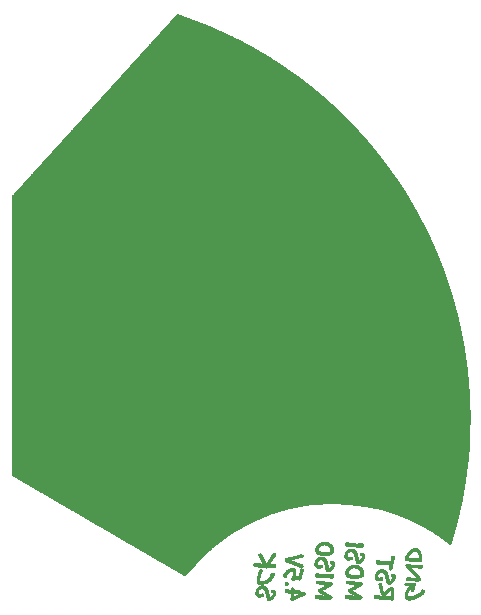
<source format=gbo>
G75*
%MOIN*%
%OFA0B0*%
%FSLAX25Y25*%
%IPPOS*%
%LPD*%
%AMOC8*
5,1,8,0,0,1.08239X$1,22.5*
%
%ADD10C,0.00100*%
D10*
X0033486Y0047728D02*
X0122947Y0047728D01*
X0124347Y0047811D02*
X0116930Y0047374D01*
X0109770Y0046100D01*
X0102918Y0044035D01*
X0096422Y0041231D01*
X0090330Y0037738D01*
X0084694Y0033605D01*
X0079560Y0028881D01*
X0074980Y0023617D01*
X0017254Y0057161D01*
X0017254Y0149969D01*
X0072333Y0210670D01*
X0077703Y0208808D01*
X0082961Y0206744D01*
X0088106Y0204482D01*
X0093133Y0202029D01*
X0098038Y0199389D01*
X0102817Y0196568D01*
X0107465Y0193570D01*
X0111980Y0190400D01*
X0116357Y0187065D01*
X0120593Y0183568D01*
X0124682Y0179916D01*
X0128622Y0176112D01*
X0132408Y0172163D01*
X0136037Y0168073D01*
X0139504Y0163848D01*
X0142805Y0159493D01*
X0145937Y0155012D01*
X0148896Y0150411D01*
X0151677Y0145695D01*
X0154277Y0140869D01*
X0156692Y0135939D01*
X0158917Y0130909D01*
X0160950Y0125784D01*
X0162785Y0120570D01*
X0164419Y0115272D01*
X0165848Y0109894D01*
X0167068Y0104443D01*
X0168075Y0098923D01*
X0168865Y0093339D01*
X0017254Y0093339D01*
X0017254Y0093241D02*
X0168875Y0093241D01*
X0168865Y0093339D02*
X0169434Y0087697D01*
X0169779Y0082001D01*
X0169894Y0076257D01*
X0169822Y0071691D01*
X0169604Y0067137D01*
X0169241Y0062600D01*
X0168734Y0058084D01*
X0168084Y0053592D01*
X0167291Y0049128D01*
X0166356Y0044696D01*
X0165280Y0040300D01*
X0163475Y0034032D01*
X0159326Y0037097D01*
X0154926Y0039819D01*
X0150294Y0042177D01*
X0145450Y0044152D01*
X0140414Y0045722D01*
X0135205Y0046869D01*
X0129843Y0047572D01*
X0124347Y0047811D01*
X0126244Y0047728D02*
X0166996Y0047728D01*
X0166975Y0047630D02*
X0128513Y0047630D01*
X0130154Y0047531D02*
X0166955Y0047531D01*
X0166934Y0047433D02*
X0130905Y0047433D01*
X0131656Y0047334D02*
X0166913Y0047334D01*
X0166892Y0047236D02*
X0132408Y0047236D01*
X0133159Y0047137D02*
X0166871Y0047137D01*
X0166851Y0047039D02*
X0133910Y0047039D01*
X0134661Y0046940D02*
X0166830Y0046940D01*
X0166809Y0046842D02*
X0135329Y0046842D01*
X0135776Y0046743D02*
X0166788Y0046743D01*
X0166768Y0046645D02*
X0136224Y0046645D01*
X0136672Y0046546D02*
X0166747Y0046546D01*
X0166726Y0046448D02*
X0137119Y0046448D01*
X0137567Y0046349D02*
X0166705Y0046349D01*
X0166684Y0046251D02*
X0138014Y0046251D01*
X0138462Y0046152D02*
X0166664Y0046152D01*
X0166643Y0046054D02*
X0138909Y0046054D01*
X0139357Y0045955D02*
X0166622Y0045955D01*
X0166601Y0045857D02*
X0139805Y0045857D01*
X0140252Y0045758D02*
X0166580Y0045758D01*
X0166560Y0045660D02*
X0140616Y0045660D01*
X0140932Y0045561D02*
X0166539Y0045561D01*
X0166518Y0045463D02*
X0141247Y0045463D01*
X0141563Y0045364D02*
X0166497Y0045364D01*
X0166477Y0045266D02*
X0141879Y0045266D01*
X0142195Y0045167D02*
X0166456Y0045167D01*
X0166435Y0045068D02*
X0142511Y0045068D01*
X0142827Y0044970D02*
X0166414Y0044970D01*
X0166393Y0044871D02*
X0143142Y0044871D01*
X0143458Y0044773D02*
X0166373Y0044773D01*
X0166351Y0044674D02*
X0143774Y0044674D01*
X0144090Y0044576D02*
X0166327Y0044576D01*
X0166303Y0044477D02*
X0144406Y0044477D01*
X0144722Y0044379D02*
X0166279Y0044379D01*
X0166255Y0044280D02*
X0145037Y0044280D01*
X0145353Y0044182D02*
X0166230Y0044182D01*
X0166206Y0044083D02*
X0145618Y0044083D01*
X0145859Y0043985D02*
X0166182Y0043985D01*
X0166158Y0043886D02*
X0146101Y0043886D01*
X0146343Y0043788D02*
X0166134Y0043788D01*
X0166110Y0043689D02*
X0146584Y0043689D01*
X0146826Y0043591D02*
X0166086Y0043591D01*
X0166062Y0043492D02*
X0147068Y0043492D01*
X0147309Y0043394D02*
X0166037Y0043394D01*
X0166013Y0043295D02*
X0147551Y0043295D01*
X0147793Y0043197D02*
X0165989Y0043197D01*
X0165965Y0043098D02*
X0148034Y0043098D01*
X0148276Y0043000D02*
X0165941Y0043000D01*
X0165917Y0042901D02*
X0148518Y0042901D01*
X0148759Y0042803D02*
X0165893Y0042803D01*
X0165868Y0042704D02*
X0149001Y0042704D01*
X0149243Y0042606D02*
X0165844Y0042606D01*
X0165820Y0042507D02*
X0149484Y0042507D01*
X0149726Y0042409D02*
X0165796Y0042409D01*
X0165772Y0042310D02*
X0149968Y0042310D01*
X0150209Y0042212D02*
X0165748Y0042212D01*
X0165724Y0042113D02*
X0150420Y0042113D01*
X0150613Y0042015D02*
X0165700Y0042015D01*
X0165675Y0041916D02*
X0150807Y0041916D01*
X0151000Y0041818D02*
X0165651Y0041818D01*
X0165627Y0041719D02*
X0151194Y0041719D01*
X0151387Y0041621D02*
X0165603Y0041621D01*
X0165579Y0041522D02*
X0151581Y0041522D01*
X0151774Y0041424D02*
X0165555Y0041424D01*
X0165531Y0041325D02*
X0151968Y0041325D01*
X0152161Y0041227D02*
X0165507Y0041227D01*
X0165482Y0041128D02*
X0152355Y0041128D01*
X0152548Y0041030D02*
X0165458Y0041030D01*
X0165434Y0040931D02*
X0152742Y0040931D01*
X0152935Y0040833D02*
X0165410Y0040833D01*
X0165386Y0040734D02*
X0153129Y0040734D01*
X0153322Y0040635D02*
X0165362Y0040635D01*
X0165338Y0040537D02*
X0153516Y0040537D01*
X0153709Y0040438D02*
X0165313Y0040438D01*
X0165289Y0040340D02*
X0153903Y0040340D01*
X0154096Y0040241D02*
X0165263Y0040241D01*
X0165234Y0040143D02*
X0154290Y0040143D01*
X0154483Y0040044D02*
X0165206Y0040044D01*
X0165178Y0039946D02*
X0154677Y0039946D01*
X0154870Y0039847D02*
X0165149Y0039847D01*
X0165121Y0039749D02*
X0155039Y0039749D01*
X0155198Y0039650D02*
X0165093Y0039650D01*
X0165064Y0039552D02*
X0155358Y0039552D01*
X0155517Y0039453D02*
X0165036Y0039453D01*
X0165007Y0039355D02*
X0155676Y0039355D01*
X0155836Y0039256D02*
X0164979Y0039256D01*
X0164951Y0039158D02*
X0155995Y0039158D01*
X0156154Y0039059D02*
X0164922Y0039059D01*
X0164894Y0038961D02*
X0156313Y0038961D01*
X0156473Y0038862D02*
X0164866Y0038862D01*
X0164837Y0038764D02*
X0156632Y0038764D01*
X0156791Y0038665D02*
X0164809Y0038665D01*
X0164781Y0038567D02*
X0156950Y0038567D01*
X0157110Y0038468D02*
X0164752Y0038468D01*
X0164724Y0038370D02*
X0157269Y0038370D01*
X0157428Y0038271D02*
X0164696Y0038271D01*
X0164667Y0038173D02*
X0157588Y0038173D01*
X0157747Y0038074D02*
X0164639Y0038074D01*
X0164610Y0037976D02*
X0157906Y0037976D01*
X0158065Y0037877D02*
X0164582Y0037877D01*
X0164554Y0037779D02*
X0158225Y0037779D01*
X0158384Y0037680D02*
X0164525Y0037680D01*
X0164497Y0037582D02*
X0158543Y0037582D01*
X0158702Y0037483D02*
X0164469Y0037483D01*
X0164440Y0037385D02*
X0158862Y0037385D01*
X0159021Y0037286D02*
X0164412Y0037286D01*
X0164384Y0037188D02*
X0159180Y0037188D01*
X0159337Y0037089D02*
X0164355Y0037089D01*
X0164327Y0036991D02*
X0159471Y0036991D01*
X0159604Y0036892D02*
X0164299Y0036892D01*
X0164270Y0036794D02*
X0159737Y0036794D01*
X0159871Y0036695D02*
X0164242Y0036695D01*
X0164213Y0036597D02*
X0160004Y0036597D01*
X0160137Y0036498D02*
X0164185Y0036498D01*
X0164157Y0036399D02*
X0160271Y0036399D01*
X0160404Y0036301D02*
X0164128Y0036301D01*
X0164100Y0036202D02*
X0160537Y0036202D01*
X0160671Y0036104D02*
X0164072Y0036104D01*
X0164043Y0036005D02*
X0160804Y0036005D01*
X0160937Y0035907D02*
X0164015Y0035907D01*
X0163987Y0035808D02*
X0161071Y0035808D01*
X0161204Y0035710D02*
X0163958Y0035710D01*
X0163930Y0035611D02*
X0161337Y0035611D01*
X0161471Y0035513D02*
X0163902Y0035513D01*
X0163873Y0035414D02*
X0161604Y0035414D01*
X0161737Y0035316D02*
X0163845Y0035316D01*
X0163816Y0035217D02*
X0161871Y0035217D01*
X0162004Y0035119D02*
X0163788Y0035119D01*
X0163760Y0035020D02*
X0162137Y0035020D01*
X0162271Y0034922D02*
X0163731Y0034922D01*
X0163703Y0034823D02*
X0162404Y0034823D01*
X0162537Y0034725D02*
X0163675Y0034725D01*
X0163646Y0034626D02*
X0162671Y0034626D01*
X0162804Y0034528D02*
X0163618Y0034528D01*
X0163590Y0034429D02*
X0162937Y0034429D01*
X0163071Y0034331D02*
X0163561Y0034331D01*
X0163533Y0034232D02*
X0163204Y0034232D01*
X0163337Y0034134D02*
X0163505Y0034134D01*
X0163476Y0034035D02*
X0163471Y0034035D01*
X0153425Y0031254D02*
X0153283Y0031596D01*
X0153120Y0031897D01*
X0152934Y0032158D01*
X0152726Y0032379D01*
X0152501Y0032554D01*
X0152262Y0032679D01*
X0152010Y0032754D01*
X0151744Y0032779D01*
X0151426Y0032757D01*
X0151113Y0032693D01*
X0150807Y0032586D01*
X0150506Y0032437D01*
X0149924Y0032008D01*
X0149367Y0031409D01*
X0148586Y0030137D01*
X0148272Y0029064D01*
X0148293Y0028921D01*
X0148354Y0028820D01*
X0148457Y0028759D01*
X0148602Y0028739D01*
X0148732Y0028765D01*
X0148844Y0028842D01*
X0148938Y0028971D01*
X0149013Y0029152D01*
X0149223Y0029698D01*
X0149477Y0030199D01*
X0149773Y0030654D01*
X0150114Y0031062D01*
X0150478Y0031399D01*
X0150850Y0031639D01*
X0151228Y0031783D01*
X0151612Y0031831D01*
X0151947Y0031793D01*
X0152236Y0031679D01*
X0152478Y0031488D01*
X0152673Y0031222D01*
X0152824Y0030874D01*
X0152931Y0030442D01*
X0152996Y0029924D01*
X0153017Y0029320D01*
X0152569Y0029358D01*
X0151949Y0029339D01*
X0150938Y0029311D01*
X0149939Y0029439D01*
X0149481Y0029508D01*
X0149198Y0029305D01*
X0149060Y0028981D01*
X0149193Y0028643D01*
X0149884Y0028473D01*
X0151377Y0028354D01*
X0152326Y0028395D01*
X0152989Y0028428D01*
X0153352Y0028387D01*
X0153535Y0028363D01*
X0153765Y0028448D01*
X0153865Y0028634D01*
X0153796Y0029000D01*
X0153687Y0029760D01*
X0153621Y0030519D01*
X0153425Y0031254D01*
X0153416Y0031277D02*
X0152633Y0031277D01*
X0152692Y0031178D02*
X0153445Y0031178D01*
X0153472Y0031080D02*
X0152735Y0031080D01*
X0152777Y0030981D02*
X0153498Y0030981D01*
X0153524Y0030883D02*
X0152820Y0030883D01*
X0152846Y0030784D02*
X0153550Y0030784D01*
X0153576Y0030686D02*
X0152871Y0030686D01*
X0152895Y0030587D02*
X0153603Y0030587D01*
X0153623Y0030489D02*
X0152920Y0030489D01*
X0152938Y0030390D02*
X0153632Y0030390D01*
X0153641Y0030292D02*
X0152950Y0030292D01*
X0152962Y0030193D02*
X0153649Y0030193D01*
X0153658Y0030095D02*
X0152975Y0030095D01*
X0152987Y0029996D02*
X0153666Y0029996D01*
X0153675Y0029898D02*
X0152997Y0029898D01*
X0153000Y0029799D02*
X0153683Y0029799D01*
X0153695Y0029701D02*
X0153004Y0029701D01*
X0153007Y0029602D02*
X0153709Y0029602D01*
X0153724Y0029504D02*
X0153011Y0029504D01*
X0153014Y0029405D02*
X0153738Y0029405D01*
X0153752Y0029307D02*
X0149200Y0029307D01*
X0149157Y0029208D02*
X0153766Y0029208D01*
X0153780Y0029110D02*
X0149115Y0029110D01*
X0149073Y0029011D02*
X0153794Y0029011D01*
X0153812Y0028913D02*
X0149087Y0028913D01*
X0149126Y0028814D02*
X0153831Y0028814D01*
X0153849Y0028716D02*
X0149164Y0028716D01*
X0149299Y0028617D02*
X0153856Y0028617D01*
X0153803Y0028519D02*
X0149698Y0028519D01*
X0150549Y0028420D02*
X0152837Y0028420D01*
X0153056Y0028420D02*
X0153689Y0028420D01*
X0153636Y0027238D02*
X0152587Y0027233D01*
X0150952Y0027224D01*
X0149412Y0027319D01*
X0148927Y0027366D01*
X0148607Y0027308D01*
X0148514Y0027077D01*
X0148614Y0026774D01*
X0148913Y0026405D01*
X0148968Y0026344D01*
X0149412Y0025895D01*
X0150411Y0024860D01*
X0151669Y0023502D01*
X0152426Y0022826D01*
X0152193Y0022799D01*
X0150750Y0022918D01*
X0149133Y0023079D01*
X0148804Y0022922D01*
X0148666Y0022611D01*
X0148805Y0022170D01*
X0149202Y0022011D01*
X0150228Y0021983D01*
X0150909Y0021966D01*
X0151341Y0021938D01*
X0152454Y0021887D01*
X0152873Y0021922D01*
X0153172Y0022026D01*
X0153352Y0022199D01*
X0153411Y0022441D01*
X0153191Y0022991D01*
X0152385Y0023889D01*
X0151387Y0024947D01*
X0150026Y0026391D01*
X0150361Y0026376D01*
X0151144Y0026344D01*
X0152317Y0026272D01*
X0153554Y0026193D01*
X0153933Y0026336D01*
X0154098Y0026656D01*
X0153962Y0027058D01*
X0153636Y0027238D01*
X0153815Y0027139D02*
X0148539Y0027139D01*
X0148526Y0027041D02*
X0153968Y0027041D01*
X0154001Y0026942D02*
X0148558Y0026942D01*
X0148591Y0026844D02*
X0154034Y0026844D01*
X0154068Y0026745D02*
X0148637Y0026745D01*
X0148717Y0026647D02*
X0154093Y0026647D01*
X0154042Y0026548D02*
X0148796Y0026548D01*
X0148876Y0026450D02*
X0153992Y0026450D01*
X0153941Y0026351D02*
X0150961Y0026351D01*
X0150528Y0025859D02*
X0149447Y0025859D01*
X0149542Y0025760D02*
X0150620Y0025760D01*
X0150713Y0025662D02*
X0149637Y0025662D01*
X0149732Y0025563D02*
X0150806Y0025563D01*
X0150899Y0025465D02*
X0149827Y0025465D01*
X0149922Y0025366D02*
X0150992Y0025366D01*
X0151085Y0025268D02*
X0150017Y0025268D01*
X0150112Y0025169D02*
X0151177Y0025169D01*
X0151270Y0025071D02*
X0150207Y0025071D01*
X0150303Y0024972D02*
X0151363Y0024972D01*
X0151456Y0024874D02*
X0150398Y0024874D01*
X0150489Y0024775D02*
X0151549Y0024775D01*
X0151642Y0024677D02*
X0150581Y0024677D01*
X0150672Y0024578D02*
X0151735Y0024578D01*
X0151828Y0024480D02*
X0150763Y0024480D01*
X0150854Y0024381D02*
X0151921Y0024381D01*
X0152014Y0024283D02*
X0150946Y0024283D01*
X0151037Y0024184D02*
X0152107Y0024184D01*
X0152200Y0024086D02*
X0151128Y0024086D01*
X0151219Y0023987D02*
X0152293Y0023987D01*
X0152386Y0023889D02*
X0151310Y0023889D01*
X0151402Y0023790D02*
X0152474Y0023790D01*
X0152563Y0023692D02*
X0151493Y0023692D01*
X0151584Y0023593D02*
X0152651Y0023593D01*
X0152739Y0023495D02*
X0151677Y0023495D01*
X0151787Y0023396D02*
X0152828Y0023396D01*
X0152916Y0023297D02*
X0151898Y0023297D01*
X0152008Y0023199D02*
X0153005Y0023199D01*
X0153093Y0023100D02*
X0152118Y0023100D01*
X0152229Y0023002D02*
X0153181Y0023002D01*
X0153226Y0022903D02*
X0152339Y0022903D01*
X0152244Y0022805D02*
X0153266Y0022805D01*
X0153305Y0022706D02*
X0148708Y0022706D01*
X0148667Y0022608D02*
X0153345Y0022608D01*
X0153384Y0022509D02*
X0148698Y0022509D01*
X0148729Y0022411D02*
X0153404Y0022411D01*
X0153380Y0022312D02*
X0148760Y0022312D01*
X0148791Y0022214D02*
X0153355Y0022214D01*
X0153265Y0022115D02*
X0148942Y0022115D01*
X0149188Y0022017D02*
X0153146Y0022017D01*
X0152828Y0021918D02*
X0151771Y0021918D01*
X0151429Y0021130D02*
X0151152Y0021130D01*
X0151377Y0021150D02*
X0151544Y0021087D01*
X0151619Y0020962D01*
X0151337Y0019826D01*
X0151126Y0018814D01*
X0150988Y0018579D01*
X0150713Y0018474D01*
X0150434Y0018593D01*
X0150297Y0018869D01*
X0150402Y0019272D01*
X0150520Y0019574D01*
X0150622Y0019876D01*
X0150691Y0020129D01*
X0150371Y0019833D01*
X0150063Y0019490D01*
X0149768Y0019097D01*
X0149484Y0018656D01*
X0149240Y0018216D01*
X0149066Y0017830D01*
X0148962Y0017498D01*
X0148927Y0017219D01*
X0148982Y0016942D01*
X0149149Y0016736D01*
X0149784Y0016564D01*
X0150451Y0016610D01*
X0151114Y0016749D01*
X0151774Y0016981D01*
X0152431Y0017307D01*
X0153017Y0017677D01*
X0153519Y0018087D01*
X0153741Y0018474D01*
X0153708Y0018612D01*
X0153677Y0018814D01*
X0153746Y0018917D01*
X0153901Y0018956D01*
X0154112Y0018919D01*
X0154209Y0018900D01*
X0154698Y0018722D01*
X0154790Y0018470D01*
X0154632Y0018018D01*
X0154017Y0017363D01*
X0152989Y0016647D01*
X0151311Y0015845D01*
X0150534Y0015629D01*
X0149848Y0015557D01*
X0149507Y0015581D01*
X0149201Y0015651D01*
X0148928Y0015769D01*
X0148688Y0015934D01*
X0148494Y0016140D01*
X0148355Y0016377D01*
X0148272Y0016647D01*
X0148244Y0016948D01*
X0148272Y0017329D01*
X0148356Y0017729D01*
X0148495Y0018147D01*
X0148691Y0018584D01*
X0149229Y0019475D01*
X0149953Y0020362D01*
X0149165Y0020317D01*
X0148419Y0020426D01*
X0148254Y0020572D01*
X0148198Y0020792D01*
X0148291Y0021022D01*
X0148505Y0021131D01*
X0148826Y0021090D01*
X0149454Y0021017D01*
X0150741Y0021095D01*
X0151377Y0021150D01*
X0151578Y0021032D02*
X0149698Y0021032D01*
X0149327Y0021032D02*
X0148310Y0021032D01*
X0148255Y0020933D02*
X0151612Y0020933D01*
X0151588Y0020835D02*
X0148216Y0020835D01*
X0148212Y0020736D02*
X0151563Y0020736D01*
X0151539Y0020638D02*
X0148237Y0020638D01*
X0148291Y0020539D02*
X0151514Y0020539D01*
X0151490Y0020441D02*
X0148402Y0020441D01*
X0148990Y0020342D02*
X0149610Y0020342D01*
X0149776Y0020145D02*
X0151416Y0020145D01*
X0151392Y0020047D02*
X0150668Y0020047D01*
X0150602Y0020047D02*
X0149696Y0020047D01*
X0149615Y0019948D02*
X0150495Y0019948D01*
X0150388Y0019850D02*
X0149535Y0019850D01*
X0149454Y0019751D02*
X0150297Y0019751D01*
X0150209Y0019653D02*
X0149374Y0019653D01*
X0149294Y0019554D02*
X0150121Y0019554D01*
X0150037Y0019456D02*
X0149217Y0019456D01*
X0149158Y0019357D02*
X0149963Y0019357D01*
X0149889Y0019259D02*
X0149098Y0019259D01*
X0149039Y0019160D02*
X0149815Y0019160D01*
X0149745Y0019062D02*
X0148979Y0019062D01*
X0148920Y0018963D02*
X0149681Y0018963D01*
X0149618Y0018864D02*
X0148860Y0018864D01*
X0148801Y0018766D02*
X0149555Y0018766D01*
X0149491Y0018667D02*
X0148741Y0018667D01*
X0148684Y0018569D02*
X0149436Y0018569D01*
X0149381Y0018470D02*
X0148640Y0018470D01*
X0148596Y0018372D02*
X0149326Y0018372D01*
X0149272Y0018273D02*
X0148552Y0018273D01*
X0148508Y0018175D02*
X0149221Y0018175D01*
X0149177Y0018076D02*
X0148472Y0018076D01*
X0148439Y0017978D02*
X0149132Y0017978D01*
X0149088Y0017879D02*
X0148406Y0017879D01*
X0148373Y0017781D02*
X0149050Y0017781D01*
X0149020Y0017682D02*
X0148346Y0017682D01*
X0148325Y0017584D02*
X0148989Y0017584D01*
X0148960Y0017485D02*
X0148304Y0017485D01*
X0148284Y0017387D02*
X0148948Y0017387D01*
X0148936Y0017288D02*
X0148269Y0017288D01*
X0148261Y0017190D02*
X0148933Y0017190D01*
X0148953Y0017091D02*
X0148254Y0017091D01*
X0148247Y0016993D02*
X0148972Y0016993D01*
X0149021Y0016894D02*
X0148249Y0016894D01*
X0148258Y0016796D02*
X0149101Y0016796D01*
X0149292Y0016697D02*
X0148267Y0016697D01*
X0148287Y0016599D02*
X0149655Y0016599D01*
X0150285Y0016599D02*
X0152888Y0016599D01*
X0153061Y0016697D02*
X0150866Y0016697D01*
X0151246Y0016796D02*
X0153203Y0016796D01*
X0153344Y0016894D02*
X0151526Y0016894D01*
X0151797Y0016993D02*
X0153485Y0016993D01*
X0153627Y0017091D02*
X0151996Y0017091D01*
X0152195Y0017190D02*
X0153768Y0017190D01*
X0153909Y0017288D02*
X0152394Y0017288D01*
X0152558Y0017387D02*
X0154039Y0017387D01*
X0154132Y0017485D02*
X0152714Y0017485D01*
X0152870Y0017584D02*
X0154224Y0017584D01*
X0154317Y0017682D02*
X0153024Y0017682D01*
X0153144Y0017781D02*
X0154409Y0017781D01*
X0154502Y0017879D02*
X0153265Y0017879D01*
X0153386Y0017978D02*
X0154594Y0017978D01*
X0154653Y0018076D02*
X0153507Y0018076D01*
X0153570Y0018175D02*
X0154687Y0018175D01*
X0154722Y0018273D02*
X0153626Y0018273D01*
X0153683Y0018372D02*
X0154756Y0018372D01*
X0154790Y0018470D02*
X0153739Y0018470D01*
X0153719Y0018569D02*
X0154754Y0018569D01*
X0154718Y0018667D02*
X0153700Y0018667D01*
X0153685Y0018766D02*
X0154576Y0018766D01*
X0154306Y0018864D02*
X0153711Y0018864D01*
X0152682Y0016500D02*
X0148317Y0016500D01*
X0148348Y0016402D02*
X0152476Y0016402D01*
X0152270Y0016303D02*
X0148398Y0016303D01*
X0148456Y0016205D02*
X0152064Y0016205D01*
X0151858Y0016106D02*
X0148525Y0016106D01*
X0148618Y0016008D02*
X0151652Y0016008D01*
X0151446Y0015909D02*
X0148724Y0015909D01*
X0148867Y0015811D02*
X0151188Y0015811D01*
X0150834Y0015712D02*
X0149059Y0015712D01*
X0149364Y0015614D02*
X0150389Y0015614D01*
X0150491Y0018569D02*
X0150961Y0018569D01*
X0151040Y0018667D02*
X0150397Y0018667D01*
X0150348Y0018766D02*
X0151098Y0018766D01*
X0151136Y0018864D02*
X0150299Y0018864D01*
X0150321Y0018963D02*
X0151157Y0018963D01*
X0151177Y0019062D02*
X0150347Y0019062D01*
X0150373Y0019160D02*
X0151198Y0019160D01*
X0151218Y0019259D02*
X0150398Y0019259D01*
X0150435Y0019357D02*
X0151239Y0019357D01*
X0151259Y0019456D02*
X0150474Y0019456D01*
X0150513Y0019554D02*
X0151280Y0019554D01*
X0151301Y0019653D02*
X0150547Y0019653D01*
X0150580Y0019751D02*
X0151321Y0019751D01*
X0151343Y0019850D02*
X0150613Y0019850D01*
X0150642Y0019948D02*
X0151367Y0019948D01*
X0151441Y0020244D02*
X0149856Y0020244D01*
X0149937Y0020342D02*
X0151465Y0020342D01*
X0148512Y0021130D02*
X0148503Y0021130D01*
X0148752Y0022805D02*
X0152124Y0022805D01*
X0150928Y0022903D02*
X0148795Y0022903D01*
X0148971Y0023002D02*
X0149908Y0023002D01*
X0150435Y0025957D02*
X0149350Y0025957D01*
X0149253Y0026056D02*
X0150342Y0026056D01*
X0150249Y0026154D02*
X0149155Y0026154D01*
X0149058Y0026253D02*
X0150156Y0026253D01*
X0150063Y0026351D02*
X0148961Y0026351D01*
X0148579Y0027238D02*
X0150727Y0027238D01*
X0149234Y0027336D02*
X0148763Y0027336D01*
X0148804Y0028814D02*
X0148364Y0028814D01*
X0148298Y0028913D02*
X0148896Y0028913D01*
X0148955Y0029011D02*
X0148280Y0029011D01*
X0148285Y0029110D02*
X0148996Y0029110D01*
X0149035Y0029208D02*
X0148314Y0029208D01*
X0148343Y0029307D02*
X0149073Y0029307D01*
X0149110Y0029405D02*
X0148372Y0029405D01*
X0148401Y0029504D02*
X0149148Y0029504D01*
X0149186Y0029602D02*
X0148430Y0029602D01*
X0148459Y0029701D02*
X0149224Y0029701D01*
X0149274Y0029799D02*
X0148487Y0029799D01*
X0148516Y0029898D02*
X0149324Y0029898D01*
X0149374Y0029996D02*
X0148545Y0029996D01*
X0148574Y0030095D02*
X0149424Y0030095D01*
X0149474Y0030193D02*
X0148621Y0030193D01*
X0148681Y0030292D02*
X0149537Y0030292D01*
X0149602Y0030390D02*
X0148742Y0030390D01*
X0148802Y0030489D02*
X0149666Y0030489D01*
X0149730Y0030587D02*
X0148863Y0030587D01*
X0148923Y0030686D02*
X0149800Y0030686D01*
X0149882Y0030784D02*
X0148983Y0030784D01*
X0149044Y0030883D02*
X0149964Y0030883D01*
X0150046Y0030981D02*
X0149104Y0030981D01*
X0149165Y0031080D02*
X0150133Y0031080D01*
X0150240Y0031178D02*
X0149225Y0031178D01*
X0149286Y0031277D02*
X0150346Y0031277D01*
X0150453Y0031375D02*
X0149346Y0031375D01*
X0149427Y0031474D02*
X0150595Y0031474D01*
X0150747Y0031572D02*
X0149519Y0031572D01*
X0149610Y0031671D02*
X0150934Y0031671D01*
X0151191Y0031769D02*
X0149702Y0031769D01*
X0149794Y0031868D02*
X0153136Y0031868D01*
X0153189Y0031769D02*
X0152008Y0031769D01*
X0152247Y0031671D02*
X0153243Y0031671D01*
X0153293Y0031572D02*
X0152372Y0031572D01*
X0152489Y0031474D02*
X0153334Y0031474D01*
X0153375Y0031375D02*
X0152561Y0031375D01*
X0153071Y0031966D02*
X0149885Y0031966D01*
X0150001Y0032065D02*
X0153000Y0032065D01*
X0152929Y0032164D02*
X0150135Y0032164D01*
X0150269Y0032262D02*
X0152836Y0032262D01*
X0152744Y0032361D02*
X0150403Y0032361D01*
X0150551Y0032459D02*
X0152623Y0032459D01*
X0152494Y0032558D02*
X0150749Y0032558D01*
X0151006Y0032656D02*
X0152306Y0032656D01*
X0152003Y0032755D02*
X0151411Y0032755D01*
X0150205Y0029405D02*
X0149338Y0029405D01*
X0149475Y0029504D02*
X0149509Y0029504D01*
X0152614Y0026253D02*
X0153712Y0026253D01*
X0144972Y0023670D02*
X0144881Y0023838D01*
X0144754Y0023986D01*
X0144450Y0024194D01*
X0144123Y0024264D01*
X0143903Y0024244D01*
X0143746Y0024185D01*
X0143652Y0024085D01*
X0143620Y0023947D01*
X0143640Y0023766D01*
X0143700Y0023625D01*
X0143800Y0023524D01*
X0143941Y0023462D01*
X0144181Y0023326D01*
X0144237Y0023073D01*
X0144130Y0022694D01*
X0143804Y0022200D01*
X0143427Y0021786D01*
X0143157Y0021648D01*
X0142991Y0022024D01*
X0142428Y0024281D01*
X0142268Y0024649D01*
X0142094Y0024958D01*
X0141906Y0025209D01*
X0141705Y0025402D01*
X0141476Y0025545D01*
X0141207Y0025647D01*
X0140899Y0025709D01*
X0140551Y0025729D01*
X0140279Y0025707D01*
X0140016Y0025639D01*
X0139760Y0025526D01*
X0139511Y0025368D01*
X0139061Y0024939D01*
X0138693Y0024378D01*
X0138447Y0023778D01*
X0138365Y0023232D01*
X0138546Y0022596D01*
X0139070Y0022158D01*
X0139744Y0021996D01*
X0140535Y0022167D01*
X0140682Y0022260D01*
X0140787Y0022368D01*
X0140850Y0022489D01*
X0140871Y0022624D01*
X0140851Y0022816D01*
X0140789Y0022954D01*
X0140686Y0023036D01*
X0140541Y0023063D01*
X0140183Y0022981D01*
X0139708Y0022876D01*
X0139242Y0023023D01*
X0139080Y0023493D01*
X0139106Y0023755D01*
X0139183Y0023999D01*
X0139313Y0024224D01*
X0139494Y0024431D01*
X0139710Y0024604D01*
X0139943Y0024728D01*
X0140193Y0024802D01*
X0140459Y0024827D01*
X0140853Y0024777D01*
X0141164Y0024627D01*
X0141407Y0024363D01*
X0141595Y0023965D01*
X0142139Y0021497D01*
X0142227Y0021196D01*
X0142383Y0020982D01*
X0142609Y0020853D01*
X0142906Y0020810D01*
X0143109Y0020836D01*
X0143324Y0020914D01*
X0143552Y0021043D01*
X0143792Y0021225D01*
X0144664Y0022265D01*
X0144949Y0022830D01*
X0145044Y0023279D01*
X0145026Y0023484D01*
X0144972Y0023670D01*
X0144960Y0023692D02*
X0143672Y0023692D01*
X0143638Y0023790D02*
X0144907Y0023790D01*
X0144837Y0023889D02*
X0143627Y0023889D01*
X0143629Y0023987D02*
X0144752Y0023987D01*
X0144608Y0024086D02*
X0143652Y0024086D01*
X0143745Y0024184D02*
X0144465Y0024184D01*
X0144994Y0023593D02*
X0143731Y0023593D01*
X0143867Y0023495D02*
X0145023Y0023495D01*
X0145034Y0023396D02*
X0144057Y0023396D01*
X0144187Y0023297D02*
X0145042Y0023297D01*
X0145027Y0023199D02*
X0144209Y0023199D01*
X0144231Y0023100D02*
X0145006Y0023100D01*
X0144985Y0023002D02*
X0144217Y0023002D01*
X0144189Y0022903D02*
X0144965Y0022903D01*
X0144936Y0022805D02*
X0144161Y0022805D01*
X0144133Y0022706D02*
X0144887Y0022706D01*
X0144837Y0022608D02*
X0144073Y0022608D01*
X0144008Y0022509D02*
X0144788Y0022509D01*
X0144738Y0022411D02*
X0143943Y0022411D01*
X0143878Y0022312D02*
X0144688Y0022312D01*
X0144622Y0022214D02*
X0143813Y0022214D01*
X0143727Y0022115D02*
X0144539Y0022115D01*
X0144456Y0022017D02*
X0143637Y0022017D01*
X0143547Y0021918D02*
X0144374Y0021918D01*
X0144291Y0021820D02*
X0143457Y0021820D01*
X0143300Y0021721D02*
X0144208Y0021721D01*
X0144126Y0021623D02*
X0142112Y0021623D01*
X0142090Y0021721D02*
X0143125Y0021721D01*
X0143081Y0021820D02*
X0142068Y0021820D01*
X0142046Y0021918D02*
X0143038Y0021918D01*
X0142994Y0022017D02*
X0142025Y0022017D01*
X0142003Y0022115D02*
X0142968Y0022115D01*
X0142944Y0022214D02*
X0141981Y0022214D01*
X0141960Y0022312D02*
X0142919Y0022312D01*
X0142895Y0022411D02*
X0141938Y0022411D01*
X0141916Y0022509D02*
X0142870Y0022509D01*
X0142846Y0022608D02*
X0141894Y0022608D01*
X0141873Y0022706D02*
X0142821Y0022706D01*
X0142797Y0022805D02*
X0141851Y0022805D01*
X0141829Y0022903D02*
X0142772Y0022903D01*
X0142747Y0023002D02*
X0141808Y0023002D01*
X0141786Y0023100D02*
X0142723Y0023100D01*
X0142698Y0023199D02*
X0141764Y0023199D01*
X0141742Y0023297D02*
X0142674Y0023297D01*
X0142649Y0023396D02*
X0141721Y0023396D01*
X0141699Y0023495D02*
X0142625Y0023495D01*
X0142600Y0023593D02*
X0141677Y0023593D01*
X0141656Y0023692D02*
X0142575Y0023692D01*
X0142551Y0023790D02*
X0141634Y0023790D01*
X0141612Y0023889D02*
X0142526Y0023889D01*
X0142502Y0023987D02*
X0141585Y0023987D01*
X0141538Y0024086D02*
X0142477Y0024086D01*
X0142453Y0024184D02*
X0141492Y0024184D01*
X0141445Y0024283D02*
X0142428Y0024283D01*
X0142385Y0024381D02*
X0141390Y0024381D01*
X0141299Y0024480D02*
X0142342Y0024480D01*
X0142299Y0024578D02*
X0141209Y0024578D01*
X0141060Y0024677D02*
X0142252Y0024677D01*
X0142197Y0024775D02*
X0140856Y0024775D01*
X0140101Y0024775D02*
X0138954Y0024775D01*
X0139018Y0024874D02*
X0142142Y0024874D01*
X0142083Y0024972D02*
X0139096Y0024972D01*
X0139199Y0025071D02*
X0142010Y0025071D01*
X0141936Y0025169D02*
X0139302Y0025169D01*
X0139406Y0025268D02*
X0141845Y0025268D01*
X0141742Y0025366D02*
X0139509Y0025366D01*
X0139663Y0025465D02*
X0141605Y0025465D01*
X0141429Y0025563D02*
X0139844Y0025563D01*
X0140104Y0025662D02*
X0141135Y0025662D01*
X0139846Y0024677D02*
X0138889Y0024677D01*
X0138824Y0024578D02*
X0139677Y0024578D01*
X0139554Y0024480D02*
X0138760Y0024480D01*
X0138695Y0024381D02*
X0139450Y0024381D01*
X0139364Y0024283D02*
X0138654Y0024283D01*
X0138614Y0024184D02*
X0139290Y0024184D01*
X0139233Y0024086D02*
X0138573Y0024086D01*
X0138533Y0023987D02*
X0139180Y0023987D01*
X0139148Y0023889D02*
X0138493Y0023889D01*
X0138452Y0023790D02*
X0139117Y0023790D01*
X0139099Y0023692D02*
X0138434Y0023692D01*
X0138419Y0023593D02*
X0139089Y0023593D01*
X0139080Y0023495D02*
X0138405Y0023495D01*
X0138390Y0023396D02*
X0139113Y0023396D01*
X0139147Y0023297D02*
X0138375Y0023297D01*
X0138374Y0023199D02*
X0139181Y0023199D01*
X0139215Y0023100D02*
X0138403Y0023100D01*
X0138431Y0023002D02*
X0139308Y0023002D01*
X0139620Y0022903D02*
X0138459Y0022903D01*
X0138487Y0022805D02*
X0140852Y0022805D01*
X0140862Y0022706D02*
X0138515Y0022706D01*
X0138543Y0022608D02*
X0140869Y0022608D01*
X0140853Y0022509D02*
X0138650Y0022509D01*
X0138768Y0022411D02*
X0140809Y0022411D01*
X0140733Y0022312D02*
X0138886Y0022312D01*
X0139004Y0022214D02*
X0140609Y0022214D01*
X0140296Y0022115D02*
X0139248Y0022115D01*
X0139656Y0022017D02*
X0139842Y0022017D01*
X0139922Y0021169D02*
X0139648Y0021051D01*
X0139511Y0020774D01*
X0139635Y0020333D01*
X0140060Y0018690D01*
X0140219Y0018016D01*
X0140496Y0017405D01*
X0140658Y0017152D01*
X0140813Y0016970D01*
X0140958Y0016861D01*
X0141095Y0016825D01*
X0141517Y0017041D01*
X0142580Y0018146D01*
X0143496Y0018841D01*
X0143671Y0018764D01*
X0143787Y0018534D01*
X0143872Y0017594D01*
X0143844Y0016675D01*
X0143789Y0016675D01*
X0142002Y0016761D01*
X0140093Y0016908D01*
X0138946Y0017114D01*
X0138374Y0017210D01*
X0138074Y0017061D01*
X0137944Y0016720D01*
X0138122Y0016254D01*
X0138609Y0016065D01*
X0140770Y0015904D01*
X0141622Y0015832D01*
X0143299Y0015648D01*
X0143385Y0015638D01*
X0143720Y0015552D01*
X0144123Y0015465D01*
X0144443Y0015656D01*
X0144536Y0015951D01*
X0144508Y0016357D01*
X0144472Y0017902D01*
X0144394Y0019258D01*
X0144163Y0019661D01*
X0143834Y0019835D01*
X0143612Y0019807D01*
X0143373Y0019726D01*
X0143119Y0019589D01*
X0142849Y0019397D01*
X0141206Y0017705D01*
X0140959Y0018232D01*
X0140789Y0019002D01*
X0140610Y0019858D01*
X0140468Y0020604D01*
X0140277Y0021006D01*
X0139922Y0021169D01*
X0140006Y0021130D02*
X0139833Y0021130D01*
X0139639Y0021032D02*
X0140221Y0021032D01*
X0140312Y0020933D02*
X0139590Y0020933D01*
X0139541Y0020835D02*
X0140358Y0020835D01*
X0140405Y0020736D02*
X0139522Y0020736D01*
X0139549Y0020638D02*
X0140452Y0020638D01*
X0140480Y0020539D02*
X0139577Y0020539D01*
X0139605Y0020441D02*
X0140499Y0020441D01*
X0140518Y0020342D02*
X0139632Y0020342D01*
X0139658Y0020244D02*
X0140537Y0020244D01*
X0140555Y0020145D02*
X0139683Y0020145D01*
X0139709Y0020047D02*
X0140574Y0020047D01*
X0140593Y0019948D02*
X0139734Y0019948D01*
X0139760Y0019850D02*
X0140612Y0019850D01*
X0140633Y0019751D02*
X0139785Y0019751D01*
X0139811Y0019653D02*
X0140653Y0019653D01*
X0140674Y0019554D02*
X0139836Y0019554D01*
X0139862Y0019456D02*
X0140694Y0019456D01*
X0140715Y0019357D02*
X0139887Y0019357D01*
X0139913Y0019259D02*
X0140735Y0019259D01*
X0140756Y0019160D02*
X0139938Y0019160D01*
X0139964Y0019062D02*
X0140776Y0019062D01*
X0140797Y0018963D02*
X0139989Y0018963D01*
X0140015Y0018864D02*
X0140819Y0018864D01*
X0140841Y0018766D02*
X0140040Y0018766D01*
X0140065Y0018667D02*
X0140862Y0018667D01*
X0140884Y0018569D02*
X0140089Y0018569D01*
X0140112Y0018470D02*
X0140906Y0018470D01*
X0140928Y0018372D02*
X0140135Y0018372D01*
X0140158Y0018273D02*
X0140950Y0018273D01*
X0140986Y0018175D02*
X0140182Y0018175D01*
X0140205Y0018076D02*
X0141032Y0018076D01*
X0141078Y0017978D02*
X0140237Y0017978D01*
X0140281Y0017879D02*
X0141124Y0017879D01*
X0141170Y0017781D02*
X0140326Y0017781D01*
X0140370Y0017682D02*
X0142134Y0017682D01*
X0142039Y0017584D02*
X0140415Y0017584D01*
X0140460Y0017485D02*
X0141945Y0017485D01*
X0141850Y0017387D02*
X0140508Y0017387D01*
X0140571Y0017288D02*
X0141755Y0017288D01*
X0141660Y0017190D02*
X0140634Y0017190D01*
X0140710Y0017091D02*
X0141565Y0017091D01*
X0141423Y0016993D02*
X0140794Y0016993D01*
X0140914Y0016894D02*
X0141230Y0016894D01*
X0141550Y0016796D02*
X0137973Y0016796D01*
X0137953Y0016697D02*
X0143324Y0016697D01*
X0143844Y0016697D02*
X0144500Y0016697D01*
X0144502Y0016599D02*
X0137991Y0016599D01*
X0138029Y0016500D02*
X0144505Y0016500D01*
X0144507Y0016402D02*
X0138066Y0016402D01*
X0138104Y0016303D02*
X0144512Y0016303D01*
X0144519Y0016205D02*
X0138250Y0016205D01*
X0138504Y0016106D02*
X0144525Y0016106D01*
X0144532Y0016008D02*
X0139383Y0016008D01*
X0139621Y0016993D02*
X0138048Y0016993D01*
X0138011Y0016894D02*
X0140270Y0016894D01*
X0140705Y0015909D02*
X0144523Y0015909D01*
X0144492Y0015811D02*
X0141818Y0015811D01*
X0142713Y0015712D02*
X0144460Y0015712D01*
X0144372Y0015614D02*
X0143481Y0015614D01*
X0143892Y0015515D02*
X0144207Y0015515D01*
X0144498Y0016796D02*
X0143847Y0016796D01*
X0143850Y0016894D02*
X0144495Y0016894D01*
X0144493Y0016993D02*
X0143853Y0016993D01*
X0143856Y0017091D02*
X0144491Y0017091D01*
X0144489Y0017190D02*
X0143859Y0017190D01*
X0143862Y0017288D02*
X0144486Y0017288D01*
X0144484Y0017387D02*
X0143865Y0017387D01*
X0143868Y0017485D02*
X0144482Y0017485D01*
X0144479Y0017584D02*
X0143871Y0017584D01*
X0143864Y0017682D02*
X0144477Y0017682D01*
X0144475Y0017781D02*
X0143855Y0017781D01*
X0143846Y0017879D02*
X0144473Y0017879D01*
X0144468Y0017978D02*
X0143837Y0017978D01*
X0143828Y0018076D02*
X0144462Y0018076D01*
X0144456Y0018175D02*
X0143820Y0018175D01*
X0143811Y0018273D02*
X0144451Y0018273D01*
X0144445Y0018372D02*
X0143802Y0018372D01*
X0143793Y0018470D02*
X0144439Y0018470D01*
X0144434Y0018569D02*
X0143770Y0018569D01*
X0143720Y0018667D02*
X0144428Y0018667D01*
X0144422Y0018766D02*
X0143667Y0018766D01*
X0143398Y0018766D02*
X0142236Y0018766D01*
X0142141Y0018667D02*
X0143268Y0018667D01*
X0143138Y0018569D02*
X0142045Y0018569D01*
X0141949Y0018470D02*
X0143008Y0018470D01*
X0142878Y0018372D02*
X0141854Y0018372D01*
X0141758Y0018273D02*
X0142748Y0018273D01*
X0142618Y0018175D02*
X0141662Y0018175D01*
X0141567Y0018076D02*
X0142513Y0018076D01*
X0142418Y0017978D02*
X0141471Y0017978D01*
X0141375Y0017879D02*
X0142324Y0017879D01*
X0142229Y0017781D02*
X0141279Y0017781D01*
X0142332Y0018864D02*
X0144416Y0018864D01*
X0144411Y0018963D02*
X0142428Y0018963D01*
X0142523Y0019062D02*
X0144405Y0019062D01*
X0144399Y0019160D02*
X0142619Y0019160D01*
X0142715Y0019259D02*
X0144393Y0019259D01*
X0144337Y0019357D02*
X0142811Y0019357D01*
X0142932Y0019456D02*
X0144280Y0019456D01*
X0144224Y0019554D02*
X0143071Y0019554D01*
X0143238Y0019653D02*
X0144168Y0019653D01*
X0143993Y0019751D02*
X0143448Y0019751D01*
X0143097Y0020835D02*
X0142737Y0020835D01*
X0142469Y0020933D02*
X0143358Y0020933D01*
X0143531Y0021032D02*
X0142347Y0021032D01*
X0142275Y0021130D02*
X0143667Y0021130D01*
X0143795Y0021229D02*
X0142217Y0021229D01*
X0142189Y0021327D02*
X0143878Y0021327D01*
X0143960Y0021426D02*
X0142160Y0021426D01*
X0142133Y0021524D02*
X0144043Y0021524D01*
X0140812Y0022903D02*
X0139834Y0022903D01*
X0140275Y0023002D02*
X0140728Y0023002D01*
X0143179Y0025680D02*
X0143459Y0025573D01*
X0143735Y0025665D01*
X0143872Y0025891D01*
X0144091Y0027163D01*
X0144211Y0027778D01*
X0144339Y0028409D01*
X0144605Y0029898D01*
X0143815Y0029898D01*
X0143780Y0029810D02*
X0143711Y0029086D01*
X0143573Y0028300D01*
X0143504Y0028300D01*
X0142438Y0028359D01*
X0141883Y0028400D01*
X0140804Y0028463D01*
X0139917Y0028534D01*
X0139442Y0028647D01*
X0138946Y0028753D01*
X0138681Y0028595D01*
X0138581Y0028198D01*
X0138779Y0027807D01*
X0139464Y0027589D01*
X0141009Y0027474D01*
X0142217Y0027424D01*
X0143345Y0027365D01*
X0143193Y0026691D01*
X0143038Y0025926D01*
X0143179Y0025680D01*
X0143226Y0025662D02*
X0143725Y0025662D01*
X0143793Y0025760D02*
X0143133Y0025760D01*
X0143077Y0025859D02*
X0143852Y0025859D01*
X0143883Y0025957D02*
X0143044Y0025957D01*
X0143064Y0026056D02*
X0143900Y0026056D01*
X0143917Y0026154D02*
X0143084Y0026154D01*
X0143104Y0026253D02*
X0143934Y0026253D01*
X0143951Y0026351D02*
X0143124Y0026351D01*
X0143144Y0026450D02*
X0143968Y0026450D01*
X0143985Y0026548D02*
X0143164Y0026548D01*
X0143184Y0026647D02*
X0144002Y0026647D01*
X0144019Y0026745D02*
X0143205Y0026745D01*
X0143227Y0026844D02*
X0144036Y0026844D01*
X0144053Y0026942D02*
X0143250Y0026942D01*
X0143272Y0027041D02*
X0144069Y0027041D01*
X0144086Y0027139D02*
X0143294Y0027139D01*
X0143316Y0027238D02*
X0144105Y0027238D01*
X0144124Y0027336D02*
X0143338Y0027336D01*
X0144144Y0027435D02*
X0141962Y0027435D01*
X0141537Y0028420D02*
X0138637Y0028420D01*
X0138661Y0028519D02*
X0140111Y0028519D01*
X0139568Y0028617D02*
X0138717Y0028617D01*
X0138883Y0028716D02*
X0139121Y0028716D01*
X0138612Y0028322D02*
X0143117Y0028322D01*
X0143577Y0028322D02*
X0144321Y0028322D01*
X0144341Y0028420D02*
X0143594Y0028420D01*
X0143611Y0028519D02*
X0144358Y0028519D01*
X0144376Y0028617D02*
X0143628Y0028617D01*
X0143646Y0028716D02*
X0144394Y0028716D01*
X0144411Y0028814D02*
X0143663Y0028814D01*
X0143680Y0028913D02*
X0144429Y0028913D01*
X0144447Y0029011D02*
X0143697Y0029011D01*
X0143713Y0029110D02*
X0144464Y0029110D01*
X0144482Y0029208D02*
X0143722Y0029208D01*
X0143732Y0029307D02*
X0144499Y0029307D01*
X0144517Y0029405D02*
X0143741Y0029405D01*
X0143750Y0029504D02*
X0144535Y0029504D01*
X0144552Y0029602D02*
X0143760Y0029602D01*
X0143769Y0029701D02*
X0144570Y0029701D01*
X0144588Y0029799D02*
X0143778Y0029799D01*
X0143780Y0029810D02*
X0143907Y0030129D01*
X0144192Y0030264D01*
X0144474Y0030153D01*
X0144605Y0029898D01*
X0144554Y0029996D02*
X0143854Y0029996D01*
X0143894Y0030095D02*
X0144504Y0030095D01*
X0144371Y0030193D02*
X0144043Y0030193D01*
X0144301Y0028223D02*
X0138587Y0028223D01*
X0138618Y0028125D02*
X0144281Y0028125D01*
X0144261Y0028026D02*
X0138668Y0028026D01*
X0138718Y0027928D02*
X0144241Y0027928D01*
X0144221Y0027829D02*
X0138768Y0027829D01*
X0139020Y0027730D02*
X0144202Y0027730D01*
X0144182Y0027632D02*
X0139328Y0027632D01*
X0140210Y0027533D02*
X0144163Y0027533D01*
X0134739Y0029698D02*
X0134454Y0029132D01*
X0133581Y0028092D01*
X0133341Y0027911D01*
X0133113Y0027781D01*
X0132898Y0027704D01*
X0132695Y0027678D01*
X0132399Y0027720D01*
X0132173Y0027849D01*
X0132016Y0028063D01*
X0131929Y0028364D01*
X0131385Y0030833D01*
X0131196Y0031230D01*
X0130953Y0031494D01*
X0130642Y0031644D01*
X0130248Y0031694D01*
X0129982Y0031670D01*
X0129732Y0031595D01*
X0129499Y0031471D01*
X0129283Y0031299D01*
X0129102Y0031092D01*
X0128973Y0030866D01*
X0128895Y0030622D01*
X0128869Y0030361D01*
X0129031Y0029890D01*
X0129497Y0029743D01*
X0129973Y0029848D01*
X0130331Y0029931D01*
X0130475Y0029903D01*
X0130578Y0029821D01*
X0130640Y0029683D01*
X0130661Y0029491D01*
X0130639Y0029356D01*
X0130576Y0029235D01*
X0130471Y0029128D01*
X0130324Y0029035D01*
X0129533Y0028863D01*
X0128859Y0029026D01*
X0128336Y0029463D01*
X0128154Y0030100D01*
X0128236Y0030645D01*
X0128483Y0031246D01*
X0128850Y0031806D01*
X0129300Y0032235D01*
X0129549Y0032393D01*
X0129805Y0032506D01*
X0130069Y0032574D01*
X0130340Y0032596D01*
X0130689Y0032576D01*
X0130997Y0032515D01*
X0131265Y0032413D01*
X0131494Y0032270D01*
X0131696Y0032076D01*
X0131883Y0031825D01*
X0132057Y0031516D01*
X0132218Y0031149D01*
X0132781Y0028891D01*
X0132946Y0028516D01*
X0133216Y0028654D01*
X0133594Y0029068D01*
X0133919Y0029561D01*
X0134027Y0029940D01*
X0133970Y0030193D01*
X0134829Y0030193D01*
X0134833Y0030146D02*
X0134815Y0030352D01*
X0134761Y0030538D01*
X0134670Y0030705D01*
X0134543Y0030853D01*
X0134239Y0031061D01*
X0133913Y0031131D01*
X0133692Y0031111D01*
X0133535Y0031052D01*
X0133441Y0030953D01*
X0133409Y0030814D01*
X0133430Y0030633D01*
X0133489Y0030492D01*
X0133589Y0030391D01*
X0133730Y0030330D01*
X0133970Y0030193D01*
X0133992Y0030095D02*
X0134823Y0030095D01*
X0134833Y0030146D02*
X0134739Y0029698D01*
X0134739Y0029701D02*
X0133959Y0029701D01*
X0133987Y0029799D02*
X0134760Y0029799D01*
X0134781Y0029898D02*
X0134015Y0029898D01*
X0134014Y0029996D02*
X0134802Y0029996D01*
X0134821Y0030292D02*
X0133797Y0030292D01*
X0133591Y0030390D02*
X0134804Y0030390D01*
X0134775Y0030489D02*
X0133493Y0030489D01*
X0133449Y0030587D02*
X0134734Y0030587D01*
X0134681Y0030686D02*
X0133424Y0030686D01*
X0133413Y0030784D02*
X0134602Y0030784D01*
X0134500Y0030883D02*
X0133425Y0030883D01*
X0133468Y0030981D02*
X0134356Y0030981D01*
X0134153Y0031080D02*
X0133609Y0031080D01*
X0132309Y0030784D02*
X0131395Y0030784D01*
X0131417Y0030686D02*
X0132333Y0030686D01*
X0132358Y0030587D02*
X0131439Y0030587D01*
X0131460Y0030489D02*
X0132382Y0030489D01*
X0132407Y0030390D02*
X0131482Y0030390D01*
X0131504Y0030292D02*
X0132431Y0030292D01*
X0132456Y0030193D02*
X0131526Y0030193D01*
X0131547Y0030095D02*
X0132481Y0030095D01*
X0132505Y0029996D02*
X0131569Y0029996D01*
X0131591Y0029898D02*
X0132530Y0029898D01*
X0132554Y0029799D02*
X0131612Y0029799D01*
X0131634Y0029701D02*
X0132579Y0029701D01*
X0132603Y0029602D02*
X0131656Y0029602D01*
X0131678Y0029504D02*
X0132628Y0029504D01*
X0132652Y0029405D02*
X0131699Y0029405D01*
X0131721Y0029307D02*
X0132677Y0029307D01*
X0132702Y0029208D02*
X0131743Y0029208D01*
X0131764Y0029110D02*
X0132726Y0029110D01*
X0132751Y0029011D02*
X0131786Y0029011D01*
X0131808Y0028913D02*
X0132775Y0028913D01*
X0132815Y0028814D02*
X0131830Y0028814D01*
X0131851Y0028716D02*
X0132858Y0028716D01*
X0132902Y0028617D02*
X0131873Y0028617D01*
X0131895Y0028519D02*
X0132945Y0028519D01*
X0132952Y0028519D02*
X0133939Y0028519D01*
X0134022Y0028617D02*
X0133145Y0028617D01*
X0133273Y0028716D02*
X0134104Y0028716D01*
X0134187Y0028814D02*
X0133363Y0028814D01*
X0133452Y0028913D02*
X0134270Y0028913D01*
X0134352Y0029011D02*
X0133542Y0029011D01*
X0133621Y0029110D02*
X0134435Y0029110D01*
X0134492Y0029208D02*
X0133686Y0029208D01*
X0133751Y0029307D02*
X0134542Y0029307D01*
X0134591Y0029405D02*
X0133816Y0029405D01*
X0133881Y0029504D02*
X0134641Y0029504D01*
X0134691Y0029602D02*
X0133931Y0029602D01*
X0133856Y0028420D02*
X0131916Y0028420D01*
X0131941Y0028322D02*
X0133774Y0028322D01*
X0133691Y0028223D02*
X0131970Y0028223D01*
X0131998Y0028125D02*
X0133608Y0028125D01*
X0133494Y0028026D02*
X0132043Y0028026D01*
X0132116Y0027928D02*
X0133363Y0027928D01*
X0133198Y0027829D02*
X0132208Y0027829D01*
X0132381Y0027730D02*
X0132973Y0027730D01*
X0132643Y0026942D02*
X0130234Y0026942D01*
X0130335Y0026995D02*
X0129990Y0026815D01*
X0129656Y0026594D01*
X0129359Y0026348D01*
X0129098Y0026075D01*
X0128874Y0025776D01*
X0128693Y0025461D01*
X0128565Y0025138D01*
X0128488Y0024808D01*
X0128462Y0024471D01*
X0128509Y0024066D01*
X0128649Y0023716D01*
X0128882Y0023422D01*
X0129208Y0023184D01*
X0129644Y0022999D01*
X0130204Y0022867D01*
X0130890Y0022788D01*
X0131700Y0022762D01*
X0133089Y0022957D01*
X0133671Y0023189D01*
X0134136Y0023495D01*
X0134315Y0023665D01*
X0134443Y0023833D01*
X0134519Y0023997D01*
X0134544Y0024159D01*
X0134391Y0024471D01*
X0134091Y0024618D01*
X0133567Y0024537D01*
X0133362Y0024366D01*
X0133436Y0024205D01*
X0133519Y0024096D01*
X0132937Y0023880D01*
X0131485Y0023775D01*
X0130540Y0023830D01*
X0129840Y0023994D01*
X0129587Y0024113D01*
X0129407Y0024251D01*
X0129299Y0024406D01*
X0129263Y0024580D01*
X0129302Y0024911D01*
X0129419Y0025222D01*
X0129613Y0025511D01*
X0129883Y0025781D01*
X0130207Y0026007D01*
X0130557Y0026169D01*
X0130933Y0026266D01*
X0131335Y0026298D01*
X0131680Y0026272D01*
X0132014Y0026191D01*
X0132335Y0026056D01*
X0132643Y0025869D01*
X0132923Y0025643D01*
X0133158Y0025400D01*
X0133347Y0025137D01*
X0133491Y0024856D01*
X0133561Y0024755D01*
X0133676Y0024684D01*
X0133834Y0024641D01*
X0134036Y0024627D01*
X0134274Y0024711D01*
X0134366Y0024948D01*
X0134339Y0025223D01*
X0134256Y0025496D01*
X0134117Y0025765D01*
X0133924Y0026033D01*
X0133685Y0026286D01*
X0133412Y0026515D01*
X0133103Y0026718D01*
X0132759Y0026896D01*
X0132396Y0027041D01*
X0132033Y0027146D01*
X0131670Y0027208D01*
X0131306Y0027229D01*
X0130994Y0027203D01*
X0130670Y0027125D01*
X0130335Y0026995D01*
X0130453Y0027041D02*
X0132397Y0027041D01*
X0132055Y0027139D02*
X0130730Y0027139D01*
X0130046Y0026844D02*
X0132859Y0026844D01*
X0133049Y0026745D02*
X0129885Y0026745D01*
X0129736Y0026647D02*
X0133211Y0026647D01*
X0133360Y0026548D02*
X0129601Y0026548D01*
X0129482Y0026450D02*
X0133489Y0026450D01*
X0133607Y0026351D02*
X0129364Y0026351D01*
X0129268Y0026253D02*
X0130881Y0026253D01*
X0130525Y0026154D02*
X0129174Y0026154D01*
X0129083Y0026056D02*
X0130312Y0026056D01*
X0130135Y0025957D02*
X0129009Y0025957D01*
X0128936Y0025859D02*
X0129995Y0025859D01*
X0129863Y0025760D02*
X0128864Y0025760D01*
X0128808Y0025662D02*
X0129764Y0025662D01*
X0129665Y0025563D02*
X0128752Y0025563D01*
X0128696Y0025465D02*
X0129581Y0025465D01*
X0129515Y0025366D02*
X0128656Y0025366D01*
X0128616Y0025268D02*
X0129449Y0025268D01*
X0129399Y0025169D02*
X0128577Y0025169D01*
X0128549Y0025071D02*
X0129362Y0025071D01*
X0129325Y0024972D02*
X0128526Y0024972D01*
X0128503Y0024874D02*
X0129298Y0024874D01*
X0129286Y0024775D02*
X0128485Y0024775D01*
X0128478Y0024677D02*
X0129274Y0024677D01*
X0129263Y0024578D02*
X0128470Y0024578D01*
X0128463Y0024480D02*
X0129284Y0024480D01*
X0129317Y0024381D02*
X0128472Y0024381D01*
X0128484Y0024283D02*
X0129385Y0024283D01*
X0129495Y0024184D02*
X0128495Y0024184D01*
X0128506Y0024086D02*
X0129646Y0024086D01*
X0129870Y0023987D02*
X0128540Y0023987D01*
X0128580Y0023889D02*
X0130290Y0023889D01*
X0131228Y0023790D02*
X0128619Y0023790D01*
X0128668Y0023692D02*
X0134335Y0023692D01*
X0134410Y0023790D02*
X0131691Y0023790D01*
X0132006Y0022805D02*
X0130745Y0022805D01*
X0130051Y0022903D02*
X0132705Y0022903D01*
X0133200Y0023002D02*
X0129637Y0023002D01*
X0129405Y0023100D02*
X0133448Y0023100D01*
X0133686Y0023199D02*
X0129188Y0023199D01*
X0129053Y0023297D02*
X0133836Y0023297D01*
X0133985Y0023396D02*
X0128918Y0023396D01*
X0128824Y0023495D02*
X0134135Y0023495D01*
X0134239Y0023593D02*
X0128746Y0023593D01*
X0129044Y0021909D02*
X0128809Y0021775D01*
X0128719Y0021452D01*
X0128803Y0021175D01*
X0129011Y0020972D01*
X0130440Y0020746D01*
X0132346Y0020435D01*
X0130842Y0019647D01*
X0129726Y0019244D01*
X0129469Y0019089D01*
X0129410Y0018598D01*
X0129493Y0018412D01*
X0129844Y0018195D01*
X0131411Y0017133D01*
X0132066Y0016711D01*
X0131700Y0016734D01*
X0129621Y0016948D01*
X0128691Y0017096D01*
X0128433Y0016938D01*
X0128334Y0016592D01*
X0128360Y0016397D01*
X0128436Y0016247D01*
X0128564Y0016143D01*
X0128744Y0016084D01*
X0130578Y0015929D01*
X0132759Y0015850D01*
X0133056Y0015804D01*
X0133194Y0015781D01*
X0133239Y0015785D01*
X0133483Y0015913D01*
X0133780Y0016184D01*
X0133904Y0016404D01*
X0133885Y0016550D01*
X0133828Y0016663D01*
X0133409Y0016927D01*
X0132320Y0017551D01*
X0131489Y0018065D01*
X0130916Y0018467D01*
X0130601Y0018759D01*
X0132443Y0019670D01*
X0133524Y0020229D01*
X0133846Y0020513D01*
X0133972Y0020943D01*
X0133894Y0021153D01*
X0133661Y0021314D01*
X0132835Y0021452D01*
X0130450Y0021727D01*
X0129044Y0021909D01*
X0128887Y0021820D02*
X0129734Y0021820D01*
X0130497Y0021721D02*
X0128794Y0021721D01*
X0128767Y0021623D02*
X0131351Y0021623D01*
X0132205Y0021524D02*
X0128739Y0021524D01*
X0128727Y0021426D02*
X0132990Y0021426D01*
X0133580Y0021327D02*
X0128757Y0021327D01*
X0128787Y0021229D02*
X0133785Y0021229D01*
X0133903Y0021130D02*
X0128849Y0021130D01*
X0128950Y0021032D02*
X0133939Y0021032D01*
X0133969Y0020933D02*
X0129255Y0020933D01*
X0129880Y0020835D02*
X0133940Y0020835D01*
X0133911Y0020736D02*
X0130503Y0020736D01*
X0131106Y0020638D02*
X0133882Y0020638D01*
X0133853Y0020539D02*
X0131709Y0020539D01*
X0131981Y0020244D02*
X0133540Y0020244D01*
X0133652Y0020342D02*
X0132169Y0020342D01*
X0132312Y0020441D02*
X0133763Y0020441D01*
X0133362Y0020145D02*
X0131793Y0020145D01*
X0131605Y0020047D02*
X0133171Y0020047D01*
X0132980Y0019948D02*
X0131416Y0019948D01*
X0131228Y0019850D02*
X0132790Y0019850D01*
X0132599Y0019751D02*
X0131040Y0019751D01*
X0130852Y0019653D02*
X0132407Y0019653D01*
X0132208Y0019554D02*
X0130584Y0019554D01*
X0130312Y0019456D02*
X0132009Y0019456D01*
X0131810Y0019357D02*
X0130039Y0019357D01*
X0129767Y0019259D02*
X0131610Y0019259D01*
X0131411Y0019160D02*
X0129587Y0019160D01*
X0129466Y0019062D02*
X0131212Y0019062D01*
X0131013Y0018963D02*
X0129454Y0018963D01*
X0129442Y0018864D02*
X0130814Y0018864D01*
X0130615Y0018766D02*
X0129430Y0018766D01*
X0129418Y0018667D02*
X0130700Y0018667D01*
X0130806Y0018569D02*
X0129423Y0018569D01*
X0129467Y0018470D02*
X0130912Y0018470D01*
X0131051Y0018372D02*
X0129558Y0018372D01*
X0129717Y0018273D02*
X0131191Y0018273D01*
X0131332Y0018175D02*
X0129874Y0018175D01*
X0130019Y0018076D02*
X0131472Y0018076D01*
X0131629Y0017978D02*
X0130165Y0017978D01*
X0130310Y0017879D02*
X0131789Y0017879D01*
X0131948Y0017781D02*
X0130455Y0017781D01*
X0130601Y0017682D02*
X0132108Y0017682D01*
X0132267Y0017584D02*
X0130746Y0017584D01*
X0130891Y0017485D02*
X0132435Y0017485D01*
X0132607Y0017387D02*
X0131037Y0017387D01*
X0131182Y0017288D02*
X0132779Y0017288D01*
X0132951Y0017190D02*
X0131327Y0017190D01*
X0131476Y0017091D02*
X0133122Y0017091D01*
X0133294Y0016993D02*
X0131629Y0016993D01*
X0131782Y0016894D02*
X0133461Y0016894D01*
X0133617Y0016796D02*
X0131935Y0016796D01*
X0131103Y0016796D02*
X0128392Y0016796D01*
X0128420Y0016894D02*
X0130147Y0016894D01*
X0129341Y0016993D02*
X0128522Y0016993D01*
X0128683Y0017091D02*
X0128718Y0017091D01*
X0128364Y0016697D02*
X0133773Y0016697D01*
X0133860Y0016599D02*
X0128336Y0016599D01*
X0128346Y0016500D02*
X0133891Y0016500D01*
X0133902Y0016402D02*
X0128359Y0016402D01*
X0128408Y0016303D02*
X0133847Y0016303D01*
X0133792Y0016205D02*
X0128488Y0016205D01*
X0128676Y0016106D02*
X0133695Y0016106D01*
X0133586Y0016008D02*
X0129647Y0016008D01*
X0131126Y0015909D02*
X0133475Y0015909D01*
X0133287Y0015811D02*
X0133012Y0015811D01*
X0138135Y0017091D02*
X0139074Y0017091D01*
X0138494Y0017190D02*
X0138334Y0017190D01*
X0134468Y0023889D02*
X0132960Y0023889D01*
X0133226Y0023987D02*
X0134514Y0023987D01*
X0134533Y0024086D02*
X0133492Y0024086D01*
X0133452Y0024184D02*
X0134532Y0024184D01*
X0134484Y0024283D02*
X0133400Y0024283D01*
X0133380Y0024381D02*
X0134435Y0024381D01*
X0134373Y0024480D02*
X0133499Y0024480D01*
X0133702Y0024677D02*
X0134176Y0024677D01*
X0134172Y0024578D02*
X0133835Y0024578D01*
X0133547Y0024775D02*
X0134299Y0024775D01*
X0134337Y0024874D02*
X0133481Y0024874D01*
X0133431Y0024972D02*
X0134364Y0024972D01*
X0134354Y0025071D02*
X0133381Y0025071D01*
X0133324Y0025169D02*
X0134344Y0025169D01*
X0134325Y0025268D02*
X0133253Y0025268D01*
X0133182Y0025366D02*
X0134295Y0025366D01*
X0134265Y0025465D02*
X0133095Y0025465D01*
X0133000Y0025563D02*
X0134221Y0025563D01*
X0134171Y0025662D02*
X0132900Y0025662D01*
X0132778Y0025760D02*
X0134120Y0025760D01*
X0134050Y0025859D02*
X0132655Y0025859D01*
X0132498Y0025957D02*
X0133978Y0025957D01*
X0133902Y0026056D02*
X0132336Y0026056D01*
X0132101Y0026154D02*
X0133809Y0026154D01*
X0133717Y0026253D02*
X0131758Y0026253D01*
X0130443Y0029110D02*
X0128759Y0029110D01*
X0128641Y0029208D02*
X0130550Y0029208D01*
X0130614Y0029307D02*
X0128523Y0029307D01*
X0128405Y0029405D02*
X0130647Y0029405D01*
X0130659Y0029504D02*
X0128324Y0029504D01*
X0128296Y0029602D02*
X0130649Y0029602D01*
X0130632Y0029701D02*
X0128268Y0029701D01*
X0128240Y0029799D02*
X0129319Y0029799D01*
X0129029Y0029898D02*
X0128212Y0029898D01*
X0128184Y0029996D02*
X0128995Y0029996D01*
X0128961Y0030095D02*
X0128156Y0030095D01*
X0128168Y0030193D02*
X0128927Y0030193D01*
X0128893Y0030292D02*
X0128183Y0030292D01*
X0128198Y0030390D02*
X0128872Y0030390D01*
X0128882Y0030489D02*
X0128213Y0030489D01*
X0128228Y0030587D02*
X0128891Y0030587D01*
X0128915Y0030686D02*
X0128253Y0030686D01*
X0128293Y0030784D02*
X0128947Y0030784D01*
X0128982Y0030883D02*
X0128334Y0030883D01*
X0128374Y0030981D02*
X0129039Y0030981D01*
X0129096Y0031080D02*
X0128415Y0031080D01*
X0128455Y0031178D02*
X0129178Y0031178D01*
X0129264Y0031277D02*
X0128503Y0031277D01*
X0128568Y0031375D02*
X0129379Y0031375D01*
X0129504Y0031474D02*
X0128632Y0031474D01*
X0128697Y0031572D02*
X0129689Y0031572D01*
X0129995Y0031671D02*
X0128762Y0031671D01*
X0128826Y0031769D02*
X0131915Y0031769D01*
X0131970Y0031671D02*
X0130432Y0031671D01*
X0130791Y0031572D02*
X0132026Y0031572D01*
X0132076Y0031474D02*
X0130972Y0031474D01*
X0131062Y0031375D02*
X0132119Y0031375D01*
X0132162Y0031277D02*
X0131153Y0031277D01*
X0131221Y0031178D02*
X0132205Y0031178D01*
X0132235Y0031080D02*
X0131268Y0031080D01*
X0131314Y0030981D02*
X0132259Y0030981D01*
X0132284Y0030883D02*
X0131361Y0030883D01*
X0131851Y0031868D02*
X0128915Y0031868D01*
X0129018Y0031966D02*
X0131778Y0031966D01*
X0131704Y0032065D02*
X0129122Y0032065D01*
X0129225Y0032164D02*
X0131605Y0032164D01*
X0131502Y0032262D02*
X0129342Y0032262D01*
X0129498Y0032361D02*
X0131349Y0032361D01*
X0131143Y0032459D02*
X0129698Y0032459D01*
X0130004Y0032558D02*
X0130781Y0032558D01*
X0130565Y0033346D02*
X0134131Y0033346D01*
X0134219Y0033375D02*
X0134402Y0033807D01*
X0134254Y0034217D01*
X0133913Y0034379D01*
X0133436Y0034341D01*
X0132076Y0034256D01*
X0131367Y0034278D01*
X0130631Y0034344D01*
X0129871Y0034456D01*
X0129085Y0034612D01*
X0128800Y0034667D01*
X0128517Y0034482D01*
X0128398Y0034132D01*
X0128531Y0033724D01*
X0128837Y0033536D01*
X0129263Y0033481D01*
X0130371Y0033361D01*
X0131483Y0033275D01*
X0132598Y0033223D01*
X0133716Y0033206D01*
X0134219Y0033375D01*
X0134248Y0033444D02*
X0129605Y0033444D01*
X0128827Y0033543D02*
X0134290Y0033543D01*
X0134332Y0033641D02*
X0128666Y0033641D01*
X0128526Y0033740D02*
X0134374Y0033740D01*
X0134391Y0033838D02*
X0128494Y0033838D01*
X0128462Y0033937D02*
X0134355Y0033937D01*
X0134319Y0034035D02*
X0128430Y0034035D01*
X0128399Y0034134D02*
X0134284Y0034134D01*
X0134221Y0034232D02*
X0128432Y0034232D01*
X0128466Y0034331D02*
X0130783Y0034331D01*
X0130053Y0034429D02*
X0128499Y0034429D01*
X0128587Y0034528D02*
X0129509Y0034528D01*
X0129009Y0034626D02*
X0128738Y0034626D01*
X0132081Y0033247D02*
X0133837Y0033247D01*
X0134014Y0034331D02*
X0133268Y0034331D01*
X0130482Y0029898D02*
X0130188Y0029898D01*
X0130588Y0029799D02*
X0129752Y0029799D01*
X0129762Y0028913D02*
X0129328Y0028913D01*
X0128919Y0029011D02*
X0130216Y0029011D01*
X0124815Y0027631D02*
X0124761Y0027817D01*
X0124670Y0027985D01*
X0124543Y0028133D01*
X0124239Y0028341D01*
X0123913Y0028411D01*
X0123692Y0028391D01*
X0123535Y0028331D01*
X0123441Y0028232D01*
X0123409Y0028094D01*
X0123430Y0027913D01*
X0123489Y0027772D01*
X0123589Y0027670D01*
X0123730Y0027609D01*
X0123970Y0027473D01*
X0124027Y0027220D01*
X0123919Y0026841D01*
X0123594Y0026347D01*
X0123216Y0025933D01*
X0122946Y0025795D01*
X0122781Y0026170D01*
X0122218Y0028428D01*
X0122057Y0028796D01*
X0121883Y0029105D01*
X0121696Y0029356D01*
X0121494Y0029549D01*
X0121265Y0029692D01*
X0120997Y0029794D01*
X0120689Y0029856D01*
X0120340Y0029876D01*
X0120069Y0029854D01*
X0119805Y0029786D01*
X0119549Y0029673D01*
X0119300Y0029515D01*
X0118850Y0029086D01*
X0118483Y0028525D01*
X0118236Y0027925D01*
X0118154Y0027379D01*
X0118336Y0026743D01*
X0118859Y0026305D01*
X0119533Y0026143D01*
X0120324Y0026314D01*
X0120471Y0026407D01*
X0120576Y0026515D01*
X0120639Y0026636D01*
X0120661Y0026771D01*
X0120640Y0026963D01*
X0120578Y0027100D01*
X0120475Y0027183D01*
X0120331Y0027210D01*
X0119973Y0027128D01*
X0119497Y0027022D01*
X0119031Y0027170D01*
X0118869Y0027640D01*
X0118895Y0027902D01*
X0118973Y0028146D01*
X0119102Y0028371D01*
X0119283Y0028578D01*
X0119499Y0028751D01*
X0119732Y0028875D01*
X0119982Y0028949D01*
X0120248Y0028974D01*
X0120642Y0028924D01*
X0120953Y0028774D01*
X0121196Y0028509D01*
X0121385Y0028112D01*
X0121929Y0025644D01*
X0122016Y0025343D01*
X0122173Y0025129D01*
X0122399Y0025000D01*
X0122695Y0024957D01*
X0122898Y0024983D01*
X0123113Y0025061D01*
X0123341Y0025190D01*
X0123581Y0025372D01*
X0124454Y0026411D01*
X0124739Y0026977D01*
X0124833Y0027426D01*
X0124815Y0027631D01*
X0124815Y0027632D02*
X0123677Y0027632D01*
X0123530Y0027730D02*
X0124786Y0027730D01*
X0124754Y0027829D02*
X0123465Y0027829D01*
X0123428Y0027928D02*
X0124701Y0027928D01*
X0124635Y0028026D02*
X0123417Y0028026D01*
X0123416Y0028125D02*
X0124550Y0028125D01*
X0124411Y0028223D02*
X0123439Y0028223D01*
X0123526Y0028322D02*
X0124268Y0028322D01*
X0123863Y0027533D02*
X0124824Y0027533D01*
X0124833Y0027435D02*
X0123979Y0027435D01*
X0124001Y0027336D02*
X0124815Y0027336D01*
X0124794Y0027238D02*
X0124023Y0027238D01*
X0124004Y0027139D02*
X0124773Y0027139D01*
X0124752Y0027041D02*
X0123976Y0027041D01*
X0123948Y0026942D02*
X0124721Y0026942D01*
X0124671Y0026844D02*
X0123920Y0026844D01*
X0123856Y0026745D02*
X0124622Y0026745D01*
X0124572Y0026647D02*
X0123791Y0026647D01*
X0123726Y0026548D02*
X0124523Y0026548D01*
X0124473Y0026450D02*
X0123661Y0026450D01*
X0123596Y0026351D02*
X0124403Y0026351D01*
X0124320Y0026253D02*
X0123508Y0026253D01*
X0123418Y0026154D02*
X0124238Y0026154D01*
X0124155Y0026056D02*
X0123328Y0026056D01*
X0123238Y0025957D02*
X0124072Y0025957D01*
X0123990Y0025859D02*
X0123071Y0025859D01*
X0122918Y0025859D02*
X0121881Y0025859D01*
X0121860Y0025957D02*
X0122875Y0025957D01*
X0122831Y0026056D02*
X0121838Y0026056D01*
X0121816Y0026154D02*
X0122788Y0026154D01*
X0122760Y0026253D02*
X0121794Y0026253D01*
X0121773Y0026351D02*
X0122736Y0026351D01*
X0122711Y0026450D02*
X0121751Y0026450D01*
X0121729Y0026548D02*
X0122686Y0026548D01*
X0122662Y0026647D02*
X0121708Y0026647D01*
X0121686Y0026745D02*
X0122637Y0026745D01*
X0122613Y0026844D02*
X0121664Y0026844D01*
X0121642Y0026942D02*
X0122588Y0026942D01*
X0122564Y0027041D02*
X0121621Y0027041D01*
X0121599Y0027139D02*
X0122539Y0027139D01*
X0122515Y0027238D02*
X0121577Y0027238D01*
X0121556Y0027336D02*
X0122490Y0027336D01*
X0122465Y0027435D02*
X0121534Y0027435D01*
X0121512Y0027533D02*
X0122441Y0027533D01*
X0122416Y0027632D02*
X0121490Y0027632D01*
X0121469Y0027730D02*
X0122392Y0027730D01*
X0122367Y0027829D02*
X0121447Y0027829D01*
X0121425Y0027928D02*
X0122343Y0027928D01*
X0122318Y0028026D02*
X0121404Y0028026D01*
X0121379Y0028125D02*
X0122293Y0028125D01*
X0122269Y0028223D02*
X0121332Y0028223D01*
X0121285Y0028322D02*
X0122244Y0028322D01*
X0122220Y0028420D02*
X0121239Y0028420D01*
X0121188Y0028519D02*
X0122178Y0028519D01*
X0122135Y0028617D02*
X0121097Y0028617D01*
X0121007Y0028716D02*
X0122092Y0028716D01*
X0122047Y0028814D02*
X0120869Y0028814D01*
X0120665Y0028913D02*
X0121992Y0028913D01*
X0121936Y0029011D02*
X0118801Y0029011D01*
X0118737Y0028913D02*
X0119859Y0028913D01*
X0119618Y0028814D02*
X0118672Y0028814D01*
X0118608Y0028716D02*
X0119455Y0028716D01*
X0119332Y0028617D02*
X0118543Y0028617D01*
X0118480Y0028519D02*
X0119231Y0028519D01*
X0119145Y0028420D02*
X0118440Y0028420D01*
X0118399Y0028322D02*
X0119074Y0028322D01*
X0119017Y0028223D02*
X0118359Y0028223D01*
X0118318Y0028125D02*
X0118966Y0028125D01*
X0118935Y0028026D02*
X0118278Y0028026D01*
X0118237Y0027928D02*
X0118903Y0027928D01*
X0118888Y0027829D02*
X0118222Y0027829D01*
X0118207Y0027730D02*
X0118878Y0027730D01*
X0118872Y0027632D02*
X0118192Y0027632D01*
X0118177Y0027533D02*
X0118906Y0027533D01*
X0118940Y0027435D02*
X0118163Y0027435D01*
X0118166Y0027336D02*
X0118974Y0027336D01*
X0119008Y0027238D02*
X0118195Y0027238D01*
X0118223Y0027139D02*
X0119127Y0027139D01*
X0119439Y0027041D02*
X0118251Y0027041D01*
X0118279Y0026942D02*
X0120642Y0026942D01*
X0120653Y0026844D02*
X0118307Y0026844D01*
X0118335Y0026745D02*
X0120657Y0026745D01*
X0120641Y0026647D02*
X0118451Y0026647D01*
X0118569Y0026548D02*
X0120594Y0026548D01*
X0120513Y0026450D02*
X0118686Y0026450D01*
X0118804Y0026351D02*
X0120383Y0026351D01*
X0120042Y0026253D02*
X0119076Y0026253D01*
X0119485Y0026154D02*
X0119588Y0026154D01*
X0119581Y0027041D02*
X0120605Y0027041D01*
X0120529Y0027139D02*
X0120024Y0027139D01*
X0118875Y0029110D02*
X0121880Y0029110D01*
X0121806Y0029208D02*
X0118979Y0029208D01*
X0119082Y0029307D02*
X0121732Y0029307D01*
X0121644Y0029405D02*
X0119185Y0029405D01*
X0119289Y0029504D02*
X0121542Y0029504D01*
X0121409Y0029602D02*
X0119438Y0029602D01*
X0119612Y0029701D02*
X0121243Y0029701D01*
X0120971Y0029799D02*
X0119857Y0029799D01*
X0119929Y0030587D02*
X0122909Y0030587D01*
X0123089Y0030613D02*
X0123671Y0030844D01*
X0124136Y0031150D01*
X0124315Y0031320D01*
X0124443Y0031488D01*
X0124519Y0031652D01*
X0124544Y0031815D01*
X0124391Y0032126D01*
X0124091Y0032273D01*
X0123567Y0032192D01*
X0123362Y0032021D01*
X0123436Y0031860D01*
X0123519Y0031751D01*
X0122937Y0031535D01*
X0121485Y0031430D01*
X0120540Y0031485D01*
X0119840Y0031649D01*
X0119587Y0031769D01*
X0119407Y0031906D01*
X0119299Y0032061D01*
X0119263Y0032235D01*
X0119302Y0032566D01*
X0119419Y0032877D01*
X0119613Y0033167D01*
X0119883Y0033436D01*
X0120207Y0033663D01*
X0120557Y0033824D01*
X0120933Y0033921D01*
X0121335Y0033954D01*
X0121680Y0033927D01*
X0122014Y0033846D01*
X0122335Y0033711D01*
X0122643Y0033524D01*
X0122923Y0033298D01*
X0123158Y0033055D01*
X0123347Y0032792D01*
X0123491Y0032511D01*
X0123561Y0032410D01*
X0123676Y0032339D01*
X0123834Y0032296D01*
X0124036Y0032282D01*
X0124274Y0032367D01*
X0124366Y0032603D01*
X0124339Y0032878D01*
X0124256Y0033151D01*
X0124117Y0033420D01*
X0123924Y0033688D01*
X0123685Y0033941D01*
X0123412Y0034170D01*
X0123103Y0034373D01*
X0122759Y0034551D01*
X0122396Y0034696D01*
X0122033Y0034801D01*
X0121670Y0034863D01*
X0121306Y0034884D01*
X0120994Y0034858D01*
X0120670Y0034780D01*
X0120335Y0034650D01*
X0119990Y0034470D01*
X0119656Y0034249D01*
X0119359Y0034003D01*
X0119098Y0033730D01*
X0118874Y0033431D01*
X0118693Y0033116D01*
X0118565Y0032793D01*
X0118488Y0032463D01*
X0118462Y0032126D01*
X0118509Y0031721D01*
X0118649Y0031371D01*
X0118882Y0031077D01*
X0119208Y0030839D01*
X0119644Y0030654D01*
X0120204Y0030522D01*
X0120890Y0030443D01*
X0121700Y0030417D01*
X0123089Y0030613D01*
X0123273Y0030686D02*
X0119569Y0030686D01*
X0119337Y0030784D02*
X0123520Y0030784D01*
X0123730Y0030883D02*
X0119148Y0030883D01*
X0119013Y0030981D02*
X0123879Y0030981D01*
X0124029Y0031080D02*
X0118880Y0031080D01*
X0118802Y0031178D02*
X0124166Y0031178D01*
X0124269Y0031277D02*
X0118723Y0031277D01*
X0118647Y0031375D02*
X0124357Y0031375D01*
X0124432Y0031474D02*
X0122090Y0031474D01*
X0123038Y0031572D02*
X0124482Y0031572D01*
X0124522Y0031671D02*
X0123304Y0031671D01*
X0123505Y0031769D02*
X0124537Y0031769D01*
X0124518Y0031868D02*
X0123432Y0031868D01*
X0123387Y0031966D02*
X0124470Y0031966D01*
X0124421Y0032065D02*
X0123415Y0032065D01*
X0123533Y0032164D02*
X0124315Y0032164D01*
X0124257Y0032361D02*
X0123641Y0032361D01*
X0123527Y0032459D02*
X0124310Y0032459D01*
X0124349Y0032558D02*
X0123467Y0032558D01*
X0123416Y0032656D02*
X0124361Y0032656D01*
X0124351Y0032755D02*
X0123366Y0032755D01*
X0123303Y0032853D02*
X0124341Y0032853D01*
X0124316Y0032952D02*
X0123232Y0032952D01*
X0123161Y0033050D02*
X0124286Y0033050D01*
X0124257Y0033149D02*
X0123067Y0033149D01*
X0122973Y0033247D02*
X0124206Y0033247D01*
X0124156Y0033346D02*
X0122865Y0033346D01*
X0122742Y0033444D02*
X0124100Y0033444D01*
X0124029Y0033543D02*
X0122612Y0033543D01*
X0122450Y0033641D02*
X0123957Y0033641D01*
X0123875Y0033740D02*
X0122268Y0033740D01*
X0122033Y0033838D02*
X0123782Y0033838D01*
X0123690Y0033937D02*
X0121552Y0033937D01*
X0121125Y0033937D02*
X0119296Y0033937D01*
X0119201Y0033838D02*
X0120611Y0033838D01*
X0120374Y0033740D02*
X0119107Y0033740D01*
X0119031Y0033641D02*
X0120176Y0033641D01*
X0120036Y0033543D02*
X0118957Y0033543D01*
X0118883Y0033444D02*
X0119895Y0033444D01*
X0119792Y0033346D02*
X0118825Y0033346D01*
X0118768Y0033247D02*
X0119694Y0033247D01*
X0119601Y0033149D02*
X0118712Y0033149D01*
X0118667Y0033050D02*
X0119535Y0033050D01*
X0119469Y0032952D02*
X0118628Y0032952D01*
X0118588Y0032853D02*
X0119410Y0032853D01*
X0119373Y0032755D02*
X0118556Y0032755D01*
X0118533Y0032656D02*
X0119336Y0032656D01*
X0119301Y0032558D02*
X0118510Y0032558D01*
X0118487Y0032459D02*
X0119289Y0032459D01*
X0119278Y0032361D02*
X0118480Y0032361D01*
X0118473Y0032262D02*
X0119266Y0032262D01*
X0119278Y0032164D02*
X0118465Y0032164D01*
X0118469Y0032065D02*
X0119298Y0032065D01*
X0119365Y0031966D02*
X0118480Y0031966D01*
X0118492Y0031868D02*
X0119457Y0031868D01*
X0119586Y0031769D02*
X0118503Y0031769D01*
X0118529Y0031671D02*
X0119794Y0031671D01*
X0120167Y0031572D02*
X0118568Y0031572D01*
X0118608Y0031474D02*
X0120732Y0031474D01*
X0120496Y0030489D02*
X0122210Y0030489D01*
X0124021Y0032262D02*
X0124113Y0032262D01*
X0123573Y0034035D02*
X0119398Y0034035D01*
X0119517Y0034134D02*
X0123455Y0034134D01*
X0123317Y0034232D02*
X0119636Y0034232D01*
X0119780Y0034331D02*
X0123167Y0034331D01*
X0122994Y0034429D02*
X0119929Y0034429D01*
X0120101Y0034528D02*
X0122803Y0034528D01*
X0122571Y0034626D02*
X0120289Y0034626D01*
X0120527Y0034725D02*
X0122297Y0034725D01*
X0121901Y0034823D02*
X0120850Y0034823D01*
X0114128Y0030525D02*
X0113828Y0030664D01*
X0112055Y0030251D01*
X0108890Y0029477D01*
X0108480Y0029349D01*
X0108327Y0029088D01*
X0108491Y0028591D01*
X0108940Y0028259D01*
X0109983Y0027863D01*
X0111443Y0027283D01*
X0112700Y0026711D01*
X0113742Y0026263D01*
X0113959Y0026291D01*
X0114115Y0026374D01*
X0114209Y0026515D01*
X0114241Y0026711D01*
X0114220Y0026908D01*
X0114157Y0027076D01*
X0114052Y0027213D01*
X0113906Y0027319D01*
X0113873Y0027338D01*
X0112818Y0027752D01*
X0111432Y0028245D01*
X0109614Y0028928D01*
X0110933Y0029189D01*
X0111565Y0029336D01*
X0112014Y0029427D01*
X0113806Y0029780D01*
X0114137Y0029948D01*
X0114259Y0030270D01*
X0114128Y0030525D01*
X0114146Y0030489D02*
X0113076Y0030489D01*
X0113499Y0030587D02*
X0113993Y0030587D01*
X0114197Y0030390D02*
X0112653Y0030390D01*
X0112229Y0030292D02*
X0114248Y0030292D01*
X0114230Y0030193D02*
X0111818Y0030193D01*
X0111415Y0030095D02*
X0114193Y0030095D01*
X0114155Y0029996D02*
X0111012Y0029996D01*
X0110610Y0029898D02*
X0114038Y0029898D01*
X0113843Y0029799D02*
X0110207Y0029799D01*
X0109804Y0029701D02*
X0113402Y0029701D01*
X0112902Y0029602D02*
X0109401Y0029602D01*
X0108999Y0029504D02*
X0112402Y0029504D01*
X0111905Y0029405D02*
X0108660Y0029405D01*
X0108456Y0029307D02*
X0111438Y0029307D01*
X0111014Y0029208D02*
X0108398Y0029208D01*
X0108340Y0029110D02*
X0110530Y0029110D01*
X0110442Y0028617D02*
X0108483Y0028617D01*
X0108450Y0028716D02*
X0110180Y0028716D01*
X0109918Y0028814D02*
X0108418Y0028814D01*
X0108385Y0028913D02*
X0109656Y0028913D01*
X0110032Y0029011D02*
X0108352Y0029011D01*
X0108589Y0028519D02*
X0110704Y0028519D01*
X0110966Y0028420D02*
X0108722Y0028420D01*
X0108856Y0028322D02*
X0111228Y0028322D01*
X0111494Y0028223D02*
X0109035Y0028223D01*
X0109295Y0028125D02*
X0111771Y0028125D01*
X0112048Y0028026D02*
X0109554Y0028026D01*
X0109814Y0027928D02*
X0112325Y0027928D01*
X0112602Y0027829D02*
X0110070Y0027829D01*
X0110318Y0027730D02*
X0112873Y0027730D01*
X0113124Y0027632D02*
X0110566Y0027632D01*
X0110814Y0027533D02*
X0113375Y0027533D01*
X0113626Y0027435D02*
X0111062Y0027435D01*
X0111310Y0027336D02*
X0113876Y0027336D01*
X0114018Y0027238D02*
X0111543Y0027238D01*
X0111760Y0027139D02*
X0114108Y0027139D01*
X0114170Y0027041D02*
X0111976Y0027041D01*
X0112192Y0026942D02*
X0114207Y0026942D01*
X0114227Y0026844D02*
X0112409Y0026844D01*
X0112625Y0026745D02*
X0114237Y0026745D01*
X0114230Y0026647D02*
X0112849Y0026647D01*
X0113078Y0026548D02*
X0114214Y0026548D01*
X0114166Y0026450D02*
X0113307Y0026450D01*
X0113536Y0026351D02*
X0114072Y0026351D01*
X0113873Y0025942D02*
X0113480Y0025854D01*
X0113329Y0025653D01*
X0113365Y0025332D01*
X0113402Y0025026D01*
X0113150Y0024045D01*
X0112958Y0023520D01*
X0112788Y0023307D01*
X0112774Y0023307D01*
X0112717Y0023370D01*
X0112596Y0023400D01*
X0112311Y0023312D01*
X0111556Y0023129D01*
X0111826Y0024769D01*
X0111808Y0025071D01*
X0111754Y0025335D01*
X0111663Y0025559D01*
X0111535Y0025746D01*
X0111372Y0025893D01*
X0111172Y0026001D01*
X0110936Y0026071D01*
X0110663Y0026102D01*
X0110380Y0026076D01*
X0110082Y0026001D01*
X0109770Y0025874D01*
X0109442Y0025698D01*
X0108815Y0025244D01*
X0108274Y0024688D01*
X0108056Y0024396D01*
X0107901Y0024129D01*
X0107808Y0023885D01*
X0107777Y0023665D01*
X0107905Y0023237D01*
X0108235Y0023074D01*
X0108674Y0023190D01*
X0108844Y0023459D01*
X0108802Y0023669D01*
X0108771Y0023844D01*
X0108892Y0024122D01*
X0109137Y0024375D01*
X0109384Y0024594D01*
X0109684Y0024815D01*
X0109969Y0024972D01*
X0110241Y0025066D01*
X0110497Y0025098D01*
X0110899Y0024969D01*
X0111020Y0024471D01*
X0110890Y0023634D01*
X0110589Y0022849D01*
X0110457Y0022483D01*
X0110482Y0022335D01*
X0110560Y0022229D01*
X0110689Y0022165D01*
X0110869Y0022144D01*
X0112111Y0022299D01*
X0112774Y0022405D01*
X0112889Y0022360D01*
X0113104Y0022239D01*
X0113290Y0022333D01*
X0113443Y0022565D01*
X0114172Y0024801D01*
X0114250Y0025038D01*
X0114341Y0025446D01*
X0114211Y0025800D01*
X0113873Y0025942D01*
X0114070Y0025859D02*
X0113500Y0025859D01*
X0113410Y0025760D02*
X0114225Y0025760D01*
X0114261Y0025662D02*
X0113336Y0025662D01*
X0113339Y0025563D02*
X0114298Y0025563D01*
X0114334Y0025465D02*
X0113350Y0025465D01*
X0113361Y0025366D02*
X0114323Y0025366D01*
X0114301Y0025268D02*
X0113373Y0025268D01*
X0113385Y0025169D02*
X0114279Y0025169D01*
X0114257Y0025071D02*
X0113397Y0025071D01*
X0113389Y0024972D02*
X0114228Y0024972D01*
X0114196Y0024874D02*
X0113363Y0024874D01*
X0113338Y0024775D02*
X0114163Y0024775D01*
X0114131Y0024677D02*
X0113313Y0024677D01*
X0113287Y0024578D02*
X0114099Y0024578D01*
X0114067Y0024480D02*
X0113262Y0024480D01*
X0113237Y0024381D02*
X0114035Y0024381D01*
X0114003Y0024283D02*
X0113211Y0024283D01*
X0113186Y0024184D02*
X0113971Y0024184D01*
X0113939Y0024086D02*
X0113161Y0024086D01*
X0113129Y0023987D02*
X0113906Y0023987D01*
X0113874Y0023889D02*
X0113093Y0023889D01*
X0113057Y0023790D02*
X0113842Y0023790D01*
X0113810Y0023692D02*
X0113021Y0023692D01*
X0112985Y0023593D02*
X0113778Y0023593D01*
X0113746Y0023495D02*
X0112938Y0023495D01*
X0112859Y0023396D02*
X0113714Y0023396D01*
X0113682Y0023297D02*
X0112250Y0023297D01*
X0112584Y0023396D02*
X0112611Y0023396D01*
X0111844Y0023199D02*
X0113650Y0023199D01*
X0113617Y0023100D02*
X0110686Y0023100D01*
X0110648Y0023002D02*
X0113585Y0023002D01*
X0113553Y0022903D02*
X0110610Y0022903D01*
X0110573Y0022805D02*
X0113521Y0022805D01*
X0113489Y0022706D02*
X0110538Y0022706D01*
X0110502Y0022608D02*
X0113457Y0022608D01*
X0113406Y0022509D02*
X0110466Y0022509D01*
X0110469Y0022411D02*
X0113341Y0022411D01*
X0113248Y0022312D02*
X0112974Y0022312D01*
X0112196Y0022312D02*
X0110499Y0022312D01*
X0110590Y0022214D02*
X0111429Y0022214D01*
X0111567Y0023199D02*
X0110723Y0023199D01*
X0110761Y0023297D02*
X0111584Y0023297D01*
X0111600Y0023396D02*
X0110799Y0023396D01*
X0110836Y0023495D02*
X0111616Y0023495D01*
X0111632Y0023593D02*
X0110874Y0023593D01*
X0110899Y0023692D02*
X0111649Y0023692D01*
X0111665Y0023790D02*
X0110914Y0023790D01*
X0110929Y0023889D02*
X0111681Y0023889D01*
X0111697Y0023987D02*
X0110945Y0023987D01*
X0110960Y0024086D02*
X0111714Y0024086D01*
X0111730Y0024184D02*
X0110975Y0024184D01*
X0110990Y0024283D02*
X0111746Y0024283D01*
X0111762Y0024381D02*
X0111006Y0024381D01*
X0111018Y0024480D02*
X0111779Y0024480D01*
X0111795Y0024578D02*
X0110994Y0024578D01*
X0110970Y0024677D02*
X0111811Y0024677D01*
X0111826Y0024775D02*
X0110946Y0024775D01*
X0110922Y0024874D02*
X0111820Y0024874D01*
X0111814Y0024972D02*
X0110890Y0024972D01*
X0110582Y0025071D02*
X0111808Y0025071D01*
X0111788Y0025169D02*
X0108742Y0025169D01*
X0108646Y0025071D02*
X0110278Y0025071D01*
X0109970Y0024972D02*
X0108550Y0024972D01*
X0108454Y0024874D02*
X0109791Y0024874D01*
X0109630Y0024775D02*
X0108359Y0024775D01*
X0108265Y0024677D02*
X0109496Y0024677D01*
X0109366Y0024578D02*
X0108192Y0024578D01*
X0108118Y0024480D02*
X0109255Y0024480D01*
X0109144Y0024381D02*
X0108047Y0024381D01*
X0107990Y0024283D02*
X0109047Y0024283D01*
X0108952Y0024184D02*
X0107933Y0024184D01*
X0107885Y0024086D02*
X0108876Y0024086D01*
X0108833Y0023987D02*
X0107847Y0023987D01*
X0107809Y0023889D02*
X0108791Y0023889D01*
X0108781Y0023790D02*
X0107794Y0023790D01*
X0107780Y0023692D02*
X0108798Y0023692D01*
X0108818Y0023593D02*
X0107798Y0023593D01*
X0107828Y0023495D02*
X0108837Y0023495D01*
X0108805Y0023396D02*
X0107857Y0023396D01*
X0107887Y0023297D02*
X0108742Y0023297D01*
X0108680Y0023199D02*
X0107982Y0023199D01*
X0108182Y0023100D02*
X0108334Y0023100D01*
X0108638Y0021498D02*
X0108382Y0021342D01*
X0108271Y0020981D01*
X0108303Y0020738D01*
X0108398Y0020564D01*
X0108558Y0020460D01*
X0108781Y0020426D01*
X0109121Y0020598D01*
X0109275Y0020981D01*
X0109053Y0021336D01*
X0108638Y0021498D01*
X0108519Y0021426D02*
X0108823Y0021426D01*
X0109058Y0021327D02*
X0108377Y0021327D01*
X0108347Y0021229D02*
X0109120Y0021229D01*
X0109181Y0021130D02*
X0108317Y0021130D01*
X0108287Y0021032D02*
X0109243Y0021032D01*
X0109256Y0020933D02*
X0108277Y0020933D01*
X0108290Y0020835D02*
X0109216Y0020835D01*
X0109177Y0020736D02*
X0108304Y0020736D01*
X0108358Y0020638D02*
X0109137Y0020638D01*
X0109006Y0020539D02*
X0108437Y0020539D01*
X0108684Y0020441D02*
X0108811Y0020441D01*
X0108733Y0019075D02*
X0108485Y0018930D01*
X0108368Y0018626D01*
X0108395Y0018377D01*
X0108477Y0018188D01*
X0108613Y0018060D01*
X0108802Y0017993D01*
X0109659Y0017877D01*
X0110338Y0017810D01*
X0110347Y0017568D01*
X0110266Y0016391D01*
X0110186Y0015887D01*
X0110226Y0015702D01*
X0110345Y0015570D01*
X0110544Y0015491D01*
X0110822Y0015465D01*
X0111362Y0015668D01*
X0112111Y0016084D01*
X0113413Y0016744D01*
X0114566Y0017238D01*
X0114738Y0017263D01*
X0114861Y0017336D01*
X0114935Y0017459D01*
X0114959Y0017632D01*
X0114816Y0018060D01*
X0114520Y0018259D01*
X0114141Y0018189D01*
X0113750Y0017980D01*
X0112550Y0017277D01*
X0111135Y0016564D01*
X0111181Y0017801D01*
X0112087Y0017722D01*
X0112833Y0017658D01*
X0113150Y0017824D01*
X0113291Y0018242D01*
X0113102Y0018637D01*
X0112700Y0018823D01*
X0111978Y0018809D01*
X0111207Y0018795D01*
X0111244Y0019225D01*
X0111109Y0019504D01*
X0110805Y0019610D01*
X0110526Y0019485D01*
X0110383Y0019225D01*
X0110411Y0018814D01*
X0109800Y0018889D01*
X0109123Y0019011D01*
X0108733Y0019075D01*
X0108711Y0019062D02*
X0108815Y0019062D01*
X0108542Y0018963D02*
X0109389Y0018963D01*
X0109999Y0018864D02*
X0108460Y0018864D01*
X0108422Y0018766D02*
X0112824Y0018766D01*
X0113036Y0018667D02*
X0108384Y0018667D01*
X0108374Y0018569D02*
X0113135Y0018569D01*
X0113182Y0018470D02*
X0108385Y0018470D01*
X0108397Y0018372D02*
X0113229Y0018372D01*
X0113276Y0018273D02*
X0108440Y0018273D01*
X0108491Y0018175D02*
X0113269Y0018175D01*
X0113236Y0018076D02*
X0108595Y0018076D01*
X0108914Y0017978D02*
X0113202Y0017978D01*
X0113169Y0017879D02*
X0109643Y0017879D01*
X0110339Y0017781D02*
X0111180Y0017781D01*
X0111176Y0017682D02*
X0110343Y0017682D01*
X0110347Y0017584D02*
X0111173Y0017584D01*
X0111169Y0017485D02*
X0110342Y0017485D01*
X0110335Y0017387D02*
X0111165Y0017387D01*
X0111162Y0017288D02*
X0110328Y0017288D01*
X0110321Y0017190D02*
X0111158Y0017190D01*
X0111155Y0017091D02*
X0110314Y0017091D01*
X0110307Y0016993D02*
X0111151Y0016993D01*
X0111147Y0016894D02*
X0110301Y0016894D01*
X0110294Y0016796D02*
X0111144Y0016796D01*
X0111140Y0016697D02*
X0110287Y0016697D01*
X0110280Y0016599D02*
X0111136Y0016599D01*
X0111204Y0016599D02*
X0113127Y0016599D01*
X0112933Y0016500D02*
X0110273Y0016500D01*
X0110267Y0016402D02*
X0112738Y0016402D01*
X0112544Y0016303D02*
X0110252Y0016303D01*
X0110236Y0016205D02*
X0112349Y0016205D01*
X0112155Y0016106D02*
X0110221Y0016106D01*
X0110205Y0016008D02*
X0111974Y0016008D01*
X0111796Y0015909D02*
X0110190Y0015909D01*
X0110203Y0015811D02*
X0111619Y0015811D01*
X0111441Y0015712D02*
X0110224Y0015712D01*
X0110306Y0015614D02*
X0111217Y0015614D01*
X0110956Y0015515D02*
X0110485Y0015515D01*
X0111400Y0016697D02*
X0113322Y0016697D01*
X0113535Y0016796D02*
X0111595Y0016796D01*
X0111791Y0016894D02*
X0113765Y0016894D01*
X0113994Y0016993D02*
X0111986Y0016993D01*
X0112182Y0017091D02*
X0114224Y0017091D01*
X0114454Y0017190D02*
X0112377Y0017190D01*
X0112570Y0017288D02*
X0114781Y0017288D01*
X0114891Y0017387D02*
X0112738Y0017387D01*
X0112906Y0017485D02*
X0114939Y0017485D01*
X0114953Y0017584D02*
X0113074Y0017584D01*
X0113242Y0017682D02*
X0114943Y0017682D01*
X0114909Y0017781D02*
X0113410Y0017781D01*
X0113577Y0017879D02*
X0114876Y0017879D01*
X0114843Y0017978D02*
X0113745Y0017978D01*
X0113930Y0018076D02*
X0114792Y0018076D01*
X0114645Y0018175D02*
X0114114Y0018175D01*
X0113068Y0017781D02*
X0111411Y0017781D01*
X0111213Y0018864D02*
X0110408Y0018864D01*
X0110401Y0018963D02*
X0111222Y0018963D01*
X0111230Y0019062D02*
X0110394Y0019062D01*
X0110388Y0019160D02*
X0111239Y0019160D01*
X0111228Y0019259D02*
X0110401Y0019259D01*
X0110455Y0019357D02*
X0111180Y0019357D01*
X0111132Y0019456D02*
X0110510Y0019456D01*
X0110681Y0019554D02*
X0110964Y0019554D01*
X0112553Y0017682D02*
X0112879Y0017682D01*
X0118334Y0016592D02*
X0118360Y0016397D01*
X0118436Y0016247D01*
X0118564Y0016143D01*
X0118744Y0016084D01*
X0120578Y0015929D01*
X0122759Y0015850D01*
X0123056Y0015804D01*
X0123194Y0015781D01*
X0123239Y0015785D01*
X0123483Y0015913D01*
X0123780Y0016184D01*
X0123904Y0016404D01*
X0123885Y0016550D01*
X0123828Y0016663D01*
X0123409Y0016927D01*
X0122320Y0017551D01*
X0121489Y0018065D01*
X0120916Y0018467D01*
X0120601Y0018759D01*
X0122443Y0019670D01*
X0123524Y0020229D01*
X0123846Y0020513D01*
X0123972Y0020943D01*
X0123894Y0021153D01*
X0123661Y0021314D01*
X0122835Y0021452D01*
X0120450Y0021727D01*
X0119044Y0021909D01*
X0118809Y0021775D01*
X0118719Y0021452D01*
X0118803Y0021175D01*
X0119011Y0020972D01*
X0120440Y0020746D01*
X0122346Y0020435D01*
X0120842Y0019647D01*
X0119726Y0019244D01*
X0119469Y0019089D01*
X0119410Y0018598D01*
X0119493Y0018412D01*
X0119844Y0018195D01*
X0121411Y0017133D01*
X0122066Y0016711D01*
X0121700Y0016734D01*
X0119621Y0016948D01*
X0118691Y0017096D01*
X0118433Y0016938D01*
X0118334Y0016592D01*
X0118336Y0016599D02*
X0123860Y0016599D01*
X0123891Y0016500D02*
X0118346Y0016500D01*
X0118359Y0016402D02*
X0123902Y0016402D01*
X0123847Y0016303D02*
X0118408Y0016303D01*
X0118488Y0016205D02*
X0123792Y0016205D01*
X0123695Y0016106D02*
X0118676Y0016106D01*
X0118364Y0016697D02*
X0123773Y0016697D01*
X0123617Y0016796D02*
X0121935Y0016796D01*
X0121782Y0016894D02*
X0123461Y0016894D01*
X0123294Y0016993D02*
X0121629Y0016993D01*
X0121476Y0017091D02*
X0123122Y0017091D01*
X0122951Y0017190D02*
X0121327Y0017190D01*
X0121182Y0017288D02*
X0122779Y0017288D01*
X0122607Y0017387D02*
X0121037Y0017387D01*
X0120891Y0017485D02*
X0122435Y0017485D01*
X0122267Y0017584D02*
X0120746Y0017584D01*
X0120601Y0017682D02*
X0122108Y0017682D01*
X0121948Y0017781D02*
X0120455Y0017781D01*
X0120310Y0017879D02*
X0121789Y0017879D01*
X0121629Y0017978D02*
X0120165Y0017978D01*
X0120019Y0018076D02*
X0121472Y0018076D01*
X0121332Y0018175D02*
X0119874Y0018175D01*
X0119717Y0018273D02*
X0121191Y0018273D01*
X0121051Y0018372D02*
X0119558Y0018372D01*
X0119467Y0018470D02*
X0120912Y0018470D01*
X0120806Y0018569D02*
X0119423Y0018569D01*
X0119418Y0018667D02*
X0120700Y0018667D01*
X0120615Y0018766D02*
X0119430Y0018766D01*
X0119442Y0018864D02*
X0120814Y0018864D01*
X0121013Y0018963D02*
X0119454Y0018963D01*
X0119466Y0019062D02*
X0121212Y0019062D01*
X0121411Y0019160D02*
X0119587Y0019160D01*
X0119767Y0019259D02*
X0121610Y0019259D01*
X0121810Y0019357D02*
X0120039Y0019357D01*
X0120312Y0019456D02*
X0122009Y0019456D01*
X0122208Y0019554D02*
X0120584Y0019554D01*
X0120852Y0019653D02*
X0122407Y0019653D01*
X0122599Y0019751D02*
X0121040Y0019751D01*
X0121228Y0019850D02*
X0122790Y0019850D01*
X0122980Y0019948D02*
X0121416Y0019948D01*
X0121605Y0020047D02*
X0123171Y0020047D01*
X0123362Y0020145D02*
X0121793Y0020145D01*
X0121981Y0020244D02*
X0123540Y0020244D01*
X0123652Y0020342D02*
X0122169Y0020342D01*
X0122312Y0020441D02*
X0123763Y0020441D01*
X0123853Y0020539D02*
X0121709Y0020539D01*
X0121106Y0020638D02*
X0123882Y0020638D01*
X0123911Y0020736D02*
X0120503Y0020736D01*
X0119880Y0020835D02*
X0123940Y0020835D01*
X0123969Y0020933D02*
X0119255Y0020933D01*
X0118950Y0021032D02*
X0123939Y0021032D01*
X0123903Y0021130D02*
X0118849Y0021130D01*
X0118787Y0021229D02*
X0123785Y0021229D01*
X0123580Y0021327D02*
X0118757Y0021327D01*
X0118727Y0021426D02*
X0122990Y0021426D01*
X0122205Y0021524D02*
X0118739Y0021524D01*
X0118767Y0021623D02*
X0121351Y0021623D01*
X0120497Y0021721D02*
X0118794Y0021721D01*
X0118887Y0021820D02*
X0119734Y0021820D01*
X0120158Y0023100D02*
X0124223Y0023100D01*
X0124219Y0023092D02*
X0124402Y0023523D01*
X0124254Y0023933D01*
X0123913Y0024096D01*
X0123436Y0024058D01*
X0122076Y0023972D01*
X0121367Y0023994D01*
X0120631Y0024061D01*
X0119871Y0024172D01*
X0119085Y0024328D01*
X0118800Y0024383D01*
X0118517Y0024199D01*
X0118398Y0023848D01*
X0118531Y0023441D01*
X0118837Y0023253D01*
X0119263Y0023198D01*
X0120371Y0023077D01*
X0121483Y0022991D01*
X0122598Y0022940D01*
X0123716Y0022923D01*
X0124219Y0023092D01*
X0124265Y0023199D02*
X0119256Y0023199D01*
X0118764Y0023297D02*
X0124306Y0023297D01*
X0124348Y0023396D02*
X0118604Y0023396D01*
X0118513Y0023495D02*
X0124390Y0023495D01*
X0124377Y0023593D02*
X0118481Y0023593D01*
X0118449Y0023692D02*
X0124341Y0023692D01*
X0124305Y0023790D02*
X0118417Y0023790D01*
X0118412Y0023889D02*
X0124270Y0023889D01*
X0124140Y0023987D02*
X0122314Y0023987D01*
X0121601Y0023987D02*
X0118445Y0023987D01*
X0118479Y0024086D02*
X0120464Y0024086D01*
X0119812Y0024184D02*
X0118512Y0024184D01*
X0118646Y0024283D02*
X0119315Y0024283D01*
X0118810Y0024381D02*
X0118797Y0024381D01*
X0121345Y0023002D02*
X0123952Y0023002D01*
X0123934Y0024086D02*
X0123785Y0024086D01*
X0123131Y0025071D02*
X0122275Y0025071D01*
X0122143Y0025169D02*
X0123304Y0025169D01*
X0123444Y0025268D02*
X0122071Y0025268D01*
X0122009Y0025366D02*
X0123574Y0025366D01*
X0123659Y0025465D02*
X0121981Y0025465D01*
X0121952Y0025563D02*
X0123742Y0025563D01*
X0123825Y0025662D02*
X0121925Y0025662D01*
X0121903Y0025760D02*
X0123907Y0025760D01*
X0122813Y0024972D02*
X0122591Y0024972D01*
X0121103Y0016796D02*
X0118392Y0016796D01*
X0118420Y0016894D02*
X0120147Y0016894D01*
X0119341Y0016993D02*
X0118522Y0016993D01*
X0118683Y0017091D02*
X0118718Y0017091D01*
X0119647Y0016008D02*
X0123586Y0016008D01*
X0123475Y0015909D02*
X0121126Y0015909D01*
X0123012Y0015811D02*
X0123287Y0015811D01*
X0111767Y0025268D02*
X0108847Y0025268D01*
X0108983Y0025366D02*
X0111741Y0025366D01*
X0111701Y0025465D02*
X0109119Y0025465D01*
X0109256Y0025563D02*
X0111660Y0025563D01*
X0111593Y0025662D02*
X0109392Y0025662D01*
X0109557Y0025760D02*
X0111519Y0025760D01*
X0111410Y0025859D02*
X0109741Y0025859D01*
X0109975Y0025957D02*
X0111253Y0025957D01*
X0110987Y0026056D02*
X0110299Y0026056D01*
X0105123Y0026908D02*
X0104960Y0026538D01*
X0104537Y0026378D01*
X0102980Y0026483D01*
X0102448Y0026524D01*
X0102213Y0026339D01*
X0101952Y0026250D01*
X0101581Y0026419D01*
X0101472Y0026488D01*
X0100304Y0026524D01*
X0098492Y0026607D01*
X0098078Y0026763D01*
X0097857Y0026965D01*
X0097784Y0027202D01*
X0097784Y0027238D01*
X0105033Y0027238D01*
X0104980Y0027325D02*
X0105087Y0027151D01*
X0105123Y0026908D01*
X0105118Y0026942D02*
X0097882Y0026942D01*
X0097834Y0027041D02*
X0105103Y0027041D01*
X0105089Y0027139D02*
X0097803Y0027139D01*
X0097784Y0027238D02*
X0097912Y0027576D01*
X0098237Y0027696D01*
X0099085Y0027623D01*
X0100936Y0027454D01*
X0100276Y0028906D01*
X0099782Y0029937D01*
X0099511Y0030697D01*
X0099656Y0030908D01*
X0099970Y0030991D01*
X0100223Y0030898D01*
X0100469Y0030612D01*
X0101041Y0029460D01*
X0101893Y0027435D01*
X0102026Y0027435D01*
X0103112Y0029118D01*
X0103941Y0030404D01*
X0104229Y0030844D01*
X0104446Y0031009D01*
X0104774Y0031064D01*
X0105061Y0030942D01*
X0105204Y0030670D01*
X0105081Y0030287D01*
X0104549Y0029621D01*
X0104105Y0029089D01*
X0103822Y0028705D01*
X0102965Y0027423D01*
X0103758Y0027440D01*
X0104549Y0027463D01*
X0104800Y0027429D01*
X0104980Y0027325D01*
X0104959Y0027336D02*
X0097821Y0027336D01*
X0097859Y0027435D02*
X0102973Y0027435D01*
X0103039Y0027533D02*
X0102089Y0027533D01*
X0102153Y0027632D02*
X0103105Y0027632D01*
X0103171Y0027730D02*
X0102216Y0027730D01*
X0102280Y0027829D02*
X0103237Y0027829D01*
X0103303Y0027928D02*
X0102344Y0027928D01*
X0102407Y0028026D02*
X0103368Y0028026D01*
X0103434Y0028125D02*
X0102471Y0028125D01*
X0102534Y0028223D02*
X0103500Y0028223D01*
X0103566Y0028322D02*
X0102598Y0028322D01*
X0102662Y0028420D02*
X0103632Y0028420D01*
X0103698Y0028519D02*
X0102725Y0028519D01*
X0102789Y0028617D02*
X0103763Y0028617D01*
X0103830Y0028716D02*
X0102853Y0028716D01*
X0102916Y0028814D02*
X0103903Y0028814D01*
X0103975Y0028913D02*
X0102980Y0028913D01*
X0103043Y0029011D02*
X0104048Y0029011D01*
X0104122Y0029110D02*
X0103107Y0029110D01*
X0103170Y0029208D02*
X0104204Y0029208D01*
X0104287Y0029307D02*
X0103234Y0029307D01*
X0103297Y0029405D02*
X0104369Y0029405D01*
X0104451Y0029504D02*
X0103361Y0029504D01*
X0103424Y0029602D02*
X0104534Y0029602D01*
X0104613Y0029701D02*
X0103488Y0029701D01*
X0103551Y0029799D02*
X0104692Y0029799D01*
X0104770Y0029898D02*
X0103615Y0029898D01*
X0103678Y0029996D02*
X0104849Y0029996D01*
X0104927Y0030095D02*
X0103742Y0030095D01*
X0103805Y0030193D02*
X0105006Y0030193D01*
X0105082Y0030292D02*
X0103868Y0030292D01*
X0103932Y0030390D02*
X0105114Y0030390D01*
X0105146Y0030489D02*
X0103996Y0030489D01*
X0104061Y0030587D02*
X0105178Y0030587D01*
X0105196Y0030686D02*
X0104125Y0030686D01*
X0104190Y0030784D02*
X0105144Y0030784D01*
X0105092Y0030883D02*
X0104280Y0030883D01*
X0104410Y0030981D02*
X0104969Y0030981D01*
X0104755Y0027435D02*
X0103534Y0027435D01*
X0103473Y0026450D02*
X0104727Y0026450D01*
X0104965Y0026548D02*
X0099765Y0026548D01*
X0099965Y0025685D02*
X0099671Y0025378D01*
X0099235Y0023815D01*
X0098985Y0021938D01*
X0099028Y0021367D01*
X0099161Y0021000D01*
X0099267Y0020883D01*
X0099407Y0020800D01*
X0099583Y0020750D01*
X0099794Y0020734D01*
X0100389Y0020763D01*
X0100967Y0020852D01*
X0101530Y0021000D01*
X0102076Y0021207D01*
X0102592Y0021466D01*
X0103064Y0021768D01*
X0103491Y0022114D01*
X0103874Y0022504D01*
X0104190Y0022907D01*
X0104415Y0023293D01*
X0104551Y0023663D01*
X0104596Y0024017D01*
X0104576Y0024236D01*
X0104515Y0024392D01*
X0104415Y0024486D01*
X0104276Y0024517D01*
X0103869Y0024288D01*
X0103519Y0023670D01*
X0103274Y0023213D01*
X0102974Y0022813D01*
X0102619Y0022470D01*
X0102209Y0022185D01*
X0101751Y0021961D01*
X0101254Y0021801D01*
X0100717Y0021704D01*
X0100139Y0021672D01*
X0099787Y0021785D01*
X0099690Y0022341D01*
X0100010Y0023662D01*
X0100496Y0024938D01*
X0100651Y0025360D01*
X0100546Y0025653D01*
X0100271Y0025764D01*
X0099965Y0025685D01*
X0099942Y0025662D02*
X0100524Y0025662D01*
X0100579Y0025563D02*
X0099848Y0025563D01*
X0099754Y0025465D02*
X0100614Y0025465D01*
X0100649Y0025366D02*
X0099668Y0025366D01*
X0099640Y0025268D02*
X0100617Y0025268D01*
X0100581Y0025169D02*
X0099613Y0025169D01*
X0099585Y0025071D02*
X0100545Y0025071D01*
X0100509Y0024972D02*
X0099558Y0024972D01*
X0099530Y0024874D02*
X0100472Y0024874D01*
X0100434Y0024775D02*
X0099503Y0024775D01*
X0099475Y0024677D02*
X0100397Y0024677D01*
X0100359Y0024578D02*
X0099448Y0024578D01*
X0099420Y0024480D02*
X0100322Y0024480D01*
X0100284Y0024381D02*
X0099393Y0024381D01*
X0099365Y0024283D02*
X0100247Y0024283D01*
X0100209Y0024184D02*
X0099338Y0024184D01*
X0099310Y0024086D02*
X0100172Y0024086D01*
X0100134Y0023987D02*
X0099283Y0023987D01*
X0099255Y0023889D02*
X0100096Y0023889D01*
X0100059Y0023790D02*
X0099231Y0023790D01*
X0099218Y0023692D02*
X0100021Y0023692D01*
X0099993Y0023593D02*
X0099205Y0023593D01*
X0099192Y0023495D02*
X0099970Y0023495D01*
X0099946Y0023396D02*
X0099179Y0023396D01*
X0099166Y0023297D02*
X0099922Y0023297D01*
X0099898Y0023199D02*
X0099153Y0023199D01*
X0099139Y0023100D02*
X0099874Y0023100D01*
X0099850Y0023002D02*
X0099126Y0023002D01*
X0099113Y0022903D02*
X0099826Y0022903D01*
X0099802Y0022805D02*
X0099100Y0022805D01*
X0099087Y0022706D02*
X0099778Y0022706D01*
X0099755Y0022608D02*
X0099074Y0022608D01*
X0099061Y0022509D02*
X0099731Y0022509D01*
X0099707Y0022411D02*
X0099048Y0022411D01*
X0099035Y0022312D02*
X0099695Y0022312D01*
X0099712Y0022214D02*
X0099021Y0022214D01*
X0099008Y0022115D02*
X0099729Y0022115D01*
X0099746Y0022017D02*
X0098995Y0022017D01*
X0098986Y0021918D02*
X0099763Y0021918D01*
X0099780Y0021820D02*
X0098994Y0021820D01*
X0099001Y0021721D02*
X0099985Y0021721D01*
X0100811Y0021721D02*
X0102991Y0021721D01*
X0103128Y0021820D02*
X0101313Y0021820D01*
X0101619Y0021918D02*
X0103249Y0021918D01*
X0103371Y0022017D02*
X0101865Y0022017D01*
X0102067Y0022115D02*
X0103492Y0022115D01*
X0103589Y0022214D02*
X0102251Y0022214D01*
X0102392Y0022312D02*
X0103686Y0022312D01*
X0103783Y0022411D02*
X0102534Y0022411D01*
X0102659Y0022509D02*
X0103878Y0022509D01*
X0103955Y0022608D02*
X0102761Y0022608D01*
X0102864Y0022706D02*
X0104033Y0022706D01*
X0104110Y0022805D02*
X0102966Y0022805D01*
X0103042Y0022903D02*
X0104187Y0022903D01*
X0104245Y0023002D02*
X0103116Y0023002D01*
X0103190Y0023100D02*
X0104303Y0023100D01*
X0104360Y0023199D02*
X0103264Y0023199D01*
X0103319Y0023297D02*
X0104417Y0023297D01*
X0104453Y0023396D02*
X0103372Y0023396D01*
X0103425Y0023495D02*
X0104489Y0023495D01*
X0104525Y0023593D02*
X0103478Y0023593D01*
X0103531Y0023692D02*
X0104554Y0023692D01*
X0104567Y0023790D02*
X0103587Y0023790D01*
X0103643Y0023889D02*
X0104580Y0023889D01*
X0104592Y0023987D02*
X0103699Y0023987D01*
X0103754Y0024086D02*
X0104590Y0024086D01*
X0104581Y0024184D02*
X0103810Y0024184D01*
X0103866Y0024283D02*
X0104558Y0024283D01*
X0104520Y0024381D02*
X0104034Y0024381D01*
X0104209Y0024480D02*
X0104422Y0024480D01*
X0105008Y0026647D02*
X0098386Y0026647D01*
X0098125Y0026745D02*
X0105051Y0026745D01*
X0105095Y0026844D02*
X0097989Y0026844D01*
X0097896Y0027533D02*
X0100064Y0027533D01*
X0100765Y0027829D02*
X0101727Y0027829D01*
X0101686Y0027928D02*
X0100721Y0027928D01*
X0100676Y0028026D02*
X0101644Y0028026D01*
X0101603Y0028125D02*
X0100631Y0028125D01*
X0100586Y0028223D02*
X0101561Y0028223D01*
X0101520Y0028322D02*
X0100542Y0028322D01*
X0100497Y0028420D02*
X0101478Y0028420D01*
X0101437Y0028519D02*
X0100452Y0028519D01*
X0100407Y0028617D02*
X0101395Y0028617D01*
X0101354Y0028716D02*
X0100363Y0028716D01*
X0100318Y0028814D02*
X0101312Y0028814D01*
X0101271Y0028913D02*
X0100273Y0028913D01*
X0100226Y0029011D02*
X0101229Y0029011D01*
X0101188Y0029110D02*
X0100178Y0029110D01*
X0100131Y0029208D02*
X0101147Y0029208D01*
X0101105Y0029307D02*
X0100084Y0029307D01*
X0100037Y0029405D02*
X0101064Y0029405D01*
X0101019Y0029504D02*
X0099989Y0029504D01*
X0099942Y0029602D02*
X0100970Y0029602D01*
X0100921Y0029701D02*
X0099895Y0029701D01*
X0099848Y0029799D02*
X0100872Y0029799D01*
X0100823Y0029898D02*
X0099801Y0029898D01*
X0099761Y0029996D02*
X0100774Y0029996D01*
X0100725Y0030095D02*
X0099726Y0030095D01*
X0099691Y0030193D02*
X0100676Y0030193D01*
X0100628Y0030292D02*
X0099656Y0030292D01*
X0099620Y0030390D02*
X0100579Y0030390D01*
X0100530Y0030489D02*
X0099585Y0030489D01*
X0099550Y0030587D02*
X0100481Y0030587D01*
X0100405Y0030686D02*
X0099515Y0030686D01*
X0099571Y0030784D02*
X0100321Y0030784D01*
X0100236Y0030883D02*
X0099638Y0030883D01*
X0099935Y0030981D02*
X0099995Y0030981D01*
X0100810Y0027730D02*
X0101769Y0027730D01*
X0101810Y0027632D02*
X0100855Y0027632D01*
X0100900Y0027533D02*
X0101851Y0027533D01*
X0101532Y0026450D02*
X0102354Y0026450D01*
X0102229Y0026351D02*
X0101730Y0026351D01*
X0101946Y0026253D02*
X0101961Y0026253D01*
X0100280Y0025760D02*
X0100258Y0025760D01*
X0098979Y0027632D02*
X0098063Y0027632D01*
X0099009Y0021623D02*
X0102837Y0021623D01*
X0102683Y0021524D02*
X0099016Y0021524D01*
X0099024Y0021426D02*
X0102511Y0021426D01*
X0102315Y0021327D02*
X0099043Y0021327D01*
X0099078Y0021229D02*
X0102118Y0021229D01*
X0101872Y0021130D02*
X0099114Y0021130D01*
X0099150Y0021032D02*
X0101612Y0021032D01*
X0101274Y0020933D02*
X0099221Y0020933D01*
X0099348Y0020835D02*
X0100853Y0020835D01*
X0100684Y0020288D02*
X0100413Y0020266D01*
X0100149Y0020198D01*
X0099893Y0020085D01*
X0099644Y0019927D01*
X0099194Y0019498D01*
X0098827Y0018937D01*
X0098580Y0018337D01*
X0098498Y0017791D01*
X0098680Y0017155D01*
X0099204Y0016717D01*
X0099878Y0016555D01*
X0100669Y0016726D01*
X0100815Y0016819D01*
X0100920Y0016927D01*
X0100983Y0017048D01*
X0101005Y0017183D01*
X0100984Y0017375D01*
X0100922Y0017513D01*
X0100819Y0017595D01*
X0100675Y0017622D01*
X0100317Y0017540D01*
X0099841Y0017435D01*
X0099376Y0017582D01*
X0099213Y0018052D01*
X0099239Y0018314D01*
X0099317Y0018558D01*
X0099446Y0018783D01*
X0099627Y0018991D01*
X0099843Y0019163D01*
X0100076Y0019287D01*
X0100326Y0019361D01*
X0100592Y0019386D01*
X0100986Y0019336D01*
X0101297Y0019186D01*
X0101541Y0018922D01*
X0101729Y0018524D01*
X0102273Y0016056D01*
X0102360Y0015755D01*
X0102517Y0015541D01*
X0102743Y0015412D01*
X0103039Y0015369D01*
X0103242Y0015395D01*
X0103457Y0015473D01*
X0103685Y0015602D01*
X0103925Y0015784D01*
X0104798Y0016824D01*
X0105083Y0017389D01*
X0105178Y0017838D01*
X0105159Y0018043D01*
X0105105Y0018230D01*
X0105014Y0018397D01*
X0104887Y0018545D01*
X0104583Y0018753D01*
X0104257Y0018823D01*
X0104036Y0018803D01*
X0103879Y0018744D01*
X0103785Y0018644D01*
X0103754Y0018506D01*
X0103774Y0018325D01*
X0103833Y0018184D01*
X0103933Y0018083D01*
X0104074Y0018021D01*
X0104315Y0017885D01*
X0104371Y0017632D01*
X0104263Y0017253D01*
X0103938Y0016759D01*
X0103560Y0016345D01*
X0103291Y0016207D01*
X0103125Y0016583D01*
X0102562Y0018841D01*
X0102402Y0019208D01*
X0102228Y0019517D01*
X0102040Y0019768D01*
X0101838Y0019961D01*
X0101609Y0020104D01*
X0101341Y0020206D01*
X0101033Y0020268D01*
X0100684Y0020288D01*
X0100327Y0020244D02*
X0101154Y0020244D01*
X0101502Y0020145D02*
X0100029Y0020145D01*
X0099833Y0020047D02*
X0101702Y0020047D01*
X0101852Y0019948D02*
X0099677Y0019948D01*
X0099563Y0019850D02*
X0101955Y0019850D01*
X0102052Y0019751D02*
X0099460Y0019751D01*
X0099357Y0019653D02*
X0102126Y0019653D01*
X0102200Y0019554D02*
X0099253Y0019554D01*
X0099167Y0019456D02*
X0102262Y0019456D01*
X0102318Y0019357D02*
X0100820Y0019357D01*
X0101146Y0019259D02*
X0102373Y0019259D01*
X0102422Y0019160D02*
X0101321Y0019160D01*
X0101412Y0019062D02*
X0102465Y0019062D01*
X0102508Y0018963D02*
X0101502Y0018963D01*
X0101568Y0018864D02*
X0102551Y0018864D01*
X0102580Y0018766D02*
X0101614Y0018766D01*
X0101661Y0018667D02*
X0102605Y0018667D01*
X0102630Y0018569D02*
X0101708Y0018569D01*
X0101741Y0018470D02*
X0102654Y0018470D01*
X0102679Y0018372D02*
X0101762Y0018372D01*
X0101784Y0018273D02*
X0102703Y0018273D01*
X0102728Y0018175D02*
X0101806Y0018175D01*
X0101827Y0018076D02*
X0102752Y0018076D01*
X0102777Y0017978D02*
X0101849Y0017978D01*
X0101871Y0017879D02*
X0102801Y0017879D01*
X0102826Y0017781D02*
X0101893Y0017781D01*
X0101914Y0017682D02*
X0102851Y0017682D01*
X0102875Y0017584D02*
X0101936Y0017584D01*
X0101958Y0017485D02*
X0102900Y0017485D01*
X0102924Y0017387D02*
X0101979Y0017387D01*
X0102001Y0017288D02*
X0102949Y0017288D01*
X0102973Y0017190D02*
X0102023Y0017190D01*
X0102045Y0017091D02*
X0102998Y0017091D01*
X0103023Y0016993D02*
X0102066Y0016993D01*
X0102088Y0016894D02*
X0103047Y0016894D01*
X0103072Y0016796D02*
X0102110Y0016796D01*
X0102131Y0016697D02*
X0103096Y0016697D01*
X0103121Y0016599D02*
X0102153Y0016599D01*
X0102175Y0016500D02*
X0103161Y0016500D01*
X0103205Y0016402D02*
X0102197Y0016402D01*
X0102218Y0016303D02*
X0103248Y0016303D01*
X0103478Y0016303D02*
X0104361Y0016303D01*
X0104278Y0016205D02*
X0102240Y0016205D01*
X0102262Y0016106D02*
X0104196Y0016106D01*
X0104113Y0016008D02*
X0102287Y0016008D01*
X0102315Y0015909D02*
X0104030Y0015909D01*
X0103948Y0015811D02*
X0102344Y0015811D01*
X0102392Y0015712D02*
X0103830Y0015712D01*
X0103700Y0015614D02*
X0102464Y0015614D01*
X0102562Y0015515D02*
X0103532Y0015515D01*
X0103301Y0015417D02*
X0102735Y0015417D01*
X0103612Y0016402D02*
X0104444Y0016402D01*
X0104526Y0016500D02*
X0103701Y0016500D01*
X0103791Y0016599D02*
X0104609Y0016599D01*
X0104692Y0016697D02*
X0103881Y0016697D01*
X0103962Y0016796D02*
X0104774Y0016796D01*
X0104833Y0016894D02*
X0104027Y0016894D01*
X0104091Y0016993D02*
X0104883Y0016993D01*
X0104932Y0017091D02*
X0104156Y0017091D01*
X0104221Y0017190D02*
X0104982Y0017190D01*
X0105032Y0017288D02*
X0104273Y0017288D01*
X0104301Y0017387D02*
X0105081Y0017387D01*
X0105103Y0017485D02*
X0104329Y0017485D01*
X0104357Y0017584D02*
X0105124Y0017584D01*
X0105145Y0017682D02*
X0104360Y0017682D01*
X0104338Y0017781D02*
X0105165Y0017781D01*
X0105174Y0017879D02*
X0104316Y0017879D01*
X0104151Y0017978D02*
X0105165Y0017978D01*
X0105150Y0018076D02*
X0103948Y0018076D01*
X0103842Y0018175D02*
X0105121Y0018175D01*
X0105081Y0018273D02*
X0103796Y0018273D01*
X0103768Y0018372D02*
X0105028Y0018372D01*
X0104951Y0018470D02*
X0103757Y0018470D01*
X0103768Y0018569D02*
X0104852Y0018569D01*
X0104708Y0018667D02*
X0103807Y0018667D01*
X0103938Y0018766D02*
X0104524Y0018766D01*
X0100979Y0017387D02*
X0098614Y0017387D01*
X0098586Y0017485D02*
X0099681Y0017485D01*
X0099375Y0017584D02*
X0098558Y0017584D01*
X0098530Y0017682D02*
X0099341Y0017682D01*
X0099307Y0017781D02*
X0098501Y0017781D01*
X0098512Y0017879D02*
X0099273Y0017879D01*
X0099239Y0017978D02*
X0098526Y0017978D01*
X0098541Y0018076D02*
X0099215Y0018076D01*
X0099225Y0018175D02*
X0098556Y0018175D01*
X0098571Y0018273D02*
X0099235Y0018273D01*
X0099257Y0018372D02*
X0098595Y0018372D01*
X0098635Y0018470D02*
X0099289Y0018470D01*
X0099323Y0018569D02*
X0098676Y0018569D01*
X0098716Y0018667D02*
X0099380Y0018667D01*
X0099436Y0018766D02*
X0098756Y0018766D01*
X0098797Y0018864D02*
X0099517Y0018864D01*
X0099603Y0018963D02*
X0098844Y0018963D01*
X0098908Y0019062D02*
X0099716Y0019062D01*
X0099840Y0019160D02*
X0098973Y0019160D01*
X0099037Y0019259D02*
X0100023Y0019259D01*
X0100311Y0019357D02*
X0099102Y0019357D01*
X0099765Y0020736D02*
X0099842Y0020736D01*
X0100508Y0017584D02*
X0100833Y0017584D01*
X0100935Y0017485D02*
X0100071Y0017485D01*
X0100080Y0016599D02*
X0099695Y0016599D01*
X0099287Y0016697D02*
X0100534Y0016697D01*
X0100778Y0016796D02*
X0099110Y0016796D01*
X0098992Y0016894D02*
X0100889Y0016894D01*
X0100955Y0016993D02*
X0098874Y0016993D01*
X0098756Y0017091D02*
X0100990Y0017091D01*
X0101004Y0017190D02*
X0098670Y0017190D01*
X0098642Y0017288D02*
X0100994Y0017288D01*
X0087565Y0035710D02*
X0054169Y0035710D01*
X0054338Y0035611D02*
X0087430Y0035611D01*
X0087296Y0035513D02*
X0054508Y0035513D01*
X0054677Y0035414D02*
X0087162Y0035414D01*
X0087027Y0035316D02*
X0054847Y0035316D01*
X0055016Y0035217D02*
X0086893Y0035217D01*
X0086759Y0035119D02*
X0055186Y0035119D01*
X0055355Y0035020D02*
X0086624Y0035020D01*
X0086490Y0034922D02*
X0055525Y0034922D01*
X0055695Y0034823D02*
X0086356Y0034823D01*
X0086221Y0034725D02*
X0055864Y0034725D01*
X0056034Y0034626D02*
X0086087Y0034626D01*
X0085953Y0034528D02*
X0056203Y0034528D01*
X0056373Y0034429D02*
X0085818Y0034429D01*
X0085684Y0034331D02*
X0056542Y0034331D01*
X0056712Y0034232D02*
X0085550Y0034232D01*
X0085415Y0034134D02*
X0056881Y0034134D01*
X0057051Y0034035D02*
X0085281Y0034035D01*
X0085146Y0033937D02*
X0057220Y0033937D01*
X0057390Y0033838D02*
X0085012Y0033838D01*
X0084878Y0033740D02*
X0057559Y0033740D01*
X0057729Y0033641D02*
X0084743Y0033641D01*
X0084626Y0033543D02*
X0057898Y0033543D01*
X0058068Y0033444D02*
X0084519Y0033444D01*
X0084412Y0033346D02*
X0058237Y0033346D01*
X0058407Y0033247D02*
X0084305Y0033247D01*
X0084198Y0033149D02*
X0058576Y0033149D01*
X0058746Y0033050D02*
X0084091Y0033050D01*
X0083984Y0032952D02*
X0058916Y0032952D01*
X0059085Y0032853D02*
X0083877Y0032853D01*
X0083770Y0032755D02*
X0059255Y0032755D01*
X0059424Y0032656D02*
X0083663Y0032656D01*
X0083556Y0032558D02*
X0059594Y0032558D01*
X0059763Y0032459D02*
X0083449Y0032459D01*
X0083342Y0032361D02*
X0059933Y0032361D01*
X0060102Y0032262D02*
X0083234Y0032262D01*
X0083127Y0032164D02*
X0060272Y0032164D01*
X0060441Y0032065D02*
X0083020Y0032065D01*
X0082913Y0031966D02*
X0060611Y0031966D01*
X0060780Y0031868D02*
X0082806Y0031868D01*
X0082699Y0031769D02*
X0060950Y0031769D01*
X0061119Y0031671D02*
X0082592Y0031671D01*
X0082485Y0031572D02*
X0061289Y0031572D01*
X0061458Y0031474D02*
X0082378Y0031474D01*
X0082271Y0031375D02*
X0061628Y0031375D01*
X0061798Y0031277D02*
X0082164Y0031277D01*
X0082057Y0031178D02*
X0061967Y0031178D01*
X0062137Y0031080D02*
X0081950Y0031080D01*
X0081843Y0030981D02*
X0062306Y0030981D01*
X0062476Y0030883D02*
X0081736Y0030883D01*
X0081629Y0030784D02*
X0062645Y0030784D01*
X0062815Y0030686D02*
X0081522Y0030686D01*
X0081415Y0030587D02*
X0062984Y0030587D01*
X0063154Y0030489D02*
X0081307Y0030489D01*
X0081200Y0030390D02*
X0063323Y0030390D01*
X0063493Y0030292D02*
X0081093Y0030292D01*
X0080986Y0030193D02*
X0063662Y0030193D01*
X0063832Y0030095D02*
X0080879Y0030095D01*
X0080772Y0029996D02*
X0064001Y0029996D01*
X0064171Y0029898D02*
X0080665Y0029898D01*
X0080558Y0029799D02*
X0064340Y0029799D01*
X0064510Y0029701D02*
X0080451Y0029701D01*
X0080344Y0029602D02*
X0064679Y0029602D01*
X0064849Y0029504D02*
X0080237Y0029504D01*
X0080130Y0029405D02*
X0065019Y0029405D01*
X0065188Y0029307D02*
X0080023Y0029307D01*
X0079916Y0029208D02*
X0065358Y0029208D01*
X0065527Y0029110D02*
X0079809Y0029110D01*
X0079702Y0029011D02*
X0065697Y0029011D01*
X0065866Y0028913D02*
X0079595Y0028913D01*
X0079502Y0028814D02*
X0066036Y0028814D01*
X0066205Y0028716D02*
X0079416Y0028716D01*
X0079331Y0028617D02*
X0066375Y0028617D01*
X0066544Y0028519D02*
X0079245Y0028519D01*
X0079159Y0028420D02*
X0066714Y0028420D01*
X0066883Y0028322D02*
X0079073Y0028322D01*
X0078988Y0028223D02*
X0067053Y0028223D01*
X0067222Y0028125D02*
X0078902Y0028125D01*
X0078816Y0028026D02*
X0067392Y0028026D01*
X0067561Y0027928D02*
X0078730Y0027928D01*
X0078645Y0027829D02*
X0067731Y0027829D01*
X0067901Y0027730D02*
X0078559Y0027730D01*
X0078473Y0027632D02*
X0068070Y0027632D01*
X0068240Y0027533D02*
X0078388Y0027533D01*
X0078302Y0027435D02*
X0068409Y0027435D01*
X0068579Y0027336D02*
X0078216Y0027336D01*
X0078130Y0027238D02*
X0068748Y0027238D01*
X0068918Y0027139D02*
X0078045Y0027139D01*
X0077959Y0027041D02*
X0069087Y0027041D01*
X0069257Y0026942D02*
X0077873Y0026942D01*
X0077788Y0026844D02*
X0069426Y0026844D01*
X0069596Y0026745D02*
X0077702Y0026745D01*
X0077616Y0026647D02*
X0069765Y0026647D01*
X0069935Y0026548D02*
X0077530Y0026548D01*
X0077445Y0026450D02*
X0070104Y0026450D01*
X0070274Y0026351D02*
X0077359Y0026351D01*
X0077273Y0026253D02*
X0070443Y0026253D01*
X0070613Y0026154D02*
X0077187Y0026154D01*
X0077102Y0026056D02*
X0070782Y0026056D01*
X0070952Y0025957D02*
X0077016Y0025957D01*
X0076930Y0025859D02*
X0071122Y0025859D01*
X0071291Y0025760D02*
X0076845Y0025760D01*
X0076759Y0025662D02*
X0071461Y0025662D01*
X0071630Y0025563D02*
X0076673Y0025563D01*
X0076587Y0025465D02*
X0071800Y0025465D01*
X0071969Y0025366D02*
X0076502Y0025366D01*
X0076416Y0025268D02*
X0072139Y0025268D01*
X0072308Y0025169D02*
X0076330Y0025169D01*
X0076245Y0025071D02*
X0072478Y0025071D01*
X0072647Y0024972D02*
X0076159Y0024972D01*
X0076073Y0024874D02*
X0072817Y0024874D01*
X0072986Y0024775D02*
X0075987Y0024775D01*
X0075902Y0024677D02*
X0073156Y0024677D01*
X0073325Y0024578D02*
X0075816Y0024578D01*
X0075730Y0024480D02*
X0073495Y0024480D01*
X0073664Y0024381D02*
X0075645Y0024381D01*
X0075559Y0024283D02*
X0073834Y0024283D01*
X0074004Y0024184D02*
X0075473Y0024184D01*
X0075387Y0024086D02*
X0074173Y0024086D01*
X0074343Y0023987D02*
X0075302Y0023987D01*
X0075216Y0023889D02*
X0074512Y0023889D01*
X0074682Y0023790D02*
X0075130Y0023790D01*
X0075044Y0023692D02*
X0074851Y0023692D01*
X0087699Y0035808D02*
X0053999Y0035808D01*
X0053830Y0035907D02*
X0087833Y0035907D01*
X0087968Y0036005D02*
X0053660Y0036005D01*
X0053491Y0036104D02*
X0088102Y0036104D01*
X0088236Y0036202D02*
X0053321Y0036202D01*
X0053152Y0036301D02*
X0088371Y0036301D01*
X0088505Y0036399D02*
X0052982Y0036399D01*
X0052813Y0036498D02*
X0088640Y0036498D01*
X0088774Y0036597D02*
X0052643Y0036597D01*
X0052473Y0036695D02*
X0088908Y0036695D01*
X0089043Y0036794D02*
X0052304Y0036794D01*
X0052134Y0036892D02*
X0089177Y0036892D01*
X0089311Y0036991D02*
X0051965Y0036991D01*
X0051795Y0037089D02*
X0089446Y0037089D01*
X0089580Y0037188D02*
X0051626Y0037188D01*
X0051456Y0037286D02*
X0089714Y0037286D01*
X0089849Y0037385D02*
X0051287Y0037385D01*
X0051117Y0037483D02*
X0089983Y0037483D01*
X0090117Y0037582D02*
X0050948Y0037582D01*
X0050778Y0037680D02*
X0090252Y0037680D01*
X0090402Y0037779D02*
X0050609Y0037779D01*
X0050439Y0037877D02*
X0090573Y0037877D01*
X0090745Y0037976D02*
X0050270Y0037976D01*
X0050100Y0038074D02*
X0090917Y0038074D01*
X0091089Y0038173D02*
X0049931Y0038173D01*
X0049761Y0038271D02*
X0091260Y0038271D01*
X0091432Y0038370D02*
X0049592Y0038370D01*
X0049422Y0038468D02*
X0091604Y0038468D01*
X0091776Y0038567D02*
X0049252Y0038567D01*
X0049083Y0038665D02*
X0091947Y0038665D01*
X0092119Y0038764D02*
X0048913Y0038764D01*
X0048744Y0038862D02*
X0092291Y0038862D01*
X0092463Y0038961D02*
X0048574Y0038961D01*
X0048405Y0039059D02*
X0092634Y0039059D01*
X0092806Y0039158D02*
X0048235Y0039158D01*
X0048066Y0039256D02*
X0092978Y0039256D01*
X0093150Y0039355D02*
X0047896Y0039355D01*
X0047727Y0039453D02*
X0093321Y0039453D01*
X0093493Y0039552D02*
X0047557Y0039552D01*
X0047388Y0039650D02*
X0093665Y0039650D01*
X0093837Y0039749D02*
X0047218Y0039749D01*
X0047049Y0039847D02*
X0094008Y0039847D01*
X0094180Y0039946D02*
X0046879Y0039946D01*
X0046710Y0040044D02*
X0094352Y0040044D01*
X0094524Y0040143D02*
X0046540Y0040143D01*
X0046370Y0040241D02*
X0094695Y0040241D01*
X0094867Y0040340D02*
X0046201Y0040340D01*
X0046031Y0040438D02*
X0095039Y0040438D01*
X0095211Y0040537D02*
X0045862Y0040537D01*
X0045692Y0040635D02*
X0095382Y0040635D01*
X0095554Y0040734D02*
X0045523Y0040734D01*
X0045353Y0040833D02*
X0095726Y0040833D01*
X0095898Y0040931D02*
X0045184Y0040931D01*
X0045014Y0041030D02*
X0096070Y0041030D01*
X0096241Y0041128D02*
X0044845Y0041128D01*
X0044675Y0041227D02*
X0096413Y0041227D01*
X0096638Y0041325D02*
X0044506Y0041325D01*
X0044336Y0041424D02*
X0096867Y0041424D01*
X0097095Y0041522D02*
X0044167Y0041522D01*
X0043997Y0041621D02*
X0097323Y0041621D01*
X0097552Y0041719D02*
X0043828Y0041719D01*
X0043658Y0041818D02*
X0097780Y0041818D01*
X0098008Y0041916D02*
X0043489Y0041916D01*
X0043319Y0042015D02*
X0098236Y0042015D01*
X0098465Y0042113D02*
X0043149Y0042113D01*
X0042980Y0042212D02*
X0098693Y0042212D01*
X0098921Y0042310D02*
X0042810Y0042310D01*
X0042641Y0042409D02*
X0099149Y0042409D01*
X0099378Y0042507D02*
X0042471Y0042507D01*
X0042302Y0042606D02*
X0099606Y0042606D01*
X0099834Y0042704D02*
X0042132Y0042704D01*
X0041963Y0042803D02*
X0100063Y0042803D01*
X0100291Y0042901D02*
X0041793Y0042901D01*
X0041624Y0043000D02*
X0100519Y0043000D01*
X0100747Y0043098D02*
X0041454Y0043098D01*
X0041285Y0043197D02*
X0100976Y0043197D01*
X0101204Y0043295D02*
X0041115Y0043295D01*
X0040946Y0043394D02*
X0101432Y0043394D01*
X0101660Y0043492D02*
X0040776Y0043492D01*
X0040607Y0043591D02*
X0101889Y0043591D01*
X0102117Y0043689D02*
X0040437Y0043689D01*
X0040267Y0043788D02*
X0102345Y0043788D01*
X0102574Y0043886D02*
X0040098Y0043886D01*
X0039928Y0043985D02*
X0102802Y0043985D01*
X0103079Y0044083D02*
X0039759Y0044083D01*
X0039589Y0044182D02*
X0103406Y0044182D01*
X0103732Y0044280D02*
X0039420Y0044280D01*
X0039250Y0044379D02*
X0104059Y0044379D01*
X0104386Y0044477D02*
X0039081Y0044477D01*
X0038911Y0044576D02*
X0104713Y0044576D01*
X0105040Y0044674D02*
X0038742Y0044674D01*
X0038572Y0044773D02*
X0105367Y0044773D01*
X0105694Y0044871D02*
X0038403Y0044871D01*
X0038233Y0044970D02*
X0106021Y0044970D01*
X0106348Y0045068D02*
X0038064Y0045068D01*
X0037894Y0045167D02*
X0106675Y0045167D01*
X0107002Y0045266D02*
X0037725Y0045266D01*
X0037555Y0045364D02*
X0107329Y0045364D01*
X0107656Y0045463D02*
X0037386Y0045463D01*
X0037216Y0045561D02*
X0107983Y0045561D01*
X0108310Y0045660D02*
X0037046Y0045660D01*
X0036877Y0045758D02*
X0108637Y0045758D01*
X0108964Y0045857D02*
X0036707Y0045857D01*
X0036538Y0045955D02*
X0109291Y0045955D01*
X0109618Y0046054D02*
X0036368Y0046054D01*
X0036199Y0046152D02*
X0110065Y0046152D01*
X0110619Y0046251D02*
X0036029Y0046251D01*
X0035860Y0046349D02*
X0111172Y0046349D01*
X0111725Y0046448D02*
X0035690Y0046448D01*
X0035521Y0046546D02*
X0112278Y0046546D01*
X0112832Y0046645D02*
X0035351Y0046645D01*
X0035182Y0046743D02*
X0113385Y0046743D01*
X0113938Y0046842D02*
X0035012Y0046842D01*
X0034843Y0046940D02*
X0114491Y0046940D01*
X0115045Y0047039D02*
X0034673Y0047039D01*
X0034504Y0047137D02*
X0115598Y0047137D01*
X0116151Y0047236D02*
X0034334Y0047236D01*
X0034165Y0047334D02*
X0116704Y0047334D01*
X0117922Y0047433D02*
X0033995Y0047433D01*
X0033825Y0047531D02*
X0119597Y0047531D01*
X0121272Y0047630D02*
X0033656Y0047630D01*
X0033317Y0047827D02*
X0167017Y0047827D01*
X0167038Y0047925D02*
X0033147Y0047925D01*
X0032978Y0048024D02*
X0167058Y0048024D01*
X0167079Y0048122D02*
X0032808Y0048122D01*
X0032639Y0048221D02*
X0167100Y0048221D01*
X0167121Y0048319D02*
X0032469Y0048319D01*
X0032300Y0048418D02*
X0167142Y0048418D01*
X0167162Y0048516D02*
X0032130Y0048516D01*
X0031961Y0048615D02*
X0167183Y0048615D01*
X0167204Y0048713D02*
X0031791Y0048713D01*
X0031622Y0048812D02*
X0167225Y0048812D01*
X0167246Y0048910D02*
X0031452Y0048910D01*
X0031283Y0049009D02*
X0167266Y0049009D01*
X0167287Y0049107D02*
X0031113Y0049107D01*
X0030943Y0049206D02*
X0167305Y0049206D01*
X0167323Y0049304D02*
X0030774Y0049304D01*
X0030604Y0049403D02*
X0167340Y0049403D01*
X0167358Y0049502D02*
X0030435Y0049502D01*
X0030265Y0049600D02*
X0167375Y0049600D01*
X0167393Y0049699D02*
X0030096Y0049699D01*
X0029926Y0049797D02*
X0167410Y0049797D01*
X0167428Y0049896D02*
X0029757Y0049896D01*
X0029587Y0049994D02*
X0167445Y0049994D01*
X0167463Y0050093D02*
X0029418Y0050093D01*
X0029248Y0050191D02*
X0167480Y0050191D01*
X0167498Y0050290D02*
X0029079Y0050290D01*
X0028909Y0050388D02*
X0167515Y0050388D01*
X0167533Y0050487D02*
X0028740Y0050487D01*
X0028570Y0050585D02*
X0167550Y0050585D01*
X0167568Y0050684D02*
X0028401Y0050684D01*
X0028231Y0050782D02*
X0167585Y0050782D01*
X0167603Y0050881D02*
X0028062Y0050881D01*
X0027892Y0050979D02*
X0167620Y0050979D01*
X0167638Y0051078D02*
X0027722Y0051078D01*
X0027553Y0051176D02*
X0167655Y0051176D01*
X0167673Y0051275D02*
X0027383Y0051275D01*
X0027214Y0051373D02*
X0167690Y0051373D01*
X0167708Y0051472D02*
X0027044Y0051472D01*
X0026875Y0051570D02*
X0167725Y0051570D01*
X0167743Y0051669D02*
X0026705Y0051669D01*
X0026536Y0051767D02*
X0167760Y0051767D01*
X0167778Y0051866D02*
X0026366Y0051866D01*
X0026197Y0051964D02*
X0167795Y0051964D01*
X0167813Y0052063D02*
X0026027Y0052063D01*
X0025858Y0052161D02*
X0167830Y0052161D01*
X0167848Y0052260D02*
X0025688Y0052260D01*
X0025519Y0052358D02*
X0167865Y0052358D01*
X0167883Y0052457D02*
X0025349Y0052457D01*
X0025180Y0052555D02*
X0167900Y0052555D01*
X0167918Y0052654D02*
X0025010Y0052654D01*
X0024840Y0052752D02*
X0167935Y0052752D01*
X0167953Y0052851D02*
X0024671Y0052851D01*
X0024501Y0052949D02*
X0167970Y0052949D01*
X0167988Y0053048D02*
X0024332Y0053048D01*
X0024162Y0053146D02*
X0168005Y0053146D01*
X0168023Y0053245D02*
X0023993Y0053245D01*
X0023823Y0053343D02*
X0168040Y0053343D01*
X0168058Y0053442D02*
X0023654Y0053442D01*
X0023484Y0053540D02*
X0168075Y0053540D01*
X0168091Y0053639D02*
X0023315Y0053639D01*
X0023145Y0053737D02*
X0168105Y0053737D01*
X0168120Y0053836D02*
X0022976Y0053836D01*
X0022806Y0053935D02*
X0168134Y0053935D01*
X0168148Y0054033D02*
X0022637Y0054033D01*
X0022467Y0054132D02*
X0168162Y0054132D01*
X0168177Y0054230D02*
X0022298Y0054230D01*
X0022128Y0054329D02*
X0168191Y0054329D01*
X0168205Y0054427D02*
X0021959Y0054427D01*
X0021789Y0054526D02*
X0168219Y0054526D01*
X0168234Y0054624D02*
X0021619Y0054624D01*
X0021450Y0054723D02*
X0168248Y0054723D01*
X0168262Y0054821D02*
X0021280Y0054821D01*
X0021111Y0054920D02*
X0168276Y0054920D01*
X0168291Y0055018D02*
X0020941Y0055018D01*
X0020772Y0055117D02*
X0168305Y0055117D01*
X0168319Y0055215D02*
X0020602Y0055215D01*
X0020433Y0055314D02*
X0168333Y0055314D01*
X0168348Y0055412D02*
X0020263Y0055412D01*
X0020094Y0055511D02*
X0168362Y0055511D01*
X0168376Y0055609D02*
X0019924Y0055609D01*
X0019755Y0055708D02*
X0168390Y0055708D01*
X0168405Y0055806D02*
X0019585Y0055806D01*
X0019416Y0055905D02*
X0168419Y0055905D01*
X0168433Y0056003D02*
X0019246Y0056003D01*
X0019077Y0056102D02*
X0168447Y0056102D01*
X0168462Y0056200D02*
X0018907Y0056200D01*
X0018737Y0056299D02*
X0168476Y0056299D01*
X0168490Y0056397D02*
X0018568Y0056397D01*
X0018398Y0056496D02*
X0168504Y0056496D01*
X0168519Y0056594D02*
X0018229Y0056594D01*
X0018059Y0056693D02*
X0168533Y0056693D01*
X0168547Y0056791D02*
X0017890Y0056791D01*
X0017720Y0056890D02*
X0168561Y0056890D01*
X0168576Y0056988D02*
X0017551Y0056988D01*
X0017381Y0057087D02*
X0168590Y0057087D01*
X0168604Y0057185D02*
X0017254Y0057185D01*
X0017254Y0057284D02*
X0168619Y0057284D01*
X0168633Y0057382D02*
X0017254Y0057382D01*
X0017254Y0057481D02*
X0168647Y0057481D01*
X0168661Y0057579D02*
X0017254Y0057579D01*
X0017254Y0057678D02*
X0168676Y0057678D01*
X0168690Y0057776D02*
X0017254Y0057776D01*
X0017254Y0057875D02*
X0168704Y0057875D01*
X0168718Y0057973D02*
X0017254Y0057973D01*
X0017254Y0058072D02*
X0168733Y0058072D01*
X0168744Y0058170D02*
X0017254Y0058170D01*
X0017254Y0058269D02*
X0168755Y0058269D01*
X0168766Y0058368D02*
X0017254Y0058368D01*
X0017254Y0058466D02*
X0168777Y0058466D01*
X0168788Y0058565D02*
X0017254Y0058565D01*
X0017254Y0058663D02*
X0168799Y0058663D01*
X0168810Y0058762D02*
X0017254Y0058762D01*
X0017254Y0058860D02*
X0168821Y0058860D01*
X0168832Y0058959D02*
X0017254Y0058959D01*
X0017254Y0059057D02*
X0168843Y0059057D01*
X0168854Y0059156D02*
X0017254Y0059156D01*
X0017254Y0059254D02*
X0168866Y0059254D01*
X0168877Y0059353D02*
X0017254Y0059353D01*
X0017254Y0059451D02*
X0168888Y0059451D01*
X0168899Y0059550D02*
X0017254Y0059550D01*
X0017254Y0059648D02*
X0168910Y0059648D01*
X0168921Y0059747D02*
X0017254Y0059747D01*
X0017254Y0059845D02*
X0168932Y0059845D01*
X0168943Y0059944D02*
X0017254Y0059944D01*
X0017254Y0060042D02*
X0168954Y0060042D01*
X0168965Y0060141D02*
X0017254Y0060141D01*
X0017254Y0060239D02*
X0168976Y0060239D01*
X0168987Y0060338D02*
X0017254Y0060338D01*
X0017254Y0060436D02*
X0168998Y0060436D01*
X0169009Y0060535D02*
X0017254Y0060535D01*
X0017254Y0060633D02*
X0169020Y0060633D01*
X0169031Y0060732D02*
X0017254Y0060732D01*
X0017254Y0060830D02*
X0169042Y0060830D01*
X0169053Y0060929D02*
X0017254Y0060929D01*
X0017254Y0061027D02*
X0169064Y0061027D01*
X0169076Y0061126D02*
X0017254Y0061126D01*
X0017254Y0061224D02*
X0169087Y0061224D01*
X0169098Y0061323D02*
X0017254Y0061323D01*
X0017254Y0061421D02*
X0169109Y0061421D01*
X0169120Y0061520D02*
X0017254Y0061520D01*
X0017254Y0061618D02*
X0169131Y0061618D01*
X0169142Y0061717D02*
X0017254Y0061717D01*
X0017254Y0061815D02*
X0169153Y0061815D01*
X0169164Y0061914D02*
X0017254Y0061914D01*
X0017254Y0062012D02*
X0169175Y0062012D01*
X0169186Y0062111D02*
X0017254Y0062111D01*
X0017254Y0062209D02*
X0169197Y0062209D01*
X0169208Y0062308D02*
X0017254Y0062308D01*
X0017254Y0062406D02*
X0169219Y0062406D01*
X0169230Y0062505D02*
X0017254Y0062505D01*
X0017254Y0062604D02*
X0169241Y0062604D01*
X0169249Y0062702D02*
X0017254Y0062702D01*
X0017254Y0062801D02*
X0169257Y0062801D01*
X0169265Y0062899D02*
X0017254Y0062899D01*
X0017254Y0062998D02*
X0169273Y0062998D01*
X0169281Y0063096D02*
X0017254Y0063096D01*
X0017254Y0063195D02*
X0169288Y0063195D01*
X0169296Y0063293D02*
X0017254Y0063293D01*
X0017254Y0063392D02*
X0169304Y0063392D01*
X0169312Y0063490D02*
X0017254Y0063490D01*
X0017254Y0063589D02*
X0169320Y0063589D01*
X0169328Y0063687D02*
X0017254Y0063687D01*
X0017254Y0063786D02*
X0169336Y0063786D01*
X0169344Y0063884D02*
X0017254Y0063884D01*
X0017254Y0063983D02*
X0169351Y0063983D01*
X0169359Y0064081D02*
X0017254Y0064081D01*
X0017254Y0064180D02*
X0169367Y0064180D01*
X0169375Y0064278D02*
X0017254Y0064278D01*
X0017254Y0064377D02*
X0169383Y0064377D01*
X0169391Y0064475D02*
X0017254Y0064475D01*
X0017254Y0064574D02*
X0169399Y0064574D01*
X0169407Y0064672D02*
X0017254Y0064672D01*
X0017254Y0064771D02*
X0169414Y0064771D01*
X0169422Y0064869D02*
X0017254Y0064869D01*
X0017254Y0064968D02*
X0169430Y0064968D01*
X0169438Y0065066D02*
X0017254Y0065066D01*
X0017254Y0065165D02*
X0169446Y0065165D01*
X0169454Y0065263D02*
X0017254Y0065263D01*
X0017254Y0065362D02*
X0169462Y0065362D01*
X0169470Y0065460D02*
X0017254Y0065460D01*
X0017254Y0065559D02*
X0169477Y0065559D01*
X0169485Y0065657D02*
X0017254Y0065657D01*
X0017254Y0065756D02*
X0169493Y0065756D01*
X0169501Y0065854D02*
X0017254Y0065854D01*
X0017254Y0065953D02*
X0169509Y0065953D01*
X0169517Y0066051D02*
X0017254Y0066051D01*
X0017254Y0066150D02*
X0169525Y0066150D01*
X0169533Y0066248D02*
X0017254Y0066248D01*
X0017254Y0066347D02*
X0169540Y0066347D01*
X0169548Y0066445D02*
X0017254Y0066445D01*
X0017254Y0066544D02*
X0169556Y0066544D01*
X0169564Y0066642D02*
X0017254Y0066642D01*
X0017254Y0066741D02*
X0169572Y0066741D01*
X0169580Y0066839D02*
X0017254Y0066839D01*
X0017254Y0066938D02*
X0169588Y0066938D01*
X0169595Y0067037D02*
X0017254Y0067037D01*
X0017254Y0067135D02*
X0169603Y0067135D01*
X0169608Y0067234D02*
X0017254Y0067234D01*
X0017254Y0067332D02*
X0169613Y0067332D01*
X0169618Y0067431D02*
X0017254Y0067431D01*
X0017254Y0067529D02*
X0169622Y0067529D01*
X0169627Y0067628D02*
X0017254Y0067628D01*
X0017254Y0067726D02*
X0169632Y0067726D01*
X0169636Y0067825D02*
X0017254Y0067825D01*
X0017254Y0067923D02*
X0169641Y0067923D01*
X0169646Y0068022D02*
X0017254Y0068022D01*
X0017254Y0068120D02*
X0169651Y0068120D01*
X0169655Y0068219D02*
X0017254Y0068219D01*
X0017254Y0068317D02*
X0169660Y0068317D01*
X0169665Y0068416D02*
X0017254Y0068416D01*
X0017254Y0068514D02*
X0169670Y0068514D01*
X0169674Y0068613D02*
X0017254Y0068613D01*
X0017254Y0068711D02*
X0169679Y0068711D01*
X0169684Y0068810D02*
X0017254Y0068810D01*
X0017254Y0068908D02*
X0169688Y0068908D01*
X0169693Y0069007D02*
X0017254Y0069007D01*
X0017254Y0069105D02*
X0169698Y0069105D01*
X0169703Y0069204D02*
X0017254Y0069204D01*
X0017254Y0069302D02*
X0169707Y0069302D01*
X0169712Y0069401D02*
X0017254Y0069401D01*
X0017254Y0069499D02*
X0169717Y0069499D01*
X0169721Y0069598D02*
X0017254Y0069598D01*
X0017254Y0069696D02*
X0169726Y0069696D01*
X0169731Y0069795D02*
X0017254Y0069795D01*
X0017254Y0069893D02*
X0169736Y0069893D01*
X0169740Y0069992D02*
X0017254Y0069992D01*
X0017254Y0070090D02*
X0169745Y0070090D01*
X0169750Y0070189D02*
X0017254Y0070189D01*
X0017254Y0070287D02*
X0169754Y0070287D01*
X0169759Y0070386D02*
X0017254Y0070386D01*
X0017254Y0070484D02*
X0169764Y0070484D01*
X0169769Y0070583D02*
X0017254Y0070583D01*
X0017254Y0070681D02*
X0169773Y0070681D01*
X0169778Y0070780D02*
X0017254Y0070780D01*
X0017254Y0070878D02*
X0169783Y0070878D01*
X0169787Y0070977D02*
X0017254Y0070977D01*
X0017254Y0071075D02*
X0169792Y0071075D01*
X0169797Y0071174D02*
X0017254Y0071174D01*
X0017254Y0071273D02*
X0169802Y0071273D01*
X0169806Y0071371D02*
X0017254Y0071371D01*
X0017254Y0071470D02*
X0169811Y0071470D01*
X0169816Y0071568D02*
X0017254Y0071568D01*
X0017254Y0071667D02*
X0169820Y0071667D01*
X0169823Y0071765D02*
X0017254Y0071765D01*
X0017254Y0071864D02*
X0169824Y0071864D01*
X0169826Y0071962D02*
X0017254Y0071962D01*
X0017254Y0072061D02*
X0169828Y0072061D01*
X0169829Y0072159D02*
X0017254Y0072159D01*
X0017254Y0072258D02*
X0169831Y0072258D01*
X0169832Y0072356D02*
X0017254Y0072356D01*
X0017254Y0072455D02*
X0169834Y0072455D01*
X0169835Y0072553D02*
X0017254Y0072553D01*
X0017254Y0072652D02*
X0169837Y0072652D01*
X0169839Y0072750D02*
X0017254Y0072750D01*
X0017254Y0072849D02*
X0169840Y0072849D01*
X0169842Y0072947D02*
X0017254Y0072947D01*
X0017254Y0073046D02*
X0169843Y0073046D01*
X0169845Y0073144D02*
X0017254Y0073144D01*
X0017254Y0073243D02*
X0169846Y0073243D01*
X0169848Y0073341D02*
X0017254Y0073341D01*
X0017254Y0073440D02*
X0169850Y0073440D01*
X0169851Y0073538D02*
X0017254Y0073538D01*
X0017254Y0073637D02*
X0169853Y0073637D01*
X0169854Y0073735D02*
X0017254Y0073735D01*
X0017254Y0073834D02*
X0169856Y0073834D01*
X0169857Y0073932D02*
X0017254Y0073932D01*
X0017254Y0074031D02*
X0169859Y0074031D01*
X0169861Y0074129D02*
X0017254Y0074129D01*
X0017254Y0074228D02*
X0169862Y0074228D01*
X0169864Y0074326D02*
X0017254Y0074326D01*
X0017254Y0074425D02*
X0169865Y0074425D01*
X0169867Y0074523D02*
X0017254Y0074523D01*
X0017254Y0074622D02*
X0169868Y0074622D01*
X0169870Y0074720D02*
X0017254Y0074720D01*
X0017254Y0074819D02*
X0169872Y0074819D01*
X0169873Y0074917D02*
X0017254Y0074917D01*
X0017254Y0075016D02*
X0169875Y0075016D01*
X0169876Y0075114D02*
X0017254Y0075114D01*
X0017254Y0075213D02*
X0169878Y0075213D01*
X0169879Y0075311D02*
X0017254Y0075311D01*
X0017254Y0075410D02*
X0169881Y0075410D01*
X0169883Y0075508D02*
X0017254Y0075508D01*
X0017254Y0075607D02*
X0169884Y0075607D01*
X0169886Y0075706D02*
X0017254Y0075706D01*
X0017254Y0075804D02*
X0169887Y0075804D01*
X0169889Y0075903D02*
X0017254Y0075903D01*
X0017254Y0076001D02*
X0169890Y0076001D01*
X0169892Y0076100D02*
X0017254Y0076100D01*
X0017254Y0076198D02*
X0169894Y0076198D01*
X0169894Y0076297D02*
X0017254Y0076297D01*
X0017254Y0076395D02*
X0169892Y0076395D01*
X0169890Y0076494D02*
X0017254Y0076494D01*
X0017254Y0076592D02*
X0169888Y0076592D01*
X0169886Y0076691D02*
X0017254Y0076691D01*
X0017254Y0076789D02*
X0169884Y0076789D01*
X0169882Y0076888D02*
X0017254Y0076888D01*
X0017254Y0076986D02*
X0169880Y0076986D01*
X0169878Y0077085D02*
X0017254Y0077085D01*
X0017254Y0077183D02*
X0169876Y0077183D01*
X0169874Y0077282D02*
X0017254Y0077282D01*
X0017254Y0077380D02*
X0169872Y0077380D01*
X0169870Y0077479D02*
X0017254Y0077479D01*
X0017254Y0077577D02*
X0169868Y0077577D01*
X0169866Y0077676D02*
X0017254Y0077676D01*
X0017254Y0077774D02*
X0169864Y0077774D01*
X0169862Y0077873D02*
X0017254Y0077873D01*
X0017254Y0077971D02*
X0169860Y0077971D01*
X0169858Y0078070D02*
X0017254Y0078070D01*
X0017254Y0078168D02*
X0169856Y0078168D01*
X0169854Y0078267D02*
X0017254Y0078267D01*
X0017254Y0078365D02*
X0169852Y0078365D01*
X0169850Y0078464D02*
X0017254Y0078464D01*
X0017254Y0078562D02*
X0169848Y0078562D01*
X0169846Y0078661D02*
X0017254Y0078661D01*
X0017254Y0078759D02*
X0169844Y0078759D01*
X0169842Y0078858D02*
X0017254Y0078858D01*
X0017254Y0078956D02*
X0169840Y0078956D01*
X0169838Y0079055D02*
X0017254Y0079055D01*
X0017254Y0079153D02*
X0169836Y0079153D01*
X0169834Y0079252D02*
X0017254Y0079252D01*
X0017254Y0079350D02*
X0169832Y0079350D01*
X0169830Y0079449D02*
X0017254Y0079449D01*
X0017254Y0079547D02*
X0169828Y0079547D01*
X0169826Y0079646D02*
X0017254Y0079646D01*
X0017254Y0079744D02*
X0169824Y0079744D01*
X0169822Y0079843D02*
X0017254Y0079843D01*
X0017254Y0079941D02*
X0169820Y0079941D01*
X0169818Y0080040D02*
X0017254Y0080040D01*
X0017254Y0080139D02*
X0169816Y0080139D01*
X0169814Y0080237D02*
X0017254Y0080237D01*
X0017254Y0080336D02*
X0169812Y0080336D01*
X0169810Y0080434D02*
X0017254Y0080434D01*
X0017254Y0080533D02*
X0169808Y0080533D01*
X0169806Y0080631D02*
X0017254Y0080631D01*
X0017254Y0080730D02*
X0169804Y0080730D01*
X0169802Y0080828D02*
X0017254Y0080828D01*
X0017254Y0080927D02*
X0169800Y0080927D01*
X0169798Y0081025D02*
X0017254Y0081025D01*
X0017254Y0081124D02*
X0169796Y0081124D01*
X0169794Y0081222D02*
X0017254Y0081222D01*
X0017254Y0081321D02*
X0169792Y0081321D01*
X0169790Y0081419D02*
X0017254Y0081419D01*
X0017254Y0081518D02*
X0169788Y0081518D01*
X0169786Y0081616D02*
X0017254Y0081616D01*
X0017254Y0081715D02*
X0169784Y0081715D01*
X0169783Y0081813D02*
X0017254Y0081813D01*
X0017254Y0081912D02*
X0169781Y0081912D01*
X0169778Y0082010D02*
X0017254Y0082010D01*
X0017254Y0082109D02*
X0169772Y0082109D01*
X0169766Y0082207D02*
X0017254Y0082207D01*
X0017254Y0082306D02*
X0169760Y0082306D01*
X0169754Y0082404D02*
X0017254Y0082404D01*
X0017254Y0082503D02*
X0169748Y0082503D01*
X0169742Y0082601D02*
X0017254Y0082601D01*
X0017254Y0082700D02*
X0169736Y0082700D01*
X0169730Y0082798D02*
X0017254Y0082798D01*
X0017254Y0082897D02*
X0169725Y0082897D01*
X0169719Y0082995D02*
X0017254Y0082995D01*
X0017254Y0083094D02*
X0169713Y0083094D01*
X0169707Y0083192D02*
X0017254Y0083192D01*
X0017254Y0083291D02*
X0169701Y0083291D01*
X0169695Y0083389D02*
X0017254Y0083389D01*
X0017254Y0083488D02*
X0169689Y0083488D01*
X0169683Y0083586D02*
X0017254Y0083586D01*
X0017254Y0083685D02*
X0169677Y0083685D01*
X0169671Y0083783D02*
X0017254Y0083783D01*
X0017254Y0083882D02*
X0169665Y0083882D01*
X0169659Y0083980D02*
X0017254Y0083980D01*
X0017254Y0084079D02*
X0169653Y0084079D01*
X0169647Y0084177D02*
X0017254Y0084177D01*
X0017254Y0084276D02*
X0169641Y0084276D01*
X0169635Y0084375D02*
X0017254Y0084375D01*
X0017254Y0084473D02*
X0169629Y0084473D01*
X0169623Y0084572D02*
X0017254Y0084572D01*
X0017254Y0084670D02*
X0169617Y0084670D01*
X0169611Y0084769D02*
X0017254Y0084769D01*
X0017254Y0084867D02*
X0169605Y0084867D01*
X0169599Y0084966D02*
X0017254Y0084966D01*
X0017254Y0085064D02*
X0169593Y0085064D01*
X0169588Y0085163D02*
X0017254Y0085163D01*
X0017254Y0085261D02*
X0169582Y0085261D01*
X0169576Y0085360D02*
X0017254Y0085360D01*
X0017254Y0085458D02*
X0169570Y0085458D01*
X0169564Y0085557D02*
X0017254Y0085557D01*
X0017254Y0085655D02*
X0169558Y0085655D01*
X0169552Y0085754D02*
X0017254Y0085754D01*
X0017254Y0085852D02*
X0169546Y0085852D01*
X0169540Y0085951D02*
X0017254Y0085951D01*
X0017254Y0086049D02*
X0169534Y0086049D01*
X0169528Y0086148D02*
X0017254Y0086148D01*
X0017254Y0086246D02*
X0169522Y0086246D01*
X0169516Y0086345D02*
X0017254Y0086345D01*
X0017254Y0086443D02*
X0169510Y0086443D01*
X0169504Y0086542D02*
X0017254Y0086542D01*
X0017254Y0086640D02*
X0169498Y0086640D01*
X0169492Y0086739D02*
X0017254Y0086739D01*
X0017254Y0086837D02*
X0169486Y0086837D01*
X0169480Y0086936D02*
X0017254Y0086936D01*
X0017254Y0087034D02*
X0169474Y0087034D01*
X0169468Y0087133D02*
X0017254Y0087133D01*
X0017254Y0087231D02*
X0169462Y0087231D01*
X0169456Y0087330D02*
X0017254Y0087330D01*
X0017254Y0087428D02*
X0169450Y0087428D01*
X0169445Y0087527D02*
X0017254Y0087527D01*
X0017254Y0087625D02*
X0169439Y0087625D01*
X0169432Y0087724D02*
X0017254Y0087724D01*
X0017254Y0087822D02*
X0169422Y0087822D01*
X0169412Y0087921D02*
X0017254Y0087921D01*
X0017254Y0088019D02*
X0169402Y0088019D01*
X0169392Y0088118D02*
X0017254Y0088118D01*
X0017254Y0088216D02*
X0169382Y0088216D01*
X0169372Y0088315D02*
X0017254Y0088315D01*
X0017254Y0088413D02*
X0169362Y0088413D01*
X0169352Y0088512D02*
X0017254Y0088512D01*
X0017254Y0088610D02*
X0169342Y0088610D01*
X0169332Y0088709D02*
X0017254Y0088709D01*
X0017254Y0088808D02*
X0169322Y0088808D01*
X0169312Y0088906D02*
X0017254Y0088906D01*
X0017254Y0089005D02*
X0169302Y0089005D01*
X0169292Y0089103D02*
X0017254Y0089103D01*
X0017254Y0089202D02*
X0169282Y0089202D01*
X0169272Y0089300D02*
X0017254Y0089300D01*
X0017254Y0089399D02*
X0169263Y0089399D01*
X0169253Y0089497D02*
X0017254Y0089497D01*
X0017254Y0089596D02*
X0169243Y0089596D01*
X0169233Y0089694D02*
X0017254Y0089694D01*
X0017254Y0089793D02*
X0169223Y0089793D01*
X0169213Y0089891D02*
X0017254Y0089891D01*
X0017254Y0089990D02*
X0169203Y0089990D01*
X0169193Y0090088D02*
X0017254Y0090088D01*
X0017254Y0090187D02*
X0169183Y0090187D01*
X0169173Y0090285D02*
X0017254Y0090285D01*
X0017254Y0090384D02*
X0169163Y0090384D01*
X0169153Y0090482D02*
X0017254Y0090482D01*
X0017254Y0090581D02*
X0169143Y0090581D01*
X0169133Y0090679D02*
X0017254Y0090679D01*
X0017254Y0090778D02*
X0169123Y0090778D01*
X0169113Y0090876D02*
X0017254Y0090876D01*
X0017254Y0090975D02*
X0169104Y0090975D01*
X0169094Y0091073D02*
X0017254Y0091073D01*
X0017254Y0091172D02*
X0169084Y0091172D01*
X0169074Y0091270D02*
X0017254Y0091270D01*
X0017254Y0091369D02*
X0169064Y0091369D01*
X0169054Y0091467D02*
X0017254Y0091467D01*
X0017254Y0091566D02*
X0169044Y0091566D01*
X0169034Y0091664D02*
X0017254Y0091664D01*
X0017254Y0091763D02*
X0169024Y0091763D01*
X0169014Y0091861D02*
X0017254Y0091861D01*
X0017254Y0091960D02*
X0169004Y0091960D01*
X0168994Y0092058D02*
X0017254Y0092058D01*
X0017254Y0092157D02*
X0168984Y0092157D01*
X0168974Y0092255D02*
X0017254Y0092255D01*
X0017254Y0092354D02*
X0168964Y0092354D01*
X0168954Y0092452D02*
X0017254Y0092452D01*
X0017254Y0092551D02*
X0168945Y0092551D01*
X0168935Y0092649D02*
X0017254Y0092649D01*
X0017254Y0092748D02*
X0168925Y0092748D01*
X0168915Y0092846D02*
X0017254Y0092846D01*
X0017254Y0092945D02*
X0168905Y0092945D01*
X0168895Y0093044D02*
X0017254Y0093044D01*
X0017254Y0093142D02*
X0168885Y0093142D01*
X0168851Y0093438D02*
X0017254Y0093438D01*
X0017254Y0093536D02*
X0168837Y0093536D01*
X0168823Y0093635D02*
X0017254Y0093635D01*
X0017254Y0093733D02*
X0168809Y0093733D01*
X0168795Y0093832D02*
X0017254Y0093832D01*
X0017254Y0093930D02*
X0168781Y0093930D01*
X0168767Y0094029D02*
X0017254Y0094029D01*
X0017254Y0094127D02*
X0168753Y0094127D01*
X0168740Y0094226D02*
X0017254Y0094226D01*
X0017254Y0094324D02*
X0168726Y0094324D01*
X0168712Y0094423D02*
X0017254Y0094423D01*
X0017254Y0094521D02*
X0168698Y0094521D01*
X0168684Y0094620D02*
X0017254Y0094620D01*
X0017254Y0094718D02*
X0168670Y0094718D01*
X0168656Y0094817D02*
X0017254Y0094817D01*
X0017254Y0094915D02*
X0168642Y0094915D01*
X0168628Y0095014D02*
X0017254Y0095014D01*
X0017254Y0095112D02*
X0168614Y0095112D01*
X0168600Y0095211D02*
X0017254Y0095211D01*
X0017254Y0095309D02*
X0168586Y0095309D01*
X0168572Y0095408D02*
X0017254Y0095408D01*
X0017254Y0095506D02*
X0168558Y0095506D01*
X0168544Y0095605D02*
X0017254Y0095605D01*
X0017254Y0095703D02*
X0168530Y0095703D01*
X0168516Y0095802D02*
X0017254Y0095802D01*
X0017254Y0095900D02*
X0168503Y0095900D01*
X0168489Y0095999D02*
X0017254Y0095999D01*
X0017254Y0096097D02*
X0168475Y0096097D01*
X0168461Y0096196D02*
X0017254Y0096196D01*
X0017254Y0096294D02*
X0168447Y0096294D01*
X0168433Y0096393D02*
X0017254Y0096393D01*
X0017254Y0096491D02*
X0168419Y0096491D01*
X0168405Y0096590D02*
X0017254Y0096590D01*
X0017254Y0096688D02*
X0168391Y0096688D01*
X0168377Y0096787D02*
X0017254Y0096787D01*
X0017254Y0096885D02*
X0168363Y0096885D01*
X0168349Y0096984D02*
X0017254Y0096984D01*
X0017254Y0097082D02*
X0168335Y0097082D01*
X0168321Y0097181D02*
X0017254Y0097181D01*
X0017254Y0097279D02*
X0168307Y0097279D01*
X0168293Y0097378D02*
X0017254Y0097378D01*
X0017254Y0097477D02*
X0168280Y0097477D01*
X0168266Y0097575D02*
X0017254Y0097575D01*
X0017254Y0097674D02*
X0168252Y0097674D01*
X0168238Y0097772D02*
X0017254Y0097772D01*
X0017254Y0097871D02*
X0168224Y0097871D01*
X0168210Y0097969D02*
X0017254Y0097969D01*
X0017254Y0098068D02*
X0168196Y0098068D01*
X0168182Y0098166D02*
X0017254Y0098166D01*
X0017254Y0098265D02*
X0168168Y0098265D01*
X0168154Y0098363D02*
X0017254Y0098363D01*
X0017254Y0098462D02*
X0168140Y0098462D01*
X0168126Y0098560D02*
X0017254Y0098560D01*
X0017254Y0098659D02*
X0168112Y0098659D01*
X0168098Y0098757D02*
X0017254Y0098757D01*
X0017254Y0098856D02*
X0168084Y0098856D01*
X0168069Y0098954D02*
X0017254Y0098954D01*
X0017254Y0099053D02*
X0168051Y0099053D01*
X0168033Y0099151D02*
X0017254Y0099151D01*
X0017254Y0099250D02*
X0168015Y0099250D01*
X0167997Y0099348D02*
X0017254Y0099348D01*
X0017254Y0099447D02*
X0167979Y0099447D01*
X0167961Y0099545D02*
X0017254Y0099545D01*
X0017254Y0099644D02*
X0167943Y0099644D01*
X0167925Y0099742D02*
X0017254Y0099742D01*
X0017254Y0099841D02*
X0167907Y0099841D01*
X0167889Y0099939D02*
X0017254Y0099939D01*
X0017254Y0100038D02*
X0167871Y0100038D01*
X0167853Y0100136D02*
X0017254Y0100136D01*
X0017254Y0100235D02*
X0167836Y0100235D01*
X0167818Y0100333D02*
X0017254Y0100333D01*
X0017254Y0100432D02*
X0167800Y0100432D01*
X0167782Y0100530D02*
X0017254Y0100530D01*
X0017254Y0100629D02*
X0167764Y0100629D01*
X0167746Y0100727D02*
X0017254Y0100727D01*
X0017254Y0100826D02*
X0167728Y0100826D01*
X0167710Y0100924D02*
X0017254Y0100924D01*
X0017254Y0101023D02*
X0167692Y0101023D01*
X0167674Y0101121D02*
X0017254Y0101121D01*
X0017254Y0101220D02*
X0167656Y0101220D01*
X0167638Y0101318D02*
X0017254Y0101318D01*
X0017254Y0101417D02*
X0167620Y0101417D01*
X0167602Y0101515D02*
X0017254Y0101515D01*
X0017254Y0101614D02*
X0167584Y0101614D01*
X0167566Y0101712D02*
X0017254Y0101712D01*
X0017254Y0101811D02*
X0167548Y0101811D01*
X0167530Y0101910D02*
X0017254Y0101910D01*
X0017254Y0102008D02*
X0167512Y0102008D01*
X0167494Y0102107D02*
X0017254Y0102107D01*
X0017254Y0102205D02*
X0167476Y0102205D01*
X0167458Y0102304D02*
X0017254Y0102304D01*
X0017254Y0102402D02*
X0167440Y0102402D01*
X0167422Y0102501D02*
X0017254Y0102501D01*
X0017254Y0102599D02*
X0167404Y0102599D01*
X0167386Y0102698D02*
X0017254Y0102698D01*
X0017254Y0102796D02*
X0167368Y0102796D01*
X0167350Y0102895D02*
X0017254Y0102895D01*
X0017254Y0102993D02*
X0167332Y0102993D01*
X0167314Y0103092D02*
X0017254Y0103092D01*
X0017254Y0103190D02*
X0167296Y0103190D01*
X0167278Y0103289D02*
X0017254Y0103289D01*
X0017254Y0103387D02*
X0167260Y0103387D01*
X0167242Y0103486D02*
X0017254Y0103486D01*
X0017254Y0103584D02*
X0167224Y0103584D01*
X0167206Y0103683D02*
X0017254Y0103683D01*
X0017254Y0103781D02*
X0167188Y0103781D01*
X0167171Y0103880D02*
X0017254Y0103880D01*
X0017254Y0103978D02*
X0167153Y0103978D01*
X0167135Y0104077D02*
X0017254Y0104077D01*
X0017254Y0104175D02*
X0167117Y0104175D01*
X0167099Y0104274D02*
X0017254Y0104274D01*
X0017254Y0104372D02*
X0167081Y0104372D01*
X0167062Y0104471D02*
X0017254Y0104471D01*
X0017254Y0104569D02*
X0167040Y0104569D01*
X0167017Y0104668D02*
X0017254Y0104668D01*
X0017254Y0104766D02*
X0166995Y0104766D01*
X0166973Y0104865D02*
X0017254Y0104865D01*
X0017254Y0104963D02*
X0166951Y0104963D01*
X0166929Y0105062D02*
X0017254Y0105062D01*
X0017254Y0105160D02*
X0166907Y0105160D01*
X0166885Y0105259D02*
X0017254Y0105259D01*
X0017254Y0105357D02*
X0166863Y0105357D01*
X0166841Y0105456D02*
X0017254Y0105456D01*
X0017254Y0105554D02*
X0166819Y0105554D01*
X0166797Y0105653D02*
X0017254Y0105653D01*
X0017254Y0105751D02*
X0166775Y0105751D01*
X0166753Y0105850D02*
X0017254Y0105850D01*
X0017254Y0105948D02*
X0166731Y0105948D01*
X0166709Y0106047D02*
X0017254Y0106047D01*
X0017254Y0106146D02*
X0166687Y0106146D01*
X0166665Y0106244D02*
X0017254Y0106244D01*
X0017254Y0106343D02*
X0166643Y0106343D01*
X0166621Y0106441D02*
X0017254Y0106441D01*
X0017254Y0106540D02*
X0166599Y0106540D01*
X0166576Y0106638D02*
X0017254Y0106638D01*
X0017254Y0106737D02*
X0166554Y0106737D01*
X0166532Y0106835D02*
X0017254Y0106835D01*
X0017254Y0106934D02*
X0166510Y0106934D01*
X0166488Y0107032D02*
X0017254Y0107032D01*
X0017254Y0107131D02*
X0166466Y0107131D01*
X0166444Y0107229D02*
X0017254Y0107229D01*
X0017254Y0107328D02*
X0166422Y0107328D01*
X0166400Y0107426D02*
X0017254Y0107426D01*
X0017254Y0107525D02*
X0166378Y0107525D01*
X0166356Y0107623D02*
X0017254Y0107623D01*
X0017254Y0107722D02*
X0166334Y0107722D01*
X0166312Y0107820D02*
X0017254Y0107820D01*
X0017254Y0107919D02*
X0166290Y0107919D01*
X0166268Y0108017D02*
X0017254Y0108017D01*
X0017254Y0108116D02*
X0166246Y0108116D01*
X0166224Y0108214D02*
X0017254Y0108214D01*
X0017254Y0108313D02*
X0166202Y0108313D01*
X0166180Y0108411D02*
X0017254Y0108411D01*
X0017254Y0108510D02*
X0166158Y0108510D01*
X0166136Y0108608D02*
X0017254Y0108608D01*
X0017254Y0108707D02*
X0166113Y0108707D01*
X0166091Y0108805D02*
X0017254Y0108805D01*
X0017254Y0108904D02*
X0166069Y0108904D01*
X0166047Y0109002D02*
X0017254Y0109002D01*
X0017254Y0109101D02*
X0166025Y0109101D01*
X0166003Y0109199D02*
X0017254Y0109199D01*
X0017254Y0109298D02*
X0165981Y0109298D01*
X0165959Y0109396D02*
X0017254Y0109396D01*
X0017254Y0109495D02*
X0165937Y0109495D01*
X0165915Y0109593D02*
X0017254Y0109593D01*
X0017254Y0109692D02*
X0165893Y0109692D01*
X0165871Y0109790D02*
X0017254Y0109790D01*
X0017254Y0109889D02*
X0165849Y0109889D01*
X0165823Y0109987D02*
X0017254Y0109987D01*
X0017254Y0110086D02*
X0165797Y0110086D01*
X0165771Y0110184D02*
X0017254Y0110184D01*
X0017254Y0110283D02*
X0165744Y0110283D01*
X0165718Y0110381D02*
X0017254Y0110381D01*
X0017254Y0110480D02*
X0165692Y0110480D01*
X0165666Y0110579D02*
X0017254Y0110579D01*
X0017254Y0110677D02*
X0165640Y0110677D01*
X0165614Y0110776D02*
X0017254Y0110776D01*
X0017254Y0110874D02*
X0165587Y0110874D01*
X0165561Y0110973D02*
X0017254Y0110973D01*
X0017254Y0111071D02*
X0165535Y0111071D01*
X0165509Y0111170D02*
X0017254Y0111170D01*
X0017254Y0111268D02*
X0165483Y0111268D01*
X0165457Y0111367D02*
X0017254Y0111367D01*
X0017254Y0111465D02*
X0165430Y0111465D01*
X0165404Y0111564D02*
X0017254Y0111564D01*
X0017254Y0111662D02*
X0165378Y0111662D01*
X0165352Y0111761D02*
X0017254Y0111761D01*
X0017254Y0111859D02*
X0165326Y0111859D01*
X0165299Y0111958D02*
X0017254Y0111958D01*
X0017254Y0112056D02*
X0165273Y0112056D01*
X0165247Y0112155D02*
X0017254Y0112155D01*
X0017254Y0112253D02*
X0165221Y0112253D01*
X0165195Y0112352D02*
X0017254Y0112352D01*
X0017254Y0112450D02*
X0165169Y0112450D01*
X0165142Y0112549D02*
X0017254Y0112549D01*
X0017254Y0112647D02*
X0165116Y0112647D01*
X0165090Y0112746D02*
X0017254Y0112746D01*
X0017254Y0112844D02*
X0165064Y0112844D01*
X0165038Y0112943D02*
X0017254Y0112943D01*
X0017254Y0113041D02*
X0165012Y0113041D01*
X0164985Y0113140D02*
X0017254Y0113140D01*
X0017254Y0113238D02*
X0164959Y0113238D01*
X0164933Y0113337D02*
X0017254Y0113337D01*
X0017254Y0113435D02*
X0164907Y0113435D01*
X0164881Y0113534D02*
X0017254Y0113534D01*
X0017254Y0113632D02*
X0164855Y0113632D01*
X0164828Y0113731D02*
X0017254Y0113731D01*
X0017254Y0113829D02*
X0164802Y0113829D01*
X0164776Y0113928D02*
X0017254Y0113928D01*
X0017254Y0114026D02*
X0164750Y0114026D01*
X0164724Y0114125D02*
X0017254Y0114125D01*
X0017254Y0114223D02*
X0164697Y0114223D01*
X0164671Y0114322D02*
X0017254Y0114322D01*
X0017254Y0114420D02*
X0164645Y0114420D01*
X0164619Y0114519D02*
X0017254Y0114519D01*
X0017254Y0114617D02*
X0164593Y0114617D01*
X0164567Y0114716D02*
X0017254Y0114716D01*
X0017254Y0114815D02*
X0164540Y0114815D01*
X0164514Y0114913D02*
X0017254Y0114913D01*
X0017254Y0115012D02*
X0164488Y0115012D01*
X0164462Y0115110D02*
X0017254Y0115110D01*
X0017254Y0115209D02*
X0164436Y0115209D01*
X0164408Y0115307D02*
X0017254Y0115307D01*
X0017254Y0115406D02*
X0164378Y0115406D01*
X0164347Y0115504D02*
X0017254Y0115504D01*
X0017254Y0115603D02*
X0164317Y0115603D01*
X0164287Y0115701D02*
X0017254Y0115701D01*
X0017254Y0115800D02*
X0164256Y0115800D01*
X0164226Y0115898D02*
X0017254Y0115898D01*
X0017254Y0115997D02*
X0164195Y0115997D01*
X0164165Y0116095D02*
X0017254Y0116095D01*
X0017254Y0116194D02*
X0164135Y0116194D01*
X0164104Y0116292D02*
X0017254Y0116292D01*
X0017254Y0116391D02*
X0164074Y0116391D01*
X0164043Y0116489D02*
X0017254Y0116489D01*
X0017254Y0116588D02*
X0164013Y0116588D01*
X0163983Y0116686D02*
X0017254Y0116686D01*
X0017254Y0116785D02*
X0163952Y0116785D01*
X0163922Y0116883D02*
X0017254Y0116883D01*
X0017254Y0116982D02*
X0163892Y0116982D01*
X0163861Y0117080D02*
X0017254Y0117080D01*
X0017254Y0117179D02*
X0163831Y0117179D01*
X0163800Y0117277D02*
X0017254Y0117277D01*
X0017254Y0117376D02*
X0163770Y0117376D01*
X0163740Y0117474D02*
X0017254Y0117474D01*
X0017254Y0117573D02*
X0163709Y0117573D01*
X0163679Y0117671D02*
X0017254Y0117671D01*
X0017254Y0117770D02*
X0163648Y0117770D01*
X0163618Y0117868D02*
X0017254Y0117868D01*
X0017254Y0117967D02*
X0163588Y0117967D01*
X0163557Y0118065D02*
X0017254Y0118065D01*
X0017254Y0118164D02*
X0163527Y0118164D01*
X0163496Y0118262D02*
X0017254Y0118262D01*
X0017254Y0118361D02*
X0163466Y0118361D01*
X0163436Y0118459D02*
X0017254Y0118459D01*
X0017254Y0118558D02*
X0163405Y0118558D01*
X0163375Y0118656D02*
X0017254Y0118656D01*
X0017254Y0118755D02*
X0163345Y0118755D01*
X0163314Y0118853D02*
X0017254Y0118853D01*
X0017254Y0118952D02*
X0163284Y0118952D01*
X0163253Y0119050D02*
X0017254Y0119050D01*
X0017254Y0119149D02*
X0163223Y0119149D01*
X0163193Y0119248D02*
X0017254Y0119248D01*
X0017254Y0119346D02*
X0163162Y0119346D01*
X0163132Y0119445D02*
X0017254Y0119445D01*
X0017254Y0119543D02*
X0163101Y0119543D01*
X0163071Y0119642D02*
X0017254Y0119642D01*
X0017254Y0119740D02*
X0163041Y0119740D01*
X0163010Y0119839D02*
X0017254Y0119839D01*
X0017254Y0119937D02*
X0162980Y0119937D01*
X0162950Y0120036D02*
X0017254Y0120036D01*
X0017254Y0120134D02*
X0162919Y0120134D01*
X0162889Y0120233D02*
X0017254Y0120233D01*
X0017254Y0120331D02*
X0162858Y0120331D01*
X0162828Y0120430D02*
X0017254Y0120430D01*
X0017254Y0120528D02*
X0162798Y0120528D01*
X0162765Y0120627D02*
X0017254Y0120627D01*
X0017254Y0120725D02*
X0162730Y0120725D01*
X0162695Y0120824D02*
X0017254Y0120824D01*
X0017254Y0120922D02*
X0162661Y0120922D01*
X0162626Y0121021D02*
X0017254Y0121021D01*
X0017254Y0121119D02*
X0162591Y0121119D01*
X0162557Y0121218D02*
X0017254Y0121218D01*
X0017254Y0121316D02*
X0162522Y0121316D01*
X0162487Y0121415D02*
X0017254Y0121415D01*
X0017254Y0121513D02*
X0162453Y0121513D01*
X0162418Y0121612D02*
X0017254Y0121612D01*
X0017254Y0121710D02*
X0162383Y0121710D01*
X0162349Y0121809D02*
X0017254Y0121809D01*
X0017254Y0121907D02*
X0162314Y0121907D01*
X0162279Y0122006D02*
X0017254Y0122006D01*
X0017254Y0122104D02*
X0162245Y0122104D01*
X0162210Y0122203D02*
X0017254Y0122203D01*
X0017254Y0122301D02*
X0162175Y0122301D01*
X0162141Y0122400D02*
X0017254Y0122400D01*
X0017254Y0122498D02*
X0162106Y0122498D01*
X0162071Y0122597D02*
X0017254Y0122597D01*
X0017254Y0122695D02*
X0162037Y0122695D01*
X0162002Y0122794D02*
X0017254Y0122794D01*
X0017254Y0122892D02*
X0161967Y0122892D01*
X0161933Y0122991D02*
X0017254Y0122991D01*
X0017254Y0123089D02*
X0161898Y0123089D01*
X0161863Y0123188D02*
X0017254Y0123188D01*
X0017254Y0123286D02*
X0161829Y0123286D01*
X0161794Y0123385D02*
X0017254Y0123385D01*
X0017254Y0123484D02*
X0161759Y0123484D01*
X0161725Y0123582D02*
X0017254Y0123582D01*
X0017254Y0123681D02*
X0161690Y0123681D01*
X0161655Y0123779D02*
X0017254Y0123779D01*
X0017254Y0123878D02*
X0161621Y0123878D01*
X0161586Y0123976D02*
X0017254Y0123976D01*
X0017254Y0124075D02*
X0161551Y0124075D01*
X0161517Y0124173D02*
X0017254Y0124173D01*
X0017254Y0124272D02*
X0161482Y0124272D01*
X0161447Y0124370D02*
X0017254Y0124370D01*
X0017254Y0124469D02*
X0161413Y0124469D01*
X0161378Y0124567D02*
X0017254Y0124567D01*
X0017254Y0124666D02*
X0161343Y0124666D01*
X0161309Y0124764D02*
X0017254Y0124764D01*
X0017254Y0124863D02*
X0161274Y0124863D01*
X0161239Y0124961D02*
X0017254Y0124961D01*
X0017254Y0125060D02*
X0161204Y0125060D01*
X0161170Y0125158D02*
X0017254Y0125158D01*
X0017254Y0125257D02*
X0161135Y0125257D01*
X0161100Y0125355D02*
X0017254Y0125355D01*
X0017254Y0125454D02*
X0161066Y0125454D01*
X0161031Y0125552D02*
X0017254Y0125552D01*
X0017254Y0125651D02*
X0160996Y0125651D01*
X0160962Y0125749D02*
X0017254Y0125749D01*
X0017254Y0125848D02*
X0160924Y0125848D01*
X0160885Y0125946D02*
X0017254Y0125946D01*
X0017254Y0126045D02*
X0160846Y0126045D01*
X0160807Y0126143D02*
X0017254Y0126143D01*
X0017254Y0126242D02*
X0160768Y0126242D01*
X0160729Y0126340D02*
X0017254Y0126340D01*
X0017254Y0126439D02*
X0160690Y0126439D01*
X0160651Y0126537D02*
X0017254Y0126537D01*
X0017254Y0126636D02*
X0160612Y0126636D01*
X0160573Y0126734D02*
X0017254Y0126734D01*
X0017254Y0126833D02*
X0160534Y0126833D01*
X0160495Y0126931D02*
X0017254Y0126931D01*
X0017254Y0127030D02*
X0160455Y0127030D01*
X0160416Y0127128D02*
X0017254Y0127128D01*
X0017254Y0127227D02*
X0160377Y0127227D01*
X0160338Y0127325D02*
X0017254Y0127325D01*
X0017254Y0127424D02*
X0160299Y0127424D01*
X0160260Y0127522D02*
X0017254Y0127522D01*
X0017254Y0127621D02*
X0160221Y0127621D01*
X0160182Y0127719D02*
X0017254Y0127719D01*
X0017254Y0127818D02*
X0160143Y0127818D01*
X0160104Y0127917D02*
X0017254Y0127917D01*
X0017254Y0128015D02*
X0160065Y0128015D01*
X0160026Y0128114D02*
X0017254Y0128114D01*
X0017254Y0128212D02*
X0159987Y0128212D01*
X0159948Y0128311D02*
X0017254Y0128311D01*
X0017254Y0128409D02*
X0159909Y0128409D01*
X0159869Y0128508D02*
X0017254Y0128508D01*
X0017254Y0128606D02*
X0159830Y0128606D01*
X0159791Y0128705D02*
X0017254Y0128705D01*
X0017254Y0128803D02*
X0159752Y0128803D01*
X0159713Y0128902D02*
X0017254Y0128902D01*
X0017254Y0129000D02*
X0159674Y0129000D01*
X0159635Y0129099D02*
X0017254Y0129099D01*
X0017254Y0129197D02*
X0159596Y0129197D01*
X0159557Y0129296D02*
X0017254Y0129296D01*
X0017254Y0129394D02*
X0159518Y0129394D01*
X0159479Y0129493D02*
X0017254Y0129493D01*
X0017254Y0129591D02*
X0159440Y0129591D01*
X0159401Y0129690D02*
X0017254Y0129690D01*
X0017254Y0129788D02*
X0159362Y0129788D01*
X0159323Y0129887D02*
X0017254Y0129887D01*
X0017254Y0129985D02*
X0159284Y0129985D01*
X0159244Y0130084D02*
X0017254Y0130084D01*
X0017254Y0130182D02*
X0159205Y0130182D01*
X0159166Y0130281D02*
X0017254Y0130281D01*
X0017254Y0130379D02*
X0159127Y0130379D01*
X0159088Y0130478D02*
X0017254Y0130478D01*
X0017254Y0130576D02*
X0159049Y0130576D01*
X0159010Y0130675D02*
X0017254Y0130675D01*
X0017254Y0130773D02*
X0158971Y0130773D01*
X0158932Y0130872D02*
X0017254Y0130872D01*
X0017254Y0130970D02*
X0158890Y0130970D01*
X0158846Y0131069D02*
X0017254Y0131069D01*
X0017254Y0131167D02*
X0158803Y0131167D01*
X0158759Y0131266D02*
X0017254Y0131266D01*
X0017254Y0131364D02*
X0158716Y0131364D01*
X0158672Y0131463D02*
X0017254Y0131463D01*
X0017254Y0131561D02*
X0158629Y0131561D01*
X0158585Y0131660D02*
X0017254Y0131660D01*
X0017254Y0131758D02*
X0158541Y0131758D01*
X0158498Y0131857D02*
X0017254Y0131857D01*
X0017254Y0131955D02*
X0158454Y0131955D01*
X0158411Y0132054D02*
X0017254Y0132054D01*
X0017254Y0132152D02*
X0158367Y0132152D01*
X0158323Y0132251D02*
X0017254Y0132251D01*
X0017254Y0132350D02*
X0158280Y0132350D01*
X0158236Y0132448D02*
X0017254Y0132448D01*
X0017254Y0132547D02*
X0158193Y0132547D01*
X0158149Y0132645D02*
X0017254Y0132645D01*
X0017254Y0132744D02*
X0158105Y0132744D01*
X0158062Y0132842D02*
X0017254Y0132842D01*
X0017254Y0132941D02*
X0158018Y0132941D01*
X0157975Y0133039D02*
X0017254Y0133039D01*
X0017254Y0133138D02*
X0157931Y0133138D01*
X0157888Y0133236D02*
X0017254Y0133236D01*
X0017254Y0133335D02*
X0157844Y0133335D01*
X0157800Y0133433D02*
X0017254Y0133433D01*
X0017254Y0133532D02*
X0157757Y0133532D01*
X0157713Y0133630D02*
X0017254Y0133630D01*
X0017254Y0133729D02*
X0157670Y0133729D01*
X0157626Y0133827D02*
X0017254Y0133827D01*
X0017254Y0133926D02*
X0157582Y0133926D01*
X0157539Y0134024D02*
X0017254Y0134024D01*
X0017254Y0134123D02*
X0157495Y0134123D01*
X0157452Y0134221D02*
X0017254Y0134221D01*
X0017254Y0134320D02*
X0157408Y0134320D01*
X0157365Y0134418D02*
X0017254Y0134418D01*
X0017254Y0134517D02*
X0157321Y0134517D01*
X0157277Y0134615D02*
X0017254Y0134615D01*
X0017254Y0134714D02*
X0157234Y0134714D01*
X0157190Y0134812D02*
X0017254Y0134812D01*
X0017254Y0134911D02*
X0157147Y0134911D01*
X0157103Y0135009D02*
X0017254Y0135009D01*
X0017254Y0135108D02*
X0157059Y0135108D01*
X0157016Y0135206D02*
X0017254Y0135206D01*
X0017254Y0135305D02*
X0156972Y0135305D01*
X0156929Y0135403D02*
X0017254Y0135403D01*
X0017254Y0135502D02*
X0156885Y0135502D01*
X0156842Y0135600D02*
X0017254Y0135600D01*
X0017254Y0135699D02*
X0156798Y0135699D01*
X0156754Y0135797D02*
X0017254Y0135797D01*
X0017254Y0135896D02*
X0156711Y0135896D01*
X0156665Y0135994D02*
X0017254Y0135994D01*
X0017254Y0136093D02*
X0156616Y0136093D01*
X0156568Y0136191D02*
X0017254Y0136191D01*
X0017254Y0136290D02*
X0156520Y0136290D01*
X0156472Y0136388D02*
X0017254Y0136388D01*
X0017254Y0136487D02*
X0156423Y0136487D01*
X0156375Y0136586D02*
X0017254Y0136586D01*
X0017254Y0136684D02*
X0156327Y0136684D01*
X0156279Y0136783D02*
X0017254Y0136783D01*
X0017254Y0136881D02*
X0156230Y0136881D01*
X0156182Y0136980D02*
X0017254Y0136980D01*
X0017254Y0137078D02*
X0156134Y0137078D01*
X0156086Y0137177D02*
X0017254Y0137177D01*
X0017254Y0137275D02*
X0156037Y0137275D01*
X0155989Y0137374D02*
X0017254Y0137374D01*
X0017254Y0137472D02*
X0155941Y0137472D01*
X0155893Y0137571D02*
X0017254Y0137571D01*
X0017254Y0137669D02*
X0155844Y0137669D01*
X0155796Y0137768D02*
X0017254Y0137768D01*
X0017254Y0137866D02*
X0155748Y0137866D01*
X0155700Y0137965D02*
X0017254Y0137965D01*
X0017254Y0138063D02*
X0155651Y0138063D01*
X0155603Y0138162D02*
X0017254Y0138162D01*
X0017254Y0138260D02*
X0155555Y0138260D01*
X0155507Y0138359D02*
X0017254Y0138359D01*
X0017254Y0138457D02*
X0155458Y0138457D01*
X0155410Y0138556D02*
X0017254Y0138556D01*
X0017254Y0138654D02*
X0155362Y0138654D01*
X0155314Y0138753D02*
X0017254Y0138753D01*
X0017254Y0138851D02*
X0155265Y0138851D01*
X0155217Y0138950D02*
X0017254Y0138950D01*
X0017254Y0139048D02*
X0155169Y0139048D01*
X0155121Y0139147D02*
X0017254Y0139147D01*
X0017254Y0139245D02*
X0155072Y0139245D01*
X0155024Y0139344D02*
X0017254Y0139344D01*
X0017254Y0139442D02*
X0154976Y0139442D01*
X0154928Y0139541D02*
X0017254Y0139541D01*
X0017254Y0139639D02*
X0154880Y0139639D01*
X0154831Y0139738D02*
X0017254Y0139738D01*
X0017254Y0139836D02*
X0154783Y0139836D01*
X0154735Y0139935D02*
X0017254Y0139935D01*
X0017254Y0140033D02*
X0154687Y0140033D01*
X0154638Y0140132D02*
X0017254Y0140132D01*
X0017254Y0140230D02*
X0154590Y0140230D01*
X0154542Y0140329D02*
X0017254Y0140329D01*
X0017254Y0140427D02*
X0154494Y0140427D01*
X0154445Y0140526D02*
X0017254Y0140526D01*
X0017254Y0140624D02*
X0154397Y0140624D01*
X0154349Y0140723D02*
X0017254Y0140723D01*
X0017254Y0140821D02*
X0154301Y0140821D01*
X0154250Y0140920D02*
X0017254Y0140920D01*
X0017254Y0141019D02*
X0154197Y0141019D01*
X0154144Y0141117D02*
X0017254Y0141117D01*
X0017254Y0141216D02*
X0154091Y0141216D01*
X0154038Y0141314D02*
X0017254Y0141314D01*
X0017254Y0141413D02*
X0153984Y0141413D01*
X0153931Y0141511D02*
X0017254Y0141511D01*
X0017254Y0141610D02*
X0153878Y0141610D01*
X0153825Y0141708D02*
X0017254Y0141708D01*
X0017254Y0141807D02*
X0153772Y0141807D01*
X0153719Y0141905D02*
X0017254Y0141905D01*
X0017254Y0142004D02*
X0153666Y0142004D01*
X0153613Y0142102D02*
X0017254Y0142102D01*
X0017254Y0142201D02*
X0153560Y0142201D01*
X0153507Y0142299D02*
X0017254Y0142299D01*
X0017254Y0142398D02*
X0153454Y0142398D01*
X0153401Y0142496D02*
X0017254Y0142496D01*
X0017254Y0142595D02*
X0153348Y0142595D01*
X0153294Y0142693D02*
X0017254Y0142693D01*
X0017254Y0142792D02*
X0153241Y0142792D01*
X0153188Y0142890D02*
X0017254Y0142890D01*
X0017254Y0142989D02*
X0153135Y0142989D01*
X0153082Y0143087D02*
X0017254Y0143087D01*
X0017254Y0143186D02*
X0153029Y0143186D01*
X0152976Y0143284D02*
X0017254Y0143284D01*
X0017254Y0143383D02*
X0152923Y0143383D01*
X0152870Y0143481D02*
X0017254Y0143481D01*
X0017254Y0143580D02*
X0152817Y0143580D01*
X0152764Y0143678D02*
X0017254Y0143678D01*
X0017254Y0143777D02*
X0152711Y0143777D01*
X0152658Y0143875D02*
X0017254Y0143875D01*
X0017254Y0143974D02*
X0152604Y0143974D01*
X0152551Y0144072D02*
X0017254Y0144072D01*
X0017254Y0144171D02*
X0152498Y0144171D01*
X0152445Y0144269D02*
X0017254Y0144269D01*
X0017254Y0144368D02*
X0152392Y0144368D01*
X0152339Y0144466D02*
X0017254Y0144466D01*
X0017254Y0144565D02*
X0152286Y0144565D01*
X0152233Y0144663D02*
X0017254Y0144663D01*
X0017254Y0144762D02*
X0152180Y0144762D01*
X0152127Y0144860D02*
X0017254Y0144860D01*
X0017254Y0144959D02*
X0152074Y0144959D01*
X0152021Y0145057D02*
X0017254Y0145057D01*
X0017254Y0145156D02*
X0151968Y0145156D01*
X0151914Y0145255D02*
X0017254Y0145255D01*
X0017254Y0145353D02*
X0151861Y0145353D01*
X0151808Y0145452D02*
X0017254Y0145452D01*
X0017254Y0145550D02*
X0151755Y0145550D01*
X0151702Y0145649D02*
X0017254Y0145649D01*
X0017254Y0145747D02*
X0151646Y0145747D01*
X0151588Y0145846D02*
X0017254Y0145846D01*
X0017254Y0145944D02*
X0151530Y0145944D01*
X0151472Y0146043D02*
X0017254Y0146043D01*
X0017254Y0146141D02*
X0151414Y0146141D01*
X0151356Y0146240D02*
X0017254Y0146240D01*
X0017254Y0146338D02*
X0151298Y0146338D01*
X0151240Y0146437D02*
X0017254Y0146437D01*
X0017254Y0146535D02*
X0151182Y0146535D01*
X0151123Y0146634D02*
X0017254Y0146634D01*
X0017254Y0146732D02*
X0151065Y0146732D01*
X0151007Y0146831D02*
X0017254Y0146831D01*
X0017254Y0146929D02*
X0150949Y0146929D01*
X0150891Y0147028D02*
X0017254Y0147028D01*
X0017254Y0147126D02*
X0150833Y0147126D01*
X0150775Y0147225D02*
X0017254Y0147225D01*
X0017254Y0147323D02*
X0150717Y0147323D01*
X0150659Y0147422D02*
X0017254Y0147422D01*
X0017254Y0147520D02*
X0150601Y0147520D01*
X0150542Y0147619D02*
X0017254Y0147619D01*
X0017254Y0147717D02*
X0150484Y0147717D01*
X0150426Y0147816D02*
X0017254Y0147816D01*
X0017254Y0147914D02*
X0150368Y0147914D01*
X0150310Y0148013D02*
X0017254Y0148013D01*
X0017254Y0148111D02*
X0150252Y0148111D01*
X0150194Y0148210D02*
X0017254Y0148210D01*
X0017254Y0148308D02*
X0150136Y0148308D01*
X0150078Y0148407D02*
X0017254Y0148407D01*
X0017254Y0148505D02*
X0150020Y0148505D01*
X0149961Y0148604D02*
X0017254Y0148604D01*
X0017254Y0148702D02*
X0149903Y0148702D01*
X0149845Y0148801D02*
X0017254Y0148801D01*
X0017254Y0148899D02*
X0149787Y0148899D01*
X0149729Y0148998D02*
X0017254Y0148998D01*
X0017254Y0149096D02*
X0149671Y0149096D01*
X0149613Y0149195D02*
X0017254Y0149195D01*
X0017254Y0149293D02*
X0149555Y0149293D01*
X0149497Y0149392D02*
X0017254Y0149392D01*
X0017254Y0149490D02*
X0149439Y0149490D01*
X0149380Y0149589D02*
X0017254Y0149589D01*
X0017254Y0149688D02*
X0149322Y0149688D01*
X0149264Y0149786D02*
X0017254Y0149786D01*
X0017254Y0149885D02*
X0149206Y0149885D01*
X0149148Y0149983D02*
X0017267Y0149983D01*
X0017356Y0150082D02*
X0149090Y0150082D01*
X0149032Y0150180D02*
X0017446Y0150180D01*
X0017535Y0150279D02*
X0148974Y0150279D01*
X0148916Y0150377D02*
X0017624Y0150377D01*
X0017714Y0150476D02*
X0148854Y0150476D01*
X0148791Y0150574D02*
X0017803Y0150574D01*
X0017893Y0150673D02*
X0148727Y0150673D01*
X0148664Y0150771D02*
X0017982Y0150771D01*
X0018071Y0150870D02*
X0148601Y0150870D01*
X0148537Y0150968D02*
X0018161Y0150968D01*
X0018250Y0151067D02*
X0148474Y0151067D01*
X0148411Y0151165D02*
X0018339Y0151165D01*
X0018429Y0151264D02*
X0148347Y0151264D01*
X0148284Y0151362D02*
X0018518Y0151362D01*
X0018608Y0151461D02*
X0148221Y0151461D01*
X0148157Y0151559D02*
X0018697Y0151559D01*
X0018786Y0151658D02*
X0148094Y0151658D01*
X0148031Y0151756D02*
X0018876Y0151756D01*
X0018965Y0151855D02*
X0147967Y0151855D01*
X0147904Y0151953D02*
X0019055Y0151953D01*
X0019144Y0152052D02*
X0147841Y0152052D01*
X0147777Y0152150D02*
X0019233Y0152150D01*
X0019323Y0152249D02*
X0147714Y0152249D01*
X0147650Y0152347D02*
X0019412Y0152347D01*
X0019501Y0152446D02*
X0147587Y0152446D01*
X0147524Y0152544D02*
X0019591Y0152544D01*
X0019680Y0152643D02*
X0147460Y0152643D01*
X0147397Y0152741D02*
X0019770Y0152741D01*
X0019859Y0152840D02*
X0147334Y0152840D01*
X0147270Y0152938D02*
X0019948Y0152938D01*
X0020038Y0153037D02*
X0147207Y0153037D01*
X0147144Y0153135D02*
X0020127Y0153135D01*
X0020217Y0153234D02*
X0147080Y0153234D01*
X0147017Y0153332D02*
X0020306Y0153332D01*
X0020395Y0153431D02*
X0146954Y0153431D01*
X0146890Y0153529D02*
X0020485Y0153529D01*
X0020574Y0153628D02*
X0146827Y0153628D01*
X0146764Y0153726D02*
X0020664Y0153726D01*
X0020753Y0153825D02*
X0146700Y0153825D01*
X0146637Y0153923D02*
X0020842Y0153923D01*
X0020932Y0154022D02*
X0146574Y0154022D01*
X0146510Y0154121D02*
X0021021Y0154121D01*
X0021110Y0154219D02*
X0146447Y0154219D01*
X0146383Y0154318D02*
X0021200Y0154318D01*
X0021289Y0154416D02*
X0146320Y0154416D01*
X0146257Y0154515D02*
X0021379Y0154515D01*
X0021468Y0154613D02*
X0146193Y0154613D01*
X0146130Y0154712D02*
X0021557Y0154712D01*
X0021647Y0154810D02*
X0146067Y0154810D01*
X0146003Y0154909D02*
X0021736Y0154909D01*
X0021826Y0155007D02*
X0145940Y0155007D01*
X0145871Y0155106D02*
X0021915Y0155106D01*
X0022004Y0155204D02*
X0145803Y0155204D01*
X0145734Y0155303D02*
X0022094Y0155303D01*
X0022183Y0155401D02*
X0145665Y0155401D01*
X0145596Y0155500D02*
X0022273Y0155500D01*
X0022362Y0155598D02*
X0145527Y0155598D01*
X0145458Y0155697D02*
X0022451Y0155697D01*
X0022541Y0155795D02*
X0145389Y0155795D01*
X0145321Y0155894D02*
X0022630Y0155894D01*
X0022719Y0155992D02*
X0145252Y0155992D01*
X0145183Y0156091D02*
X0022809Y0156091D01*
X0022898Y0156189D02*
X0145114Y0156189D01*
X0145045Y0156288D02*
X0022988Y0156288D01*
X0023077Y0156386D02*
X0144976Y0156386D01*
X0144907Y0156485D02*
X0023166Y0156485D01*
X0023256Y0156583D02*
X0144839Y0156583D01*
X0144770Y0156682D02*
X0023345Y0156682D01*
X0023435Y0156780D02*
X0144701Y0156780D01*
X0144632Y0156879D02*
X0023524Y0156879D01*
X0023613Y0156977D02*
X0144563Y0156977D01*
X0144494Y0157076D02*
X0023703Y0157076D01*
X0023792Y0157174D02*
X0144425Y0157174D01*
X0144357Y0157273D02*
X0023881Y0157273D01*
X0023971Y0157371D02*
X0144288Y0157371D01*
X0144219Y0157470D02*
X0024060Y0157470D01*
X0024150Y0157568D02*
X0144150Y0157568D01*
X0144081Y0157667D02*
X0024239Y0157667D01*
X0024328Y0157765D02*
X0144012Y0157765D01*
X0143943Y0157864D02*
X0024418Y0157864D01*
X0024507Y0157962D02*
X0143875Y0157962D01*
X0143806Y0158061D02*
X0024597Y0158061D01*
X0024686Y0158159D02*
X0143737Y0158159D01*
X0143668Y0158258D02*
X0024775Y0158258D01*
X0024865Y0158357D02*
X0143599Y0158357D01*
X0143530Y0158455D02*
X0024954Y0158455D01*
X0025044Y0158554D02*
X0143461Y0158554D01*
X0143393Y0158652D02*
X0025133Y0158652D01*
X0025222Y0158751D02*
X0143324Y0158751D01*
X0143255Y0158849D02*
X0025312Y0158849D01*
X0025401Y0158948D02*
X0143186Y0158948D01*
X0143117Y0159046D02*
X0025490Y0159046D01*
X0025580Y0159145D02*
X0143048Y0159145D01*
X0142979Y0159243D02*
X0025669Y0159243D01*
X0025759Y0159342D02*
X0142911Y0159342D01*
X0142842Y0159440D02*
X0025848Y0159440D01*
X0025937Y0159539D02*
X0142770Y0159539D01*
X0142695Y0159637D02*
X0026027Y0159637D01*
X0026116Y0159736D02*
X0142621Y0159736D01*
X0142546Y0159834D02*
X0026206Y0159834D01*
X0026295Y0159933D02*
X0142471Y0159933D01*
X0142397Y0160031D02*
X0026384Y0160031D01*
X0026474Y0160130D02*
X0142322Y0160130D01*
X0142247Y0160228D02*
X0026563Y0160228D01*
X0026652Y0160327D02*
X0142173Y0160327D01*
X0142098Y0160425D02*
X0026742Y0160425D01*
X0026831Y0160524D02*
X0142023Y0160524D01*
X0141949Y0160622D02*
X0026921Y0160622D01*
X0027010Y0160721D02*
X0141874Y0160721D01*
X0141799Y0160819D02*
X0027099Y0160819D01*
X0027189Y0160918D02*
X0141725Y0160918D01*
X0141650Y0161016D02*
X0027278Y0161016D01*
X0027368Y0161115D02*
X0141575Y0161115D01*
X0141501Y0161213D02*
X0027457Y0161213D01*
X0027546Y0161312D02*
X0141426Y0161312D01*
X0141351Y0161410D02*
X0027636Y0161410D01*
X0027725Y0161509D02*
X0141277Y0161509D01*
X0141202Y0161607D02*
X0027815Y0161607D01*
X0027904Y0161706D02*
X0141127Y0161706D01*
X0141053Y0161804D02*
X0027993Y0161804D01*
X0028083Y0161903D02*
X0140978Y0161903D01*
X0140903Y0162001D02*
X0028172Y0162001D01*
X0028261Y0162100D02*
X0140829Y0162100D01*
X0140754Y0162198D02*
X0028351Y0162198D01*
X0028440Y0162297D02*
X0140679Y0162297D01*
X0140605Y0162395D02*
X0028530Y0162395D01*
X0028619Y0162494D02*
X0140530Y0162494D01*
X0140455Y0162592D02*
X0028708Y0162592D01*
X0028798Y0162691D02*
X0140381Y0162691D01*
X0140306Y0162790D02*
X0028887Y0162790D01*
X0028977Y0162888D02*
X0140231Y0162888D01*
X0140157Y0162987D02*
X0029066Y0162987D01*
X0029155Y0163085D02*
X0140082Y0163085D01*
X0140007Y0163184D02*
X0029245Y0163184D01*
X0029334Y0163282D02*
X0139933Y0163282D01*
X0139858Y0163381D02*
X0029423Y0163381D01*
X0029513Y0163479D02*
X0139783Y0163479D01*
X0139709Y0163578D02*
X0029602Y0163578D01*
X0029692Y0163676D02*
X0139634Y0163676D01*
X0139559Y0163775D02*
X0029781Y0163775D01*
X0029870Y0163873D02*
X0139483Y0163873D01*
X0139402Y0163972D02*
X0029960Y0163972D01*
X0030049Y0164070D02*
X0139321Y0164070D01*
X0139240Y0164169D02*
X0030139Y0164169D01*
X0030228Y0164267D02*
X0139160Y0164267D01*
X0139079Y0164366D02*
X0030317Y0164366D01*
X0030407Y0164464D02*
X0138998Y0164464D01*
X0138917Y0164563D02*
X0030496Y0164563D01*
X0030586Y0164661D02*
X0138836Y0164661D01*
X0138755Y0164760D02*
X0030675Y0164760D01*
X0030764Y0164858D02*
X0138675Y0164858D01*
X0138594Y0164957D02*
X0030854Y0164957D01*
X0030943Y0165055D02*
X0138513Y0165055D01*
X0138432Y0165154D02*
X0031032Y0165154D01*
X0031122Y0165252D02*
X0138351Y0165252D01*
X0138270Y0165351D02*
X0031211Y0165351D01*
X0031301Y0165449D02*
X0138190Y0165449D01*
X0138109Y0165548D02*
X0031390Y0165548D01*
X0031479Y0165646D02*
X0138028Y0165646D01*
X0137947Y0165745D02*
X0031569Y0165745D01*
X0031658Y0165843D02*
X0137866Y0165843D01*
X0137785Y0165942D02*
X0031748Y0165942D01*
X0031837Y0166040D02*
X0137705Y0166040D01*
X0137624Y0166139D02*
X0031926Y0166139D01*
X0032016Y0166237D02*
X0137543Y0166237D01*
X0137462Y0166336D02*
X0032105Y0166336D01*
X0032194Y0166434D02*
X0137381Y0166434D01*
X0137300Y0166533D02*
X0032284Y0166533D01*
X0032373Y0166631D02*
X0137220Y0166631D01*
X0137139Y0166730D02*
X0032463Y0166730D01*
X0032552Y0166828D02*
X0137058Y0166828D01*
X0136977Y0166927D02*
X0032641Y0166927D01*
X0032731Y0167026D02*
X0136896Y0167026D01*
X0136815Y0167124D02*
X0032820Y0167124D01*
X0032910Y0167223D02*
X0136735Y0167223D01*
X0136654Y0167321D02*
X0032999Y0167321D01*
X0033088Y0167420D02*
X0136573Y0167420D01*
X0136492Y0167518D02*
X0033178Y0167518D01*
X0033267Y0167617D02*
X0136411Y0167617D01*
X0136330Y0167715D02*
X0033357Y0167715D01*
X0033446Y0167814D02*
X0136250Y0167814D01*
X0136169Y0167912D02*
X0033535Y0167912D01*
X0033625Y0168011D02*
X0136088Y0168011D01*
X0136005Y0168109D02*
X0033714Y0168109D01*
X0033803Y0168208D02*
X0135917Y0168208D01*
X0135830Y0168306D02*
X0033893Y0168306D01*
X0033982Y0168405D02*
X0135743Y0168405D01*
X0135655Y0168503D02*
X0034072Y0168503D01*
X0034161Y0168602D02*
X0135568Y0168602D01*
X0135480Y0168700D02*
X0034250Y0168700D01*
X0034340Y0168799D02*
X0135393Y0168799D01*
X0135306Y0168897D02*
X0034429Y0168897D01*
X0034519Y0168996D02*
X0135218Y0168996D01*
X0135131Y0169094D02*
X0034608Y0169094D01*
X0034697Y0169193D02*
X0135043Y0169193D01*
X0134956Y0169291D02*
X0034787Y0169291D01*
X0034876Y0169390D02*
X0134869Y0169390D01*
X0134781Y0169488D02*
X0034966Y0169488D01*
X0035055Y0169587D02*
X0134694Y0169587D01*
X0134606Y0169685D02*
X0035144Y0169685D01*
X0035234Y0169784D02*
X0134519Y0169784D01*
X0134432Y0169882D02*
X0035323Y0169882D01*
X0035412Y0169981D02*
X0134344Y0169981D01*
X0134257Y0170079D02*
X0035502Y0170079D01*
X0035591Y0170178D02*
X0134169Y0170178D01*
X0134082Y0170276D02*
X0035681Y0170276D01*
X0035770Y0170375D02*
X0133995Y0170375D01*
X0133907Y0170473D02*
X0035859Y0170473D01*
X0035949Y0170572D02*
X0133820Y0170572D01*
X0133732Y0170670D02*
X0036038Y0170670D01*
X0036128Y0170769D02*
X0133645Y0170769D01*
X0133558Y0170867D02*
X0036217Y0170867D01*
X0036306Y0170966D02*
X0133470Y0170966D01*
X0133383Y0171064D02*
X0036396Y0171064D01*
X0036485Y0171163D02*
X0133295Y0171163D01*
X0133208Y0171261D02*
X0036574Y0171261D01*
X0036664Y0171360D02*
X0133121Y0171360D01*
X0133033Y0171459D02*
X0036753Y0171459D01*
X0036843Y0171557D02*
X0132946Y0171557D01*
X0132858Y0171656D02*
X0036932Y0171656D01*
X0037021Y0171754D02*
X0132771Y0171754D01*
X0132684Y0171853D02*
X0037111Y0171853D01*
X0037200Y0171951D02*
X0132596Y0171951D01*
X0132509Y0172050D02*
X0037290Y0172050D01*
X0037379Y0172148D02*
X0132421Y0172148D01*
X0132328Y0172247D02*
X0037468Y0172247D01*
X0037558Y0172345D02*
X0132234Y0172345D01*
X0132139Y0172444D02*
X0037647Y0172444D01*
X0037737Y0172542D02*
X0132045Y0172542D01*
X0131950Y0172641D02*
X0037826Y0172641D01*
X0037915Y0172739D02*
X0131856Y0172739D01*
X0131761Y0172838D02*
X0038005Y0172838D01*
X0038094Y0172936D02*
X0131667Y0172936D01*
X0131573Y0173035D02*
X0038183Y0173035D01*
X0038273Y0173133D02*
X0131478Y0173133D01*
X0131384Y0173232D02*
X0038362Y0173232D01*
X0038452Y0173330D02*
X0131289Y0173330D01*
X0131195Y0173429D02*
X0038541Y0173429D01*
X0038630Y0173527D02*
X0131100Y0173527D01*
X0131006Y0173626D02*
X0038720Y0173626D01*
X0038809Y0173724D02*
X0130911Y0173724D01*
X0130817Y0173823D02*
X0038899Y0173823D01*
X0038988Y0173921D02*
X0130723Y0173921D01*
X0130628Y0174020D02*
X0039077Y0174020D01*
X0039167Y0174118D02*
X0130534Y0174118D01*
X0130439Y0174217D02*
X0039256Y0174217D01*
X0039345Y0174315D02*
X0130345Y0174315D01*
X0130250Y0174414D02*
X0039435Y0174414D01*
X0039524Y0174512D02*
X0130156Y0174512D01*
X0130061Y0174611D02*
X0039614Y0174611D01*
X0039703Y0174709D02*
X0129967Y0174709D01*
X0129873Y0174808D02*
X0039792Y0174808D01*
X0039882Y0174906D02*
X0129778Y0174906D01*
X0129684Y0175005D02*
X0039971Y0175005D01*
X0040061Y0175103D02*
X0129589Y0175103D01*
X0129495Y0175202D02*
X0040150Y0175202D01*
X0040239Y0175300D02*
X0129400Y0175300D01*
X0129306Y0175399D02*
X0040329Y0175399D01*
X0040418Y0175497D02*
X0129211Y0175497D01*
X0129117Y0175596D02*
X0040508Y0175596D01*
X0040597Y0175695D02*
X0129023Y0175695D01*
X0128928Y0175793D02*
X0040686Y0175793D01*
X0040776Y0175892D02*
X0128834Y0175892D01*
X0128739Y0175990D02*
X0040865Y0175990D01*
X0040954Y0176089D02*
X0128645Y0176089D01*
X0128545Y0176187D02*
X0041044Y0176187D01*
X0041133Y0176286D02*
X0128442Y0176286D01*
X0128340Y0176384D02*
X0041223Y0176384D01*
X0041312Y0176483D02*
X0128238Y0176483D01*
X0128136Y0176581D02*
X0041401Y0176581D01*
X0041491Y0176680D02*
X0128034Y0176680D01*
X0127932Y0176778D02*
X0041580Y0176778D01*
X0041670Y0176877D02*
X0127830Y0176877D01*
X0127728Y0176975D02*
X0041759Y0176975D01*
X0041848Y0177074D02*
X0127626Y0177074D01*
X0127524Y0177172D02*
X0041938Y0177172D01*
X0042027Y0177271D02*
X0127422Y0177271D01*
X0127320Y0177369D02*
X0042116Y0177369D01*
X0042206Y0177468D02*
X0127218Y0177468D01*
X0127116Y0177566D02*
X0042295Y0177566D01*
X0042385Y0177665D02*
X0127014Y0177665D01*
X0126912Y0177763D02*
X0042474Y0177763D01*
X0042563Y0177862D02*
X0126810Y0177862D01*
X0126708Y0177960D02*
X0042653Y0177960D01*
X0042742Y0178059D02*
X0126606Y0178059D01*
X0126504Y0178157D02*
X0042832Y0178157D01*
X0042921Y0178256D02*
X0126402Y0178256D01*
X0126300Y0178354D02*
X0043010Y0178354D01*
X0043100Y0178453D02*
X0126198Y0178453D01*
X0126096Y0178551D02*
X0043189Y0178551D01*
X0043279Y0178650D02*
X0125994Y0178650D01*
X0125891Y0178748D02*
X0043368Y0178748D01*
X0043457Y0178847D02*
X0125789Y0178847D01*
X0125687Y0178945D02*
X0043547Y0178945D01*
X0043636Y0179044D02*
X0125585Y0179044D01*
X0125483Y0179142D02*
X0043725Y0179142D01*
X0043815Y0179241D02*
X0125381Y0179241D01*
X0125279Y0179339D02*
X0043904Y0179339D01*
X0043994Y0179438D02*
X0125177Y0179438D01*
X0125075Y0179536D02*
X0044083Y0179536D01*
X0044172Y0179635D02*
X0124973Y0179635D01*
X0124871Y0179733D02*
X0044262Y0179733D01*
X0044351Y0179832D02*
X0124769Y0179832D01*
X0124666Y0179930D02*
X0044441Y0179930D01*
X0044530Y0180029D02*
X0124555Y0180029D01*
X0124445Y0180128D02*
X0044619Y0180128D01*
X0044709Y0180226D02*
X0124335Y0180226D01*
X0124225Y0180325D02*
X0044798Y0180325D01*
X0044887Y0180423D02*
X0124114Y0180423D01*
X0124004Y0180522D02*
X0044977Y0180522D01*
X0045066Y0180620D02*
X0123894Y0180620D01*
X0123783Y0180719D02*
X0045156Y0180719D01*
X0045245Y0180817D02*
X0123673Y0180817D01*
X0123563Y0180916D02*
X0045334Y0180916D01*
X0045424Y0181014D02*
X0123452Y0181014D01*
X0123342Y0181113D02*
X0045513Y0181113D01*
X0045603Y0181211D02*
X0123232Y0181211D01*
X0123121Y0181310D02*
X0045692Y0181310D01*
X0045781Y0181408D02*
X0123011Y0181408D01*
X0122901Y0181507D02*
X0045871Y0181507D01*
X0045960Y0181605D02*
X0122791Y0181605D01*
X0122680Y0181704D02*
X0046050Y0181704D01*
X0046139Y0181802D02*
X0122570Y0181802D01*
X0122460Y0181901D02*
X0046228Y0181901D01*
X0046318Y0181999D02*
X0122349Y0181999D01*
X0122239Y0182098D02*
X0046407Y0182098D01*
X0046496Y0182196D02*
X0122129Y0182196D01*
X0122018Y0182295D02*
X0046586Y0182295D01*
X0046675Y0182393D02*
X0121908Y0182393D01*
X0121798Y0182492D02*
X0046765Y0182492D01*
X0046854Y0182590D02*
X0121687Y0182590D01*
X0121577Y0182689D02*
X0046943Y0182689D01*
X0047033Y0182787D02*
X0121467Y0182787D01*
X0121357Y0182886D02*
X0047122Y0182886D01*
X0047212Y0182984D02*
X0121246Y0182984D01*
X0121136Y0183083D02*
X0047301Y0183083D01*
X0047390Y0183181D02*
X0121026Y0183181D01*
X0120915Y0183280D02*
X0047480Y0183280D01*
X0047569Y0183378D02*
X0120805Y0183378D01*
X0120695Y0183477D02*
X0047659Y0183477D01*
X0047748Y0183575D02*
X0120584Y0183575D01*
X0120464Y0183674D02*
X0047837Y0183674D01*
X0047927Y0183772D02*
X0120345Y0183772D01*
X0120226Y0183871D02*
X0048016Y0183871D01*
X0048105Y0183969D02*
X0120106Y0183969D01*
X0119987Y0184068D02*
X0048195Y0184068D01*
X0048284Y0184166D02*
X0119868Y0184166D01*
X0119749Y0184265D02*
X0048374Y0184265D01*
X0048463Y0184363D02*
X0119629Y0184363D01*
X0119510Y0184462D02*
X0048552Y0184462D01*
X0048642Y0184561D02*
X0119391Y0184561D01*
X0119271Y0184659D02*
X0048731Y0184659D01*
X0048821Y0184758D02*
X0119152Y0184758D01*
X0119033Y0184856D02*
X0048910Y0184856D01*
X0048999Y0184955D02*
X0118913Y0184955D01*
X0118794Y0185053D02*
X0049089Y0185053D01*
X0049178Y0185152D02*
X0118675Y0185152D01*
X0118555Y0185250D02*
X0049267Y0185250D01*
X0049357Y0185349D02*
X0118436Y0185349D01*
X0118317Y0185447D02*
X0049446Y0185447D01*
X0049536Y0185546D02*
X0118198Y0185546D01*
X0118078Y0185644D02*
X0049625Y0185644D01*
X0049714Y0185743D02*
X0117959Y0185743D01*
X0117840Y0185841D02*
X0049804Y0185841D01*
X0049893Y0185940D02*
X0117720Y0185940D01*
X0117601Y0186038D02*
X0049983Y0186038D01*
X0050072Y0186137D02*
X0117482Y0186137D01*
X0117362Y0186235D02*
X0050161Y0186235D01*
X0050251Y0186334D02*
X0117243Y0186334D01*
X0117124Y0186432D02*
X0050340Y0186432D01*
X0050430Y0186531D02*
X0117004Y0186531D01*
X0116885Y0186629D02*
X0050519Y0186629D01*
X0050608Y0186728D02*
X0116766Y0186728D01*
X0116647Y0186826D02*
X0050698Y0186826D01*
X0050787Y0186925D02*
X0116527Y0186925D01*
X0116408Y0187023D02*
X0050876Y0187023D01*
X0050966Y0187122D02*
X0116283Y0187122D01*
X0116154Y0187220D02*
X0051055Y0187220D01*
X0051145Y0187319D02*
X0116024Y0187319D01*
X0115895Y0187417D02*
X0051234Y0187417D01*
X0051323Y0187516D02*
X0115766Y0187516D01*
X0115636Y0187614D02*
X0051413Y0187614D01*
X0051502Y0187713D02*
X0115507Y0187713D01*
X0115378Y0187811D02*
X0051592Y0187811D01*
X0051681Y0187910D02*
X0115249Y0187910D01*
X0115119Y0188008D02*
X0051770Y0188008D01*
X0051860Y0188107D02*
X0114990Y0188107D01*
X0114861Y0188205D02*
X0051949Y0188205D01*
X0052038Y0188304D02*
X0114732Y0188304D01*
X0114602Y0188402D02*
X0052128Y0188402D01*
X0052217Y0188501D02*
X0114473Y0188501D01*
X0114344Y0188599D02*
X0052307Y0188599D01*
X0052396Y0188698D02*
X0114214Y0188698D01*
X0114085Y0188797D02*
X0052485Y0188797D01*
X0052575Y0188895D02*
X0113956Y0188895D01*
X0113827Y0188994D02*
X0052664Y0188994D01*
X0052754Y0189092D02*
X0113697Y0189092D01*
X0113568Y0189191D02*
X0052843Y0189191D01*
X0052932Y0189289D02*
X0113439Y0189289D01*
X0113309Y0189388D02*
X0053022Y0189388D01*
X0053111Y0189486D02*
X0113180Y0189486D01*
X0113051Y0189585D02*
X0053201Y0189585D01*
X0053290Y0189683D02*
X0112922Y0189683D01*
X0112792Y0189782D02*
X0053379Y0189782D01*
X0053469Y0189880D02*
X0112663Y0189880D01*
X0112534Y0189979D02*
X0053558Y0189979D01*
X0053647Y0190077D02*
X0112405Y0190077D01*
X0112275Y0190176D02*
X0053737Y0190176D01*
X0053826Y0190274D02*
X0112146Y0190274D01*
X0112017Y0190373D02*
X0053916Y0190373D01*
X0054005Y0190471D02*
X0111879Y0190471D01*
X0111739Y0190570D02*
X0054094Y0190570D01*
X0054184Y0190668D02*
X0111599Y0190668D01*
X0111458Y0190767D02*
X0054273Y0190767D01*
X0054363Y0190865D02*
X0111318Y0190865D01*
X0111178Y0190964D02*
X0054452Y0190964D01*
X0054541Y0191062D02*
X0111037Y0191062D01*
X0110897Y0191161D02*
X0054631Y0191161D01*
X0054720Y0191259D02*
X0110757Y0191259D01*
X0110616Y0191358D02*
X0054809Y0191358D01*
X0054899Y0191456D02*
X0110476Y0191456D01*
X0110336Y0191555D02*
X0054988Y0191555D01*
X0055078Y0191653D02*
X0110195Y0191653D01*
X0110055Y0191752D02*
X0055167Y0191752D01*
X0055256Y0191850D02*
X0109915Y0191850D01*
X0109774Y0191949D02*
X0055346Y0191949D01*
X0055435Y0192047D02*
X0109634Y0192047D01*
X0109494Y0192146D02*
X0055525Y0192146D01*
X0055614Y0192244D02*
X0109353Y0192244D01*
X0109213Y0192343D02*
X0055703Y0192343D01*
X0055793Y0192441D02*
X0109073Y0192441D01*
X0108932Y0192540D02*
X0055882Y0192540D01*
X0055972Y0192638D02*
X0108792Y0192638D01*
X0108652Y0192737D02*
X0056061Y0192737D01*
X0056150Y0192835D02*
X0108511Y0192835D01*
X0108371Y0192934D02*
X0056240Y0192934D01*
X0056329Y0193032D02*
X0108231Y0193032D01*
X0108090Y0193131D02*
X0056418Y0193131D01*
X0056508Y0193230D02*
X0107950Y0193230D01*
X0107810Y0193328D02*
X0056597Y0193328D01*
X0056687Y0193427D02*
X0107669Y0193427D01*
X0107529Y0193525D02*
X0056776Y0193525D01*
X0056865Y0193624D02*
X0107382Y0193624D01*
X0107229Y0193722D02*
X0056955Y0193722D01*
X0057044Y0193821D02*
X0107076Y0193821D01*
X0106924Y0193919D02*
X0057134Y0193919D01*
X0057223Y0194018D02*
X0106771Y0194018D01*
X0106618Y0194116D02*
X0057312Y0194116D01*
X0057402Y0194215D02*
X0106465Y0194215D01*
X0106313Y0194313D02*
X0057491Y0194313D01*
X0057580Y0194412D02*
X0106160Y0194412D01*
X0106007Y0194510D02*
X0057670Y0194510D01*
X0057759Y0194609D02*
X0105854Y0194609D01*
X0105702Y0194707D02*
X0057849Y0194707D01*
X0057938Y0194806D02*
X0105549Y0194806D01*
X0105396Y0194904D02*
X0058027Y0194904D01*
X0058117Y0195003D02*
X0105243Y0195003D01*
X0105091Y0195101D02*
X0058206Y0195101D01*
X0058296Y0195200D02*
X0104938Y0195200D01*
X0104785Y0195298D02*
X0058385Y0195298D01*
X0058474Y0195397D02*
X0104632Y0195397D01*
X0104479Y0195495D02*
X0058564Y0195495D01*
X0058653Y0195594D02*
X0104327Y0195594D01*
X0104174Y0195692D02*
X0058743Y0195692D01*
X0058832Y0195791D02*
X0104021Y0195791D01*
X0103868Y0195889D02*
X0058921Y0195889D01*
X0059011Y0195988D02*
X0103716Y0195988D01*
X0103563Y0196086D02*
X0059100Y0196086D01*
X0059189Y0196185D02*
X0103410Y0196185D01*
X0103257Y0196283D02*
X0059279Y0196283D01*
X0059368Y0196382D02*
X0103105Y0196382D01*
X0102952Y0196480D02*
X0059458Y0196480D01*
X0059547Y0196579D02*
X0102798Y0196579D01*
X0102631Y0196677D02*
X0059636Y0196677D01*
X0059726Y0196776D02*
X0102464Y0196776D01*
X0102297Y0196874D02*
X0059815Y0196874D01*
X0059905Y0196973D02*
X0102130Y0196973D01*
X0101963Y0197071D02*
X0059994Y0197071D01*
X0060083Y0197170D02*
X0101796Y0197170D01*
X0101630Y0197268D02*
X0060173Y0197268D01*
X0060262Y0197367D02*
X0101463Y0197367D01*
X0101296Y0197466D02*
X0060352Y0197466D01*
X0060441Y0197564D02*
X0101129Y0197564D01*
X0100962Y0197663D02*
X0060530Y0197663D01*
X0060620Y0197761D02*
X0100795Y0197761D01*
X0100628Y0197860D02*
X0060709Y0197860D01*
X0060798Y0197958D02*
X0100462Y0197958D01*
X0100295Y0198057D02*
X0060888Y0198057D01*
X0060977Y0198155D02*
X0100128Y0198155D01*
X0099961Y0198254D02*
X0061067Y0198254D01*
X0061156Y0198352D02*
X0099794Y0198352D01*
X0099627Y0198451D02*
X0061245Y0198451D01*
X0061335Y0198549D02*
X0099460Y0198549D01*
X0099293Y0198648D02*
X0061424Y0198648D01*
X0061514Y0198746D02*
X0099127Y0198746D01*
X0098960Y0198845D02*
X0061603Y0198845D01*
X0061692Y0198943D02*
X0098793Y0198943D01*
X0098626Y0199042D02*
X0061782Y0199042D01*
X0061871Y0199140D02*
X0098459Y0199140D01*
X0098292Y0199239D02*
X0061960Y0199239D01*
X0062050Y0199337D02*
X0098125Y0199337D01*
X0097951Y0199436D02*
X0062139Y0199436D01*
X0062229Y0199534D02*
X0097768Y0199534D01*
X0097585Y0199633D02*
X0062318Y0199633D01*
X0062407Y0199731D02*
X0097402Y0199731D01*
X0097219Y0199830D02*
X0062497Y0199830D01*
X0062586Y0199928D02*
X0097036Y0199928D01*
X0096853Y0200027D02*
X0062676Y0200027D01*
X0062765Y0200125D02*
X0096670Y0200125D01*
X0096487Y0200224D02*
X0062854Y0200224D01*
X0062944Y0200322D02*
X0096304Y0200322D01*
X0096121Y0200421D02*
X0063033Y0200421D01*
X0063123Y0200519D02*
X0095938Y0200519D01*
X0095755Y0200618D02*
X0063212Y0200618D01*
X0063301Y0200716D02*
X0095572Y0200716D01*
X0095389Y0200815D02*
X0063391Y0200815D01*
X0063480Y0200913D02*
X0095206Y0200913D01*
X0095023Y0201012D02*
X0063569Y0201012D01*
X0063659Y0201110D02*
X0094840Y0201110D01*
X0094657Y0201209D02*
X0063748Y0201209D01*
X0063838Y0201307D02*
X0094474Y0201307D01*
X0094291Y0201406D02*
X0063927Y0201406D01*
X0064016Y0201504D02*
X0094108Y0201504D01*
X0093925Y0201603D02*
X0064106Y0201603D01*
X0064195Y0201701D02*
X0093742Y0201701D01*
X0093559Y0201800D02*
X0064285Y0201800D01*
X0064374Y0201899D02*
X0093376Y0201899D01*
X0093193Y0201997D02*
X0064463Y0201997D01*
X0064553Y0202096D02*
X0092997Y0202096D01*
X0092795Y0202194D02*
X0064642Y0202194D01*
X0064731Y0202293D02*
X0092593Y0202293D01*
X0092391Y0202391D02*
X0064821Y0202391D01*
X0064910Y0202490D02*
X0092190Y0202490D01*
X0091988Y0202588D02*
X0065000Y0202588D01*
X0065089Y0202687D02*
X0091786Y0202687D01*
X0091584Y0202785D02*
X0065178Y0202785D01*
X0065268Y0202884D02*
X0091382Y0202884D01*
X0091180Y0202982D02*
X0065357Y0202982D01*
X0065447Y0203081D02*
X0090978Y0203081D01*
X0090777Y0203179D02*
X0065536Y0203179D01*
X0065625Y0203278D02*
X0090575Y0203278D01*
X0090373Y0203376D02*
X0065715Y0203376D01*
X0065804Y0203475D02*
X0090171Y0203475D01*
X0089969Y0203573D02*
X0065894Y0203573D01*
X0065983Y0203672D02*
X0089767Y0203672D01*
X0089565Y0203770D02*
X0066072Y0203770D01*
X0066162Y0203869D02*
X0089364Y0203869D01*
X0089162Y0203967D02*
X0066251Y0203967D01*
X0066340Y0204066D02*
X0088960Y0204066D01*
X0088758Y0204164D02*
X0066430Y0204164D01*
X0066519Y0204263D02*
X0088556Y0204263D01*
X0088354Y0204361D02*
X0066609Y0204361D01*
X0066698Y0204460D02*
X0088152Y0204460D01*
X0087933Y0204558D02*
X0066787Y0204558D01*
X0066877Y0204657D02*
X0087709Y0204657D01*
X0087485Y0204755D02*
X0066966Y0204755D01*
X0067056Y0204854D02*
X0087261Y0204854D01*
X0087037Y0204952D02*
X0067145Y0204952D01*
X0067234Y0205051D02*
X0086813Y0205051D01*
X0086589Y0205149D02*
X0067324Y0205149D01*
X0067413Y0205248D02*
X0086364Y0205248D01*
X0086140Y0205346D02*
X0067502Y0205346D01*
X0067592Y0205445D02*
X0085916Y0205445D01*
X0085692Y0205543D02*
X0067681Y0205543D01*
X0067771Y0205642D02*
X0085468Y0205642D01*
X0085244Y0205740D02*
X0067860Y0205740D01*
X0067949Y0205839D02*
X0085020Y0205839D01*
X0084796Y0205937D02*
X0068039Y0205937D01*
X0068128Y0206036D02*
X0084572Y0206036D01*
X0084347Y0206134D02*
X0068218Y0206134D01*
X0068307Y0206233D02*
X0084123Y0206233D01*
X0083899Y0206332D02*
X0068396Y0206332D01*
X0068486Y0206430D02*
X0083675Y0206430D01*
X0083451Y0206529D02*
X0068575Y0206529D01*
X0068665Y0206627D02*
X0083227Y0206627D01*
X0083003Y0206726D02*
X0068754Y0206726D01*
X0068843Y0206824D02*
X0082757Y0206824D01*
X0082506Y0206923D02*
X0068933Y0206923D01*
X0069022Y0207021D02*
X0082255Y0207021D01*
X0082004Y0207120D02*
X0069111Y0207120D01*
X0069201Y0207218D02*
X0081753Y0207218D01*
X0081502Y0207317D02*
X0069290Y0207317D01*
X0069380Y0207415D02*
X0081251Y0207415D01*
X0081000Y0207514D02*
X0069469Y0207514D01*
X0069558Y0207612D02*
X0080749Y0207612D01*
X0080498Y0207711D02*
X0069648Y0207711D01*
X0069737Y0207809D02*
X0080248Y0207809D01*
X0079997Y0207908D02*
X0069827Y0207908D01*
X0069916Y0208006D02*
X0079746Y0208006D01*
X0079495Y0208105D02*
X0070005Y0208105D01*
X0070095Y0208203D02*
X0079244Y0208203D01*
X0078993Y0208302D02*
X0070184Y0208302D01*
X0070274Y0208400D02*
X0078742Y0208400D01*
X0078491Y0208499D02*
X0070363Y0208499D01*
X0070452Y0208597D02*
X0078240Y0208597D01*
X0077989Y0208696D02*
X0070542Y0208696D01*
X0070631Y0208794D02*
X0077738Y0208794D01*
X0077459Y0208893D02*
X0070720Y0208893D01*
X0070810Y0208991D02*
X0077175Y0208991D01*
X0076891Y0209090D02*
X0070899Y0209090D01*
X0070989Y0209188D02*
X0076607Y0209188D01*
X0076323Y0209287D02*
X0071078Y0209287D01*
X0071167Y0209385D02*
X0076039Y0209385D01*
X0075755Y0209484D02*
X0071257Y0209484D01*
X0071346Y0209582D02*
X0075471Y0209582D01*
X0075187Y0209681D02*
X0071436Y0209681D01*
X0071525Y0209779D02*
X0074903Y0209779D01*
X0074619Y0209878D02*
X0071614Y0209878D01*
X0071704Y0209976D02*
X0074335Y0209976D01*
X0074051Y0210075D02*
X0071793Y0210075D01*
X0071882Y0210173D02*
X0073766Y0210173D01*
X0073482Y0210272D02*
X0071972Y0210272D01*
X0072061Y0210370D02*
X0073198Y0210370D01*
X0072914Y0210469D02*
X0072151Y0210469D01*
X0072240Y0210568D02*
X0072630Y0210568D01*
X0072346Y0210666D02*
X0072329Y0210666D01*
M02*

</source>
